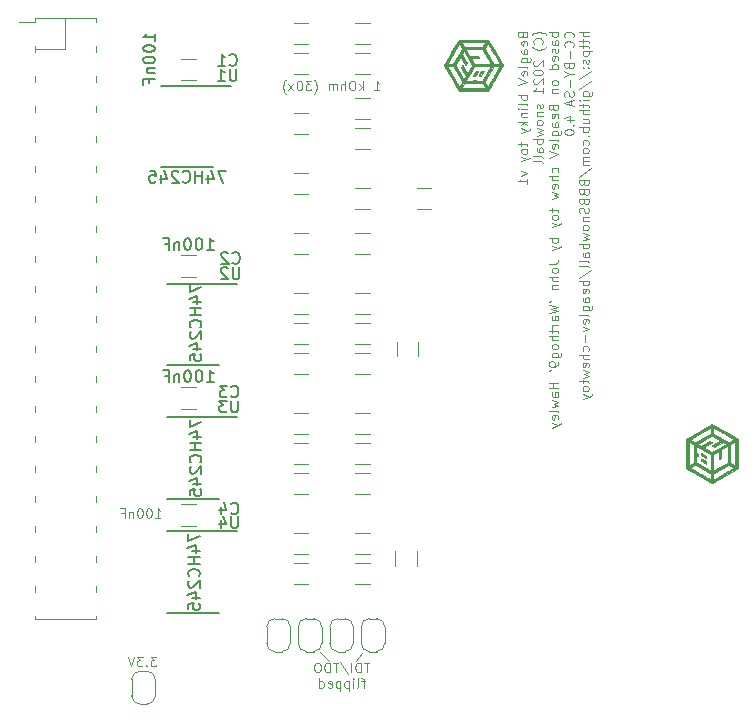
<source format=gbo>
G04 #@! TF.GenerationSoftware,KiCad,Pcbnew,(5.1.2)-2*
G04 #@! TF.CreationDate,2021-06-07T01:18:36+02:00*
G04 #@! TF.ProjectId,BeagleV Chew Toy,42656167-6c65-4562-9043-68657720546f,rev?*
G04 #@! TF.SameCoordinates,Original*
G04 #@! TF.FileFunction,Legend,Bot*
G04 #@! TF.FilePolarity,Positive*
%FSLAX46Y46*%
G04 Gerber Fmt 4.6, Leading zero omitted, Abs format (unit mm)*
G04 Created by KiCad (PCBNEW (5.1.2)-2) date 2021-06-07 01:18:36*
%MOMM*%
%LPD*%
G04 APERTURE LIST*
%ADD10C,0.100000*%
%ADD11C,0.120000*%
%ADD12C,0.010000*%
%ADD13C,0.150000*%
G04 APERTURE END LIST*
D10*
X138631714Y-133546904D02*
X138136476Y-133546904D01*
X138403142Y-133851666D01*
X138288857Y-133851666D01*
X138212666Y-133889761D01*
X138174571Y-133927857D01*
X138136476Y-134004047D01*
X138136476Y-134194523D01*
X138174571Y-134270714D01*
X138212666Y-134308809D01*
X138288857Y-134346904D01*
X138517428Y-134346904D01*
X138593619Y-134308809D01*
X138631714Y-134270714D01*
X137793619Y-134270714D02*
X137755523Y-134308809D01*
X137793619Y-134346904D01*
X137831714Y-134308809D01*
X137793619Y-134270714D01*
X137793619Y-134346904D01*
X137488857Y-133546904D02*
X136993619Y-133546904D01*
X137260285Y-133851666D01*
X137146000Y-133851666D01*
X137069809Y-133889761D01*
X137031714Y-133927857D01*
X136993619Y-134004047D01*
X136993619Y-134194523D01*
X137031714Y-134270714D01*
X137069809Y-134308809D01*
X137146000Y-134346904D01*
X137374571Y-134346904D01*
X137450761Y-134308809D01*
X137488857Y-134270714D01*
X136765047Y-133546904D02*
X136498380Y-134346904D01*
X136231714Y-133546904D01*
D11*
X152527000Y-133096000D02*
X153289000Y-133858000D01*
X156083000Y-133223000D02*
X155575000Y-133858000D01*
D10*
X156666904Y-134039904D02*
X156209761Y-134039904D01*
X156438333Y-134839904D02*
X156438333Y-134039904D01*
X155943095Y-134839904D02*
X155943095Y-134039904D01*
X155752619Y-134039904D01*
X155638333Y-134078000D01*
X155562142Y-134154190D01*
X155524047Y-134230380D01*
X155485952Y-134382761D01*
X155485952Y-134497047D01*
X155524047Y-134649428D01*
X155562142Y-134725619D01*
X155638333Y-134801809D01*
X155752619Y-134839904D01*
X155943095Y-134839904D01*
X155143095Y-134839904D02*
X155143095Y-134039904D01*
X154190714Y-134001809D02*
X154876428Y-135030380D01*
X154038333Y-134039904D02*
X153581190Y-134039904D01*
X153809761Y-134839904D02*
X153809761Y-134039904D01*
X153314523Y-134839904D02*
X153314523Y-134039904D01*
X153124047Y-134039904D01*
X153009761Y-134078000D01*
X152933571Y-134154190D01*
X152895476Y-134230380D01*
X152857380Y-134382761D01*
X152857380Y-134497047D01*
X152895476Y-134649428D01*
X152933571Y-134725619D01*
X153009761Y-134801809D01*
X153124047Y-134839904D01*
X153314523Y-134839904D01*
X152362142Y-134039904D02*
X152209761Y-134039904D01*
X152133571Y-134078000D01*
X152057380Y-134154190D01*
X152019285Y-134306571D01*
X152019285Y-134573238D01*
X152057380Y-134725619D01*
X152133571Y-134801809D01*
X152209761Y-134839904D01*
X152362142Y-134839904D01*
X152438333Y-134801809D01*
X152514523Y-134725619D01*
X152552619Y-134573238D01*
X152552619Y-134306571D01*
X152514523Y-134154190D01*
X152438333Y-134078000D01*
X152362142Y-134039904D01*
X156285952Y-135606571D02*
X155981190Y-135606571D01*
X156171666Y-136139904D02*
X156171666Y-135454190D01*
X156133571Y-135378000D01*
X156057380Y-135339904D01*
X155981190Y-135339904D01*
X155600238Y-136139904D02*
X155676428Y-136101809D01*
X155714523Y-136025619D01*
X155714523Y-135339904D01*
X155295476Y-136139904D02*
X155295476Y-135606571D01*
X155295476Y-135339904D02*
X155333571Y-135378000D01*
X155295476Y-135416095D01*
X155257380Y-135378000D01*
X155295476Y-135339904D01*
X155295476Y-135416095D01*
X154914523Y-135606571D02*
X154914523Y-136406571D01*
X154914523Y-135644666D02*
X154838333Y-135606571D01*
X154685952Y-135606571D01*
X154609761Y-135644666D01*
X154571666Y-135682761D01*
X154533571Y-135758952D01*
X154533571Y-135987523D01*
X154571666Y-136063714D01*
X154609761Y-136101809D01*
X154685952Y-136139904D01*
X154838333Y-136139904D01*
X154914523Y-136101809D01*
X154190714Y-135606571D02*
X154190714Y-136406571D01*
X154190714Y-135644666D02*
X154114523Y-135606571D01*
X153962142Y-135606571D01*
X153885952Y-135644666D01*
X153847857Y-135682761D01*
X153809761Y-135758952D01*
X153809761Y-135987523D01*
X153847857Y-136063714D01*
X153885952Y-136101809D01*
X153962142Y-136139904D01*
X154114523Y-136139904D01*
X154190714Y-136101809D01*
X153162142Y-136101809D02*
X153238333Y-136139904D01*
X153390714Y-136139904D01*
X153466904Y-136101809D01*
X153505000Y-136025619D01*
X153505000Y-135720857D01*
X153466904Y-135644666D01*
X153390714Y-135606571D01*
X153238333Y-135606571D01*
X153162142Y-135644666D01*
X153124047Y-135720857D01*
X153124047Y-135797047D01*
X153505000Y-135873238D01*
X152438333Y-136139904D02*
X152438333Y-135339904D01*
X152438333Y-136101809D02*
X152514523Y-136139904D01*
X152666904Y-136139904D01*
X152743095Y-136101809D01*
X152781190Y-136063714D01*
X152819285Y-135987523D01*
X152819285Y-135758952D01*
X152781190Y-135682761D01*
X152743095Y-135644666D01*
X152666904Y-135606571D01*
X152514523Y-135606571D01*
X152438333Y-135644666D01*
X157054095Y-85578904D02*
X157511238Y-85578904D01*
X157282666Y-85578904D02*
X157282666Y-84778904D01*
X157358857Y-84893190D01*
X157435047Y-84969380D01*
X157511238Y-85007476D01*
X156101714Y-85578904D02*
X156101714Y-84778904D01*
X156025523Y-85274142D02*
X155796952Y-85578904D01*
X155796952Y-85045571D02*
X156101714Y-85350333D01*
X155301714Y-84778904D02*
X155149333Y-84778904D01*
X155073142Y-84817000D01*
X154996952Y-84893190D01*
X154958857Y-85045571D01*
X154958857Y-85312238D01*
X154996952Y-85464619D01*
X155073142Y-85540809D01*
X155149333Y-85578904D01*
X155301714Y-85578904D01*
X155377904Y-85540809D01*
X155454095Y-85464619D01*
X155492190Y-85312238D01*
X155492190Y-85045571D01*
X155454095Y-84893190D01*
X155377904Y-84817000D01*
X155301714Y-84778904D01*
X154616000Y-85578904D02*
X154616000Y-84778904D01*
X154273142Y-85578904D02*
X154273142Y-85159857D01*
X154311238Y-85083666D01*
X154387428Y-85045571D01*
X154501714Y-85045571D01*
X154577904Y-85083666D01*
X154616000Y-85121761D01*
X153892190Y-85578904D02*
X153892190Y-85045571D01*
X153892190Y-85121761D02*
X153854095Y-85083666D01*
X153777904Y-85045571D01*
X153663619Y-85045571D01*
X153587428Y-85083666D01*
X153549333Y-85159857D01*
X153549333Y-85578904D01*
X153549333Y-85159857D02*
X153511238Y-85083666D01*
X153435047Y-85045571D01*
X153320761Y-85045571D01*
X153244571Y-85083666D01*
X153206476Y-85159857D01*
X153206476Y-85578904D01*
X151987428Y-85883666D02*
X152025523Y-85845571D01*
X152101714Y-85731285D01*
X152139809Y-85655095D01*
X152177904Y-85540809D01*
X152216000Y-85350333D01*
X152216000Y-85197952D01*
X152177904Y-85007476D01*
X152139809Y-84893190D01*
X152101714Y-84817000D01*
X152025523Y-84702714D01*
X151987428Y-84664619D01*
X151758857Y-84778904D02*
X151263619Y-84778904D01*
X151530285Y-85083666D01*
X151416000Y-85083666D01*
X151339809Y-85121761D01*
X151301714Y-85159857D01*
X151263619Y-85236047D01*
X151263619Y-85426523D01*
X151301714Y-85502714D01*
X151339809Y-85540809D01*
X151416000Y-85578904D01*
X151644571Y-85578904D01*
X151720761Y-85540809D01*
X151758857Y-85502714D01*
X150768380Y-84778904D02*
X150692190Y-84778904D01*
X150616000Y-84817000D01*
X150577904Y-84855095D01*
X150539809Y-84931285D01*
X150501714Y-85083666D01*
X150501714Y-85274142D01*
X150539809Y-85426523D01*
X150577904Y-85502714D01*
X150616000Y-85540809D01*
X150692190Y-85578904D01*
X150768380Y-85578904D01*
X150844571Y-85540809D01*
X150882666Y-85502714D01*
X150920761Y-85426523D01*
X150958857Y-85274142D01*
X150958857Y-85083666D01*
X150920761Y-84931285D01*
X150882666Y-84855095D01*
X150844571Y-84817000D01*
X150768380Y-84778904D01*
X150235047Y-85578904D02*
X149816000Y-85045571D01*
X150235047Y-85045571D02*
X149816000Y-85578904D01*
X149587428Y-85883666D02*
X149549333Y-85845571D01*
X149473142Y-85731285D01*
X149435047Y-85655095D01*
X149396952Y-85540809D01*
X149358857Y-85350333D01*
X149358857Y-85197952D01*
X149396952Y-85007476D01*
X149435047Y-84893190D01*
X149473142Y-84817000D01*
X149549333Y-84702714D01*
X149587428Y-84664619D01*
X169633857Y-80913142D02*
X169671952Y-81027428D01*
X169710047Y-81065523D01*
X169786238Y-81103619D01*
X169900523Y-81103619D01*
X169976714Y-81065523D01*
X170014809Y-81027428D01*
X170052904Y-80951238D01*
X170052904Y-80646476D01*
X169252904Y-80646476D01*
X169252904Y-80913142D01*
X169291000Y-80989333D01*
X169329095Y-81027428D01*
X169405285Y-81065523D01*
X169481476Y-81065523D01*
X169557666Y-81027428D01*
X169595761Y-80989333D01*
X169633857Y-80913142D01*
X169633857Y-80646476D01*
X170014809Y-81751238D02*
X170052904Y-81675047D01*
X170052904Y-81522666D01*
X170014809Y-81446476D01*
X169938619Y-81408380D01*
X169633857Y-81408380D01*
X169557666Y-81446476D01*
X169519571Y-81522666D01*
X169519571Y-81675047D01*
X169557666Y-81751238D01*
X169633857Y-81789333D01*
X169710047Y-81789333D01*
X169786238Y-81408380D01*
X170052904Y-82475047D02*
X169633857Y-82475047D01*
X169557666Y-82436952D01*
X169519571Y-82360761D01*
X169519571Y-82208380D01*
X169557666Y-82132190D01*
X170014809Y-82475047D02*
X170052904Y-82398857D01*
X170052904Y-82208380D01*
X170014809Y-82132190D01*
X169938619Y-82094095D01*
X169862428Y-82094095D01*
X169786238Y-82132190D01*
X169748142Y-82208380D01*
X169748142Y-82398857D01*
X169710047Y-82475047D01*
X169519571Y-83198857D02*
X170167190Y-83198857D01*
X170243380Y-83160761D01*
X170281476Y-83122666D01*
X170319571Y-83046476D01*
X170319571Y-82932190D01*
X170281476Y-82856000D01*
X170014809Y-83198857D02*
X170052904Y-83122666D01*
X170052904Y-82970285D01*
X170014809Y-82894095D01*
X169976714Y-82856000D01*
X169900523Y-82817904D01*
X169671952Y-82817904D01*
X169595761Y-82856000D01*
X169557666Y-82894095D01*
X169519571Y-82970285D01*
X169519571Y-83122666D01*
X169557666Y-83198857D01*
X170052904Y-83694095D02*
X170014809Y-83617904D01*
X169938619Y-83579809D01*
X169252904Y-83579809D01*
X170014809Y-84303619D02*
X170052904Y-84227428D01*
X170052904Y-84075047D01*
X170014809Y-83998857D01*
X169938619Y-83960761D01*
X169633857Y-83960761D01*
X169557666Y-83998857D01*
X169519571Y-84075047D01*
X169519571Y-84227428D01*
X169557666Y-84303619D01*
X169633857Y-84341714D01*
X169710047Y-84341714D01*
X169786238Y-83960761D01*
X169252904Y-84570285D02*
X170052904Y-84836952D01*
X169252904Y-85103619D01*
X170052904Y-85979809D02*
X169252904Y-85979809D01*
X169557666Y-85979809D02*
X169519571Y-86056000D01*
X169519571Y-86208380D01*
X169557666Y-86284571D01*
X169595761Y-86322666D01*
X169671952Y-86360761D01*
X169900523Y-86360761D01*
X169976714Y-86322666D01*
X170014809Y-86284571D01*
X170052904Y-86208380D01*
X170052904Y-86056000D01*
X170014809Y-85979809D01*
X170052904Y-86817904D02*
X170014809Y-86741714D01*
X169938619Y-86703619D01*
X169252904Y-86703619D01*
X170052904Y-87122666D02*
X169519571Y-87122666D01*
X169252904Y-87122666D02*
X169291000Y-87084571D01*
X169329095Y-87122666D01*
X169291000Y-87160761D01*
X169252904Y-87122666D01*
X169329095Y-87122666D01*
X169519571Y-87503619D02*
X170052904Y-87503619D01*
X169595761Y-87503619D02*
X169557666Y-87541714D01*
X169519571Y-87617904D01*
X169519571Y-87732190D01*
X169557666Y-87808380D01*
X169633857Y-87846476D01*
X170052904Y-87846476D01*
X170052904Y-88227428D02*
X169252904Y-88227428D01*
X169748142Y-88303619D02*
X170052904Y-88532190D01*
X169519571Y-88532190D02*
X169824333Y-88227428D01*
X169519571Y-88798857D02*
X170052904Y-88989333D01*
X169519571Y-89179809D02*
X170052904Y-88989333D01*
X170243380Y-88913142D01*
X170281476Y-88875047D01*
X170319571Y-88798857D01*
X169519571Y-89979809D02*
X169519571Y-90284571D01*
X169252904Y-90094095D02*
X169938619Y-90094095D01*
X170014809Y-90132190D01*
X170052904Y-90208380D01*
X170052904Y-90284571D01*
X170052904Y-90665523D02*
X170014809Y-90589333D01*
X169976714Y-90551238D01*
X169900523Y-90513142D01*
X169671952Y-90513142D01*
X169595761Y-90551238D01*
X169557666Y-90589333D01*
X169519571Y-90665523D01*
X169519571Y-90779809D01*
X169557666Y-90856000D01*
X169595761Y-90894095D01*
X169671952Y-90932190D01*
X169900523Y-90932190D01*
X169976714Y-90894095D01*
X170014809Y-90856000D01*
X170052904Y-90779809D01*
X170052904Y-90665523D01*
X169519571Y-91198857D02*
X170052904Y-91389333D01*
X169519571Y-91579809D02*
X170052904Y-91389333D01*
X170243380Y-91313142D01*
X170281476Y-91275047D01*
X170319571Y-91198857D01*
X169519571Y-92417904D02*
X170052904Y-92608380D01*
X169519571Y-92798857D01*
X170052904Y-93522666D02*
X170052904Y-93065523D01*
X170052904Y-93294095D02*
X169252904Y-93294095D01*
X169367190Y-93217904D01*
X169443380Y-93141714D01*
X169481476Y-93065523D01*
X171657666Y-80875047D02*
X171619571Y-80836952D01*
X171505285Y-80760761D01*
X171429095Y-80722666D01*
X171314809Y-80684571D01*
X171124333Y-80646476D01*
X170971952Y-80646476D01*
X170781476Y-80684571D01*
X170667190Y-80722666D01*
X170591000Y-80760761D01*
X170476714Y-80836952D01*
X170438619Y-80875047D01*
X171276714Y-81636952D02*
X171314809Y-81598857D01*
X171352904Y-81484571D01*
X171352904Y-81408380D01*
X171314809Y-81294095D01*
X171238619Y-81217904D01*
X171162428Y-81179809D01*
X171010047Y-81141714D01*
X170895761Y-81141714D01*
X170743380Y-81179809D01*
X170667190Y-81217904D01*
X170591000Y-81294095D01*
X170552904Y-81408380D01*
X170552904Y-81484571D01*
X170591000Y-81598857D01*
X170629095Y-81636952D01*
X171657666Y-81903619D02*
X171619571Y-81941714D01*
X171505285Y-82017904D01*
X171429095Y-82056000D01*
X171314809Y-82094095D01*
X171124333Y-82132190D01*
X170971952Y-82132190D01*
X170781476Y-82094095D01*
X170667190Y-82056000D01*
X170591000Y-82017904D01*
X170476714Y-81941714D01*
X170438619Y-81903619D01*
X170629095Y-83084571D02*
X170591000Y-83122666D01*
X170552904Y-83198857D01*
X170552904Y-83389333D01*
X170591000Y-83465523D01*
X170629095Y-83503619D01*
X170705285Y-83541714D01*
X170781476Y-83541714D01*
X170895761Y-83503619D01*
X171352904Y-83046476D01*
X171352904Y-83541714D01*
X170552904Y-84036952D02*
X170552904Y-84113142D01*
X170591000Y-84189333D01*
X170629095Y-84227428D01*
X170705285Y-84265523D01*
X170857666Y-84303619D01*
X171048142Y-84303619D01*
X171200523Y-84265523D01*
X171276714Y-84227428D01*
X171314809Y-84189333D01*
X171352904Y-84113142D01*
X171352904Y-84036952D01*
X171314809Y-83960761D01*
X171276714Y-83922666D01*
X171200523Y-83884571D01*
X171048142Y-83846476D01*
X170857666Y-83846476D01*
X170705285Y-83884571D01*
X170629095Y-83922666D01*
X170591000Y-83960761D01*
X170552904Y-84036952D01*
X170629095Y-84608380D02*
X170591000Y-84646476D01*
X170552904Y-84722666D01*
X170552904Y-84913142D01*
X170591000Y-84989333D01*
X170629095Y-85027428D01*
X170705285Y-85065523D01*
X170781476Y-85065523D01*
X170895761Y-85027428D01*
X171352904Y-84570285D01*
X171352904Y-85065523D01*
X171352904Y-85827428D02*
X171352904Y-85370285D01*
X171352904Y-85598857D02*
X170552904Y-85598857D01*
X170667190Y-85522666D01*
X170743380Y-85446476D01*
X170781476Y-85370285D01*
X171314809Y-86741714D02*
X171352904Y-86817904D01*
X171352904Y-86970285D01*
X171314809Y-87046476D01*
X171238619Y-87084571D01*
X171200523Y-87084571D01*
X171124333Y-87046476D01*
X171086238Y-86970285D01*
X171086238Y-86856000D01*
X171048142Y-86779809D01*
X170971952Y-86741714D01*
X170933857Y-86741714D01*
X170857666Y-86779809D01*
X170819571Y-86856000D01*
X170819571Y-86970285D01*
X170857666Y-87046476D01*
X170819571Y-87427428D02*
X171352904Y-87427428D01*
X170895761Y-87427428D02*
X170857666Y-87465523D01*
X170819571Y-87541714D01*
X170819571Y-87656000D01*
X170857666Y-87732190D01*
X170933857Y-87770285D01*
X171352904Y-87770285D01*
X171352904Y-88265523D02*
X171314809Y-88189333D01*
X171276714Y-88151238D01*
X171200523Y-88113142D01*
X170971952Y-88113142D01*
X170895761Y-88151238D01*
X170857666Y-88189333D01*
X170819571Y-88265523D01*
X170819571Y-88379809D01*
X170857666Y-88456000D01*
X170895761Y-88494095D01*
X170971952Y-88532190D01*
X171200523Y-88532190D01*
X171276714Y-88494095D01*
X171314809Y-88456000D01*
X171352904Y-88379809D01*
X171352904Y-88265523D01*
X170819571Y-88798857D02*
X171352904Y-88951238D01*
X170971952Y-89103619D01*
X171352904Y-89256000D01*
X170819571Y-89408380D01*
X171352904Y-89713142D02*
X170552904Y-89713142D01*
X170857666Y-89713142D02*
X170819571Y-89789333D01*
X170819571Y-89941714D01*
X170857666Y-90017904D01*
X170895761Y-90056000D01*
X170971952Y-90094095D01*
X171200523Y-90094095D01*
X171276714Y-90056000D01*
X171314809Y-90017904D01*
X171352904Y-89941714D01*
X171352904Y-89789333D01*
X171314809Y-89713142D01*
X171352904Y-90779809D02*
X170933857Y-90779809D01*
X170857666Y-90741714D01*
X170819571Y-90665523D01*
X170819571Y-90513142D01*
X170857666Y-90436952D01*
X171314809Y-90779809D02*
X171352904Y-90703619D01*
X171352904Y-90513142D01*
X171314809Y-90436952D01*
X171238619Y-90398857D01*
X171162428Y-90398857D01*
X171086238Y-90436952D01*
X171048142Y-90513142D01*
X171048142Y-90703619D01*
X171010047Y-90779809D01*
X171352904Y-91275047D02*
X171314809Y-91198857D01*
X171238619Y-91160761D01*
X170552904Y-91160761D01*
X171352904Y-91694095D02*
X171314809Y-91617904D01*
X171238619Y-91579809D01*
X170552904Y-91579809D01*
X172652904Y-80646476D02*
X171852904Y-80646476D01*
X172157666Y-80646476D02*
X172119571Y-80722666D01*
X172119571Y-80875047D01*
X172157666Y-80951238D01*
X172195761Y-80989333D01*
X172271952Y-81027428D01*
X172500523Y-81027428D01*
X172576714Y-80989333D01*
X172614809Y-80951238D01*
X172652904Y-80875047D01*
X172652904Y-80722666D01*
X172614809Y-80646476D01*
X172652904Y-81713142D02*
X172233857Y-81713142D01*
X172157666Y-81675047D01*
X172119571Y-81598857D01*
X172119571Y-81446476D01*
X172157666Y-81370285D01*
X172614809Y-81713142D02*
X172652904Y-81636952D01*
X172652904Y-81446476D01*
X172614809Y-81370285D01*
X172538619Y-81332190D01*
X172462428Y-81332190D01*
X172386238Y-81370285D01*
X172348142Y-81446476D01*
X172348142Y-81636952D01*
X172310047Y-81713142D01*
X172614809Y-82055999D02*
X172652904Y-82132190D01*
X172652904Y-82284571D01*
X172614809Y-82360761D01*
X172538619Y-82398857D01*
X172500523Y-82398857D01*
X172424333Y-82360761D01*
X172386238Y-82284571D01*
X172386238Y-82170285D01*
X172348142Y-82094095D01*
X172271952Y-82055999D01*
X172233857Y-82055999D01*
X172157666Y-82094095D01*
X172119571Y-82170285D01*
X172119571Y-82284571D01*
X172157666Y-82360761D01*
X172614809Y-83046476D02*
X172652904Y-82970285D01*
X172652904Y-82817904D01*
X172614809Y-82741714D01*
X172538619Y-82703619D01*
X172233857Y-82703619D01*
X172157666Y-82741714D01*
X172119571Y-82817904D01*
X172119571Y-82970285D01*
X172157666Y-83046476D01*
X172233857Y-83084571D01*
X172310047Y-83084571D01*
X172386238Y-82703619D01*
X172652904Y-83770285D02*
X171852904Y-83770285D01*
X172614809Y-83770285D02*
X172652904Y-83694095D01*
X172652904Y-83541714D01*
X172614809Y-83465523D01*
X172576714Y-83427428D01*
X172500523Y-83389333D01*
X172271952Y-83389333D01*
X172195761Y-83427428D01*
X172157666Y-83465523D01*
X172119571Y-83541714D01*
X172119571Y-83694095D01*
X172157666Y-83770285D01*
X172652904Y-84875047D02*
X172614809Y-84798857D01*
X172576714Y-84760761D01*
X172500523Y-84722666D01*
X172271952Y-84722666D01*
X172195761Y-84760761D01*
X172157666Y-84798857D01*
X172119571Y-84875047D01*
X172119571Y-84989333D01*
X172157666Y-85065523D01*
X172195761Y-85103619D01*
X172271952Y-85141714D01*
X172500523Y-85141714D01*
X172576714Y-85103619D01*
X172614809Y-85065523D01*
X172652904Y-84989333D01*
X172652904Y-84875047D01*
X172119571Y-85484571D02*
X172652904Y-85484571D01*
X172195761Y-85484571D02*
X172157666Y-85522666D01*
X172119571Y-85598857D01*
X172119571Y-85713142D01*
X172157666Y-85789333D01*
X172233857Y-85827428D01*
X172652904Y-85827428D01*
X172233857Y-87084571D02*
X172271952Y-87198857D01*
X172310047Y-87236952D01*
X172386238Y-87275047D01*
X172500523Y-87275047D01*
X172576714Y-87236952D01*
X172614809Y-87198857D01*
X172652904Y-87122666D01*
X172652904Y-86817904D01*
X171852904Y-86817904D01*
X171852904Y-87084571D01*
X171891000Y-87160761D01*
X171929095Y-87198857D01*
X172005285Y-87236952D01*
X172081476Y-87236952D01*
X172157666Y-87198857D01*
X172195761Y-87160761D01*
X172233857Y-87084571D01*
X172233857Y-86817904D01*
X172614809Y-87922666D02*
X172652904Y-87846476D01*
X172652904Y-87694095D01*
X172614809Y-87617904D01*
X172538619Y-87579809D01*
X172233857Y-87579809D01*
X172157666Y-87617904D01*
X172119571Y-87694095D01*
X172119571Y-87846476D01*
X172157666Y-87922666D01*
X172233857Y-87960761D01*
X172310047Y-87960761D01*
X172386238Y-87579809D01*
X172652904Y-88646476D02*
X172233857Y-88646476D01*
X172157666Y-88608380D01*
X172119571Y-88532190D01*
X172119571Y-88379809D01*
X172157666Y-88303619D01*
X172614809Y-88646476D02*
X172652904Y-88570285D01*
X172652904Y-88379809D01*
X172614809Y-88303619D01*
X172538619Y-88265523D01*
X172462428Y-88265523D01*
X172386238Y-88303619D01*
X172348142Y-88379809D01*
X172348142Y-88570285D01*
X172310047Y-88646476D01*
X172119571Y-89370285D02*
X172767190Y-89370285D01*
X172843380Y-89332190D01*
X172881476Y-89294095D01*
X172919571Y-89217904D01*
X172919571Y-89103619D01*
X172881476Y-89027428D01*
X172614809Y-89370285D02*
X172652904Y-89294095D01*
X172652904Y-89141714D01*
X172614809Y-89065523D01*
X172576714Y-89027428D01*
X172500523Y-88989333D01*
X172271952Y-88989333D01*
X172195761Y-89027428D01*
X172157666Y-89065523D01*
X172119571Y-89141714D01*
X172119571Y-89294095D01*
X172157666Y-89370285D01*
X172652904Y-89865523D02*
X172614809Y-89789333D01*
X172538619Y-89751238D01*
X171852904Y-89751238D01*
X172614809Y-90475047D02*
X172652904Y-90398857D01*
X172652904Y-90246476D01*
X172614809Y-90170285D01*
X172538619Y-90132190D01*
X172233857Y-90132190D01*
X172157666Y-90170285D01*
X172119571Y-90246476D01*
X172119571Y-90398857D01*
X172157666Y-90475047D01*
X172233857Y-90513142D01*
X172310047Y-90513142D01*
X172386238Y-90132190D01*
X171852904Y-90741714D02*
X172652904Y-91008380D01*
X171852904Y-91275047D01*
X172614809Y-92494095D02*
X172652904Y-92417904D01*
X172652904Y-92265523D01*
X172614809Y-92189333D01*
X172576714Y-92151238D01*
X172500523Y-92113142D01*
X172271952Y-92113142D01*
X172195761Y-92151238D01*
X172157666Y-92189333D01*
X172119571Y-92265523D01*
X172119571Y-92417904D01*
X172157666Y-92494095D01*
X172652904Y-92836952D02*
X171852904Y-92836952D01*
X172652904Y-93179809D02*
X172233857Y-93179809D01*
X172157666Y-93141714D01*
X172119571Y-93065523D01*
X172119571Y-92951238D01*
X172157666Y-92875047D01*
X172195761Y-92836952D01*
X172614809Y-93865523D02*
X172652904Y-93789333D01*
X172652904Y-93636952D01*
X172614809Y-93560761D01*
X172538619Y-93522666D01*
X172233857Y-93522666D01*
X172157666Y-93560761D01*
X172119571Y-93636952D01*
X172119571Y-93789333D01*
X172157666Y-93865523D01*
X172233857Y-93903619D01*
X172310047Y-93903619D01*
X172386238Y-93522666D01*
X172119571Y-94170285D02*
X172652904Y-94322666D01*
X172271952Y-94475047D01*
X172652904Y-94627428D01*
X172119571Y-94779809D01*
X172119571Y-95579809D02*
X172119571Y-95884571D01*
X171852904Y-95694095D02*
X172538619Y-95694095D01*
X172614809Y-95732190D01*
X172652904Y-95808380D01*
X172652904Y-95884571D01*
X172652904Y-96265523D02*
X172614809Y-96189333D01*
X172576714Y-96151238D01*
X172500523Y-96113142D01*
X172271952Y-96113142D01*
X172195761Y-96151238D01*
X172157666Y-96189333D01*
X172119571Y-96265523D01*
X172119571Y-96379809D01*
X172157666Y-96456000D01*
X172195761Y-96494095D01*
X172271952Y-96532190D01*
X172500523Y-96532190D01*
X172576714Y-96494095D01*
X172614809Y-96456000D01*
X172652904Y-96379809D01*
X172652904Y-96265523D01*
X172119571Y-96798857D02*
X172652904Y-96989333D01*
X172119571Y-97179809D02*
X172652904Y-96989333D01*
X172843380Y-96913142D01*
X172881476Y-96875047D01*
X172919571Y-96798857D01*
X172652904Y-98094095D02*
X171852904Y-98094095D01*
X172157666Y-98094095D02*
X172119571Y-98170285D01*
X172119571Y-98322666D01*
X172157666Y-98398857D01*
X172195761Y-98436952D01*
X172271952Y-98475047D01*
X172500523Y-98475047D01*
X172576714Y-98436952D01*
X172614809Y-98398857D01*
X172652904Y-98322666D01*
X172652904Y-98170285D01*
X172614809Y-98094095D01*
X172119571Y-98741714D02*
X172652904Y-98932190D01*
X172119571Y-99122666D02*
X172652904Y-98932190D01*
X172843380Y-98856000D01*
X172881476Y-98817904D01*
X172919571Y-98741714D01*
X171852904Y-100265523D02*
X172424333Y-100265523D01*
X172538619Y-100227428D01*
X172614809Y-100151238D01*
X172652904Y-100036952D01*
X172652904Y-99960761D01*
X172652904Y-100760761D02*
X172614809Y-100684571D01*
X172576714Y-100646476D01*
X172500523Y-100608380D01*
X172271952Y-100608380D01*
X172195761Y-100646476D01*
X172157666Y-100684571D01*
X172119571Y-100760761D01*
X172119571Y-100875047D01*
X172157666Y-100951238D01*
X172195761Y-100989333D01*
X172271952Y-101027428D01*
X172500523Y-101027428D01*
X172576714Y-100989333D01*
X172614809Y-100951238D01*
X172652904Y-100875047D01*
X172652904Y-100760761D01*
X172652904Y-101370285D02*
X171852904Y-101370285D01*
X172652904Y-101713142D02*
X172233857Y-101713142D01*
X172157666Y-101675047D01*
X172119571Y-101598857D01*
X172119571Y-101484571D01*
X172157666Y-101408380D01*
X172195761Y-101370285D01*
X172119571Y-102094095D02*
X172652904Y-102094095D01*
X172195761Y-102094095D02*
X172157666Y-102132190D01*
X172119571Y-102208380D01*
X172119571Y-102322666D01*
X172157666Y-102398857D01*
X172233857Y-102436952D01*
X172652904Y-102436952D01*
X171852904Y-103465523D02*
X172005285Y-103389333D01*
X171852904Y-103732190D02*
X172652904Y-103922666D01*
X172081476Y-104075047D01*
X172652904Y-104227428D01*
X171852904Y-104417904D01*
X172652904Y-105065523D02*
X172233857Y-105065523D01*
X172157666Y-105027428D01*
X172119571Y-104951238D01*
X172119571Y-104798857D01*
X172157666Y-104722666D01*
X172614809Y-105065523D02*
X172652904Y-104989333D01*
X172652904Y-104798857D01*
X172614809Y-104722666D01*
X172538619Y-104684571D01*
X172462428Y-104684571D01*
X172386238Y-104722666D01*
X172348142Y-104798857D01*
X172348142Y-104989333D01*
X172310047Y-105065523D01*
X172652904Y-105446476D02*
X172119571Y-105446476D01*
X172271952Y-105446476D02*
X172195761Y-105484571D01*
X172157666Y-105522666D01*
X172119571Y-105598857D01*
X172119571Y-105675047D01*
X172119571Y-105827428D02*
X172119571Y-106132190D01*
X171852904Y-105941714D02*
X172538619Y-105941714D01*
X172614809Y-105979809D01*
X172652904Y-106056000D01*
X172652904Y-106132190D01*
X172652904Y-106398857D02*
X171852904Y-106398857D01*
X172652904Y-106741714D02*
X172233857Y-106741714D01*
X172157666Y-106703619D01*
X172119571Y-106627428D01*
X172119571Y-106513142D01*
X172157666Y-106436952D01*
X172195761Y-106398857D01*
X172652904Y-107236952D02*
X172614809Y-107160761D01*
X172576714Y-107122666D01*
X172500523Y-107084571D01*
X172271952Y-107084571D01*
X172195761Y-107122666D01*
X172157666Y-107160761D01*
X172119571Y-107236952D01*
X172119571Y-107351238D01*
X172157666Y-107427428D01*
X172195761Y-107465523D01*
X172271952Y-107503619D01*
X172500523Y-107503619D01*
X172576714Y-107465523D01*
X172614809Y-107427428D01*
X172652904Y-107351238D01*
X172652904Y-107236952D01*
X172119571Y-108189333D02*
X172767190Y-108189333D01*
X172843380Y-108151238D01*
X172881476Y-108113142D01*
X172919571Y-108036952D01*
X172919571Y-107922666D01*
X172881476Y-107846476D01*
X172614809Y-108189333D02*
X172652904Y-108113142D01*
X172652904Y-107960761D01*
X172614809Y-107884571D01*
X172576714Y-107846476D01*
X172500523Y-107808380D01*
X172271952Y-107808380D01*
X172195761Y-107846476D01*
X172157666Y-107884571D01*
X172119571Y-107960761D01*
X172119571Y-108113142D01*
X172157666Y-108189333D01*
X172652904Y-108608380D02*
X172652904Y-108760761D01*
X172614809Y-108836952D01*
X172576714Y-108875047D01*
X172462428Y-108951238D01*
X172310047Y-108989333D01*
X172005285Y-108989333D01*
X171929095Y-108951238D01*
X171891000Y-108913142D01*
X171852904Y-108836952D01*
X171852904Y-108684571D01*
X171891000Y-108608380D01*
X171929095Y-108570285D01*
X172005285Y-108532190D01*
X172195761Y-108532190D01*
X172271952Y-108570285D01*
X172310047Y-108608380D01*
X172348142Y-108684571D01*
X172348142Y-108836952D01*
X172310047Y-108913142D01*
X172271952Y-108951238D01*
X172195761Y-108989333D01*
X171852904Y-109370285D02*
X172005285Y-109294095D01*
X172652904Y-110322666D02*
X171852904Y-110322666D01*
X172233857Y-110322666D02*
X172233857Y-110779809D01*
X172652904Y-110779809D02*
X171852904Y-110779809D01*
X172652904Y-111503619D02*
X172233857Y-111503619D01*
X172157666Y-111465523D01*
X172119571Y-111389333D01*
X172119571Y-111236952D01*
X172157666Y-111160761D01*
X172614809Y-111503619D02*
X172652904Y-111427428D01*
X172652904Y-111236952D01*
X172614809Y-111160761D01*
X172538619Y-111122666D01*
X172462428Y-111122666D01*
X172386238Y-111160761D01*
X172348142Y-111236952D01*
X172348142Y-111427428D01*
X172310047Y-111503619D01*
X172119571Y-111808380D02*
X172652904Y-111960761D01*
X172271952Y-112113142D01*
X172652904Y-112265523D01*
X172119571Y-112417904D01*
X172652904Y-112836952D02*
X172614809Y-112760761D01*
X172538619Y-112722666D01*
X171852904Y-112722666D01*
X172614809Y-113446476D02*
X172652904Y-113370285D01*
X172652904Y-113217904D01*
X172614809Y-113141714D01*
X172538619Y-113103619D01*
X172233857Y-113103619D01*
X172157666Y-113141714D01*
X172119571Y-113217904D01*
X172119571Y-113370285D01*
X172157666Y-113446476D01*
X172233857Y-113484571D01*
X172310047Y-113484571D01*
X172386238Y-113103619D01*
X172119571Y-113751238D02*
X172652904Y-113941714D01*
X172119571Y-114132190D02*
X172652904Y-113941714D01*
X172843380Y-113865523D01*
X172881476Y-113827428D01*
X172919571Y-113751238D01*
X173876714Y-81103619D02*
X173914809Y-81065523D01*
X173952904Y-80951238D01*
X173952904Y-80875047D01*
X173914809Y-80760761D01*
X173838619Y-80684571D01*
X173762428Y-80646476D01*
X173610047Y-80608380D01*
X173495761Y-80608380D01*
X173343380Y-80646476D01*
X173267190Y-80684571D01*
X173191000Y-80760761D01*
X173152904Y-80875047D01*
X173152904Y-80951238D01*
X173191000Y-81065523D01*
X173229095Y-81103619D01*
X173876714Y-81903619D02*
X173914809Y-81865523D01*
X173952904Y-81751238D01*
X173952904Y-81675047D01*
X173914809Y-81560761D01*
X173838619Y-81484571D01*
X173762428Y-81446476D01*
X173610047Y-81408380D01*
X173495761Y-81408380D01*
X173343380Y-81446476D01*
X173267190Y-81484571D01*
X173191000Y-81560761D01*
X173152904Y-81675047D01*
X173152904Y-81751238D01*
X173191000Y-81865523D01*
X173229095Y-81903619D01*
X173648142Y-82246476D02*
X173648142Y-82856000D01*
X173533857Y-83503619D02*
X173571952Y-83617904D01*
X173610047Y-83656000D01*
X173686238Y-83694095D01*
X173800523Y-83694095D01*
X173876714Y-83656000D01*
X173914809Y-83617904D01*
X173952904Y-83541714D01*
X173952904Y-83236952D01*
X173152904Y-83236952D01*
X173152904Y-83503619D01*
X173191000Y-83579809D01*
X173229095Y-83617904D01*
X173305285Y-83656000D01*
X173381476Y-83656000D01*
X173457666Y-83617904D01*
X173495761Y-83579809D01*
X173533857Y-83503619D01*
X173533857Y-83236952D01*
X173571952Y-84189333D02*
X173952904Y-84189333D01*
X173152904Y-83922666D02*
X173571952Y-84189333D01*
X173152904Y-84456000D01*
X173648142Y-84722666D02*
X173648142Y-85332190D01*
X173914809Y-85675047D02*
X173952904Y-85789333D01*
X173952904Y-85979809D01*
X173914809Y-86056000D01*
X173876714Y-86094095D01*
X173800523Y-86132190D01*
X173724333Y-86132190D01*
X173648142Y-86094095D01*
X173610047Y-86056000D01*
X173571952Y-85979809D01*
X173533857Y-85827428D01*
X173495761Y-85751238D01*
X173457666Y-85713142D01*
X173381476Y-85675047D01*
X173305285Y-85675047D01*
X173229095Y-85713142D01*
X173191000Y-85751238D01*
X173152904Y-85827428D01*
X173152904Y-86017904D01*
X173191000Y-86132190D01*
X173724333Y-86436952D02*
X173724333Y-86817904D01*
X173952904Y-86360761D02*
X173152904Y-86627428D01*
X173952904Y-86894095D01*
X173419571Y-88113142D02*
X173952904Y-88113142D01*
X173114809Y-87922666D02*
X173686238Y-87732190D01*
X173686238Y-88227428D01*
X173876714Y-88532190D02*
X173914809Y-88570285D01*
X173952904Y-88532190D01*
X173914809Y-88494095D01*
X173876714Y-88532190D01*
X173952904Y-88532190D01*
X173152904Y-89065523D02*
X173152904Y-89141714D01*
X173191000Y-89217904D01*
X173229095Y-89256000D01*
X173305285Y-89294095D01*
X173457666Y-89332190D01*
X173648142Y-89332190D01*
X173800523Y-89294095D01*
X173876714Y-89256000D01*
X173914809Y-89217904D01*
X173952904Y-89141714D01*
X173952904Y-89065523D01*
X173914809Y-88989333D01*
X173876714Y-88951238D01*
X173800523Y-88913142D01*
X173648142Y-88875047D01*
X173457666Y-88875047D01*
X173305285Y-88913142D01*
X173229095Y-88951238D01*
X173191000Y-88989333D01*
X173152904Y-89065523D01*
X175252904Y-80646476D02*
X174452904Y-80646476D01*
X175252904Y-80989333D02*
X174833857Y-80989333D01*
X174757666Y-80951238D01*
X174719571Y-80875047D01*
X174719571Y-80760761D01*
X174757666Y-80684571D01*
X174795761Y-80646476D01*
X174719571Y-81256000D02*
X174719571Y-81560761D01*
X174452904Y-81370285D02*
X175138619Y-81370285D01*
X175214809Y-81408380D01*
X175252904Y-81484571D01*
X175252904Y-81560761D01*
X174719571Y-81713142D02*
X174719571Y-82017904D01*
X174452904Y-81827428D02*
X175138619Y-81827428D01*
X175214809Y-81865523D01*
X175252904Y-81941714D01*
X175252904Y-82017904D01*
X174719571Y-82284571D02*
X175519571Y-82284571D01*
X174757666Y-82284571D02*
X174719571Y-82360761D01*
X174719571Y-82513142D01*
X174757666Y-82589333D01*
X174795761Y-82627428D01*
X174871952Y-82665523D01*
X175100523Y-82665523D01*
X175176714Y-82627428D01*
X175214809Y-82589333D01*
X175252904Y-82513142D01*
X175252904Y-82360761D01*
X175214809Y-82284571D01*
X175214809Y-82970285D02*
X175252904Y-83046476D01*
X175252904Y-83198857D01*
X175214809Y-83275047D01*
X175138619Y-83313142D01*
X175100523Y-83313142D01*
X175024333Y-83275047D01*
X174986238Y-83198857D01*
X174986238Y-83084571D01*
X174948142Y-83008380D01*
X174871952Y-82970285D01*
X174833857Y-82970285D01*
X174757666Y-83008380D01*
X174719571Y-83084571D01*
X174719571Y-83198857D01*
X174757666Y-83275047D01*
X175176714Y-83656000D02*
X175214809Y-83694095D01*
X175252904Y-83656000D01*
X175214809Y-83617904D01*
X175176714Y-83656000D01*
X175252904Y-83656000D01*
X174757666Y-83656000D02*
X174795761Y-83694095D01*
X174833857Y-83656000D01*
X174795761Y-83617904D01*
X174757666Y-83656000D01*
X174833857Y-83656000D01*
X174414809Y-84608380D02*
X175443380Y-83922666D01*
X174414809Y-85446476D02*
X175443380Y-84760761D01*
X174719571Y-86056000D02*
X175367190Y-86056000D01*
X175443380Y-86017904D01*
X175481476Y-85979809D01*
X175519571Y-85903619D01*
X175519571Y-85789333D01*
X175481476Y-85713142D01*
X175214809Y-86056000D02*
X175252904Y-85979809D01*
X175252904Y-85827428D01*
X175214809Y-85751238D01*
X175176714Y-85713142D01*
X175100523Y-85675047D01*
X174871952Y-85675047D01*
X174795761Y-85713142D01*
X174757666Y-85751238D01*
X174719571Y-85827428D01*
X174719571Y-85979809D01*
X174757666Y-86056000D01*
X175252904Y-86436952D02*
X174719571Y-86436952D01*
X174452904Y-86436952D02*
X174491000Y-86398857D01*
X174529095Y-86436952D01*
X174491000Y-86475047D01*
X174452904Y-86436952D01*
X174529095Y-86436952D01*
X174719571Y-86703619D02*
X174719571Y-87008380D01*
X174452904Y-86817904D02*
X175138619Y-86817904D01*
X175214809Y-86856000D01*
X175252904Y-86932190D01*
X175252904Y-87008380D01*
X175252904Y-87275047D02*
X174452904Y-87275047D01*
X175252904Y-87617904D02*
X174833857Y-87617904D01*
X174757666Y-87579809D01*
X174719571Y-87503619D01*
X174719571Y-87389333D01*
X174757666Y-87313142D01*
X174795761Y-87275047D01*
X174719571Y-88341714D02*
X175252904Y-88341714D01*
X174719571Y-87998857D02*
X175138619Y-87998857D01*
X175214809Y-88036952D01*
X175252904Y-88113142D01*
X175252904Y-88227428D01*
X175214809Y-88303619D01*
X175176714Y-88341714D01*
X175252904Y-88722666D02*
X174452904Y-88722666D01*
X174757666Y-88722666D02*
X174719571Y-88798857D01*
X174719571Y-88951238D01*
X174757666Y-89027428D01*
X174795761Y-89065523D01*
X174871952Y-89103619D01*
X175100523Y-89103619D01*
X175176714Y-89065523D01*
X175214809Y-89027428D01*
X175252904Y-88951238D01*
X175252904Y-88798857D01*
X175214809Y-88722666D01*
X175176714Y-89446476D02*
X175214809Y-89484571D01*
X175252904Y-89446476D01*
X175214809Y-89408380D01*
X175176714Y-89446476D01*
X175252904Y-89446476D01*
X175214809Y-90170285D02*
X175252904Y-90094095D01*
X175252904Y-89941714D01*
X175214809Y-89865523D01*
X175176714Y-89827428D01*
X175100523Y-89789333D01*
X174871952Y-89789333D01*
X174795761Y-89827428D01*
X174757666Y-89865523D01*
X174719571Y-89941714D01*
X174719571Y-90094095D01*
X174757666Y-90170285D01*
X175252904Y-90627428D02*
X175214809Y-90551238D01*
X175176714Y-90513142D01*
X175100523Y-90475047D01*
X174871952Y-90475047D01*
X174795761Y-90513142D01*
X174757666Y-90551238D01*
X174719571Y-90627428D01*
X174719571Y-90741714D01*
X174757666Y-90817904D01*
X174795761Y-90856000D01*
X174871952Y-90894095D01*
X175100523Y-90894095D01*
X175176714Y-90856000D01*
X175214809Y-90817904D01*
X175252904Y-90741714D01*
X175252904Y-90627428D01*
X175252904Y-91236952D02*
X174719571Y-91236952D01*
X174795761Y-91236952D02*
X174757666Y-91275047D01*
X174719571Y-91351238D01*
X174719571Y-91465523D01*
X174757666Y-91541714D01*
X174833857Y-91579809D01*
X175252904Y-91579809D01*
X174833857Y-91579809D02*
X174757666Y-91617904D01*
X174719571Y-91694095D01*
X174719571Y-91808380D01*
X174757666Y-91884571D01*
X174833857Y-91922666D01*
X175252904Y-91922666D01*
X174414809Y-92875047D02*
X175443380Y-92189333D01*
X174833857Y-93408380D02*
X174871952Y-93522666D01*
X174910047Y-93560761D01*
X174986238Y-93598857D01*
X175100523Y-93598857D01*
X175176714Y-93560761D01*
X175214809Y-93522666D01*
X175252904Y-93446476D01*
X175252904Y-93141714D01*
X174452904Y-93141714D01*
X174452904Y-93408380D01*
X174491000Y-93484571D01*
X174529095Y-93522666D01*
X174605285Y-93560761D01*
X174681476Y-93560761D01*
X174757666Y-93522666D01*
X174795761Y-93484571D01*
X174833857Y-93408380D01*
X174833857Y-93141714D01*
X174833857Y-94208380D02*
X174871952Y-94322666D01*
X174910047Y-94360761D01*
X174986238Y-94398857D01*
X175100523Y-94398857D01*
X175176714Y-94360761D01*
X175214809Y-94322666D01*
X175252904Y-94246476D01*
X175252904Y-93941714D01*
X174452904Y-93941714D01*
X174452904Y-94208380D01*
X174491000Y-94284571D01*
X174529095Y-94322666D01*
X174605285Y-94360761D01*
X174681476Y-94360761D01*
X174757666Y-94322666D01*
X174795761Y-94284571D01*
X174833857Y-94208380D01*
X174833857Y-93941714D01*
X174833857Y-95008380D02*
X174871952Y-95122666D01*
X174910047Y-95160761D01*
X174986238Y-95198857D01*
X175100523Y-95198857D01*
X175176714Y-95160761D01*
X175214809Y-95122666D01*
X175252904Y-95046476D01*
X175252904Y-94741714D01*
X174452904Y-94741714D01*
X174452904Y-95008380D01*
X174491000Y-95084571D01*
X174529095Y-95122666D01*
X174605285Y-95160761D01*
X174681476Y-95160761D01*
X174757666Y-95122666D01*
X174795761Y-95084571D01*
X174833857Y-95008380D01*
X174833857Y-94741714D01*
X175214809Y-95503619D02*
X175252904Y-95617904D01*
X175252904Y-95808380D01*
X175214809Y-95884571D01*
X175176714Y-95922666D01*
X175100523Y-95960761D01*
X175024333Y-95960761D01*
X174948142Y-95922666D01*
X174910047Y-95884571D01*
X174871952Y-95808380D01*
X174833857Y-95656000D01*
X174795761Y-95579809D01*
X174757666Y-95541714D01*
X174681476Y-95503619D01*
X174605285Y-95503619D01*
X174529095Y-95541714D01*
X174491000Y-95579809D01*
X174452904Y-95656000D01*
X174452904Y-95846476D01*
X174491000Y-95960761D01*
X174719571Y-96303619D02*
X175252904Y-96303619D01*
X174795761Y-96303619D02*
X174757666Y-96341714D01*
X174719571Y-96417904D01*
X174719571Y-96532190D01*
X174757666Y-96608380D01*
X174833857Y-96646476D01*
X175252904Y-96646476D01*
X175252904Y-97141714D02*
X175214809Y-97065523D01*
X175176714Y-97027428D01*
X175100523Y-96989333D01*
X174871952Y-96989333D01*
X174795761Y-97027428D01*
X174757666Y-97065523D01*
X174719571Y-97141714D01*
X174719571Y-97256000D01*
X174757666Y-97332190D01*
X174795761Y-97370285D01*
X174871952Y-97408380D01*
X175100523Y-97408380D01*
X175176714Y-97370285D01*
X175214809Y-97332190D01*
X175252904Y-97256000D01*
X175252904Y-97141714D01*
X174719571Y-97675047D02*
X175252904Y-97827428D01*
X174871952Y-97979809D01*
X175252904Y-98132190D01*
X174719571Y-98284571D01*
X175252904Y-98589333D02*
X174452904Y-98589333D01*
X174757666Y-98589333D02*
X174719571Y-98665523D01*
X174719571Y-98817904D01*
X174757666Y-98894095D01*
X174795761Y-98932190D01*
X174871952Y-98970285D01*
X175100523Y-98970285D01*
X175176714Y-98932190D01*
X175214809Y-98894095D01*
X175252904Y-98817904D01*
X175252904Y-98665523D01*
X175214809Y-98589333D01*
X175252904Y-99656000D02*
X174833857Y-99656000D01*
X174757666Y-99617904D01*
X174719571Y-99541714D01*
X174719571Y-99389333D01*
X174757666Y-99313142D01*
X175214809Y-99656000D02*
X175252904Y-99579809D01*
X175252904Y-99389333D01*
X175214809Y-99313142D01*
X175138619Y-99275047D01*
X175062428Y-99275047D01*
X174986238Y-99313142D01*
X174948142Y-99389333D01*
X174948142Y-99579809D01*
X174910047Y-99656000D01*
X175252904Y-100151238D02*
X175214809Y-100075047D01*
X175138619Y-100036952D01*
X174452904Y-100036952D01*
X175252904Y-100570285D02*
X175214809Y-100494095D01*
X175138619Y-100456000D01*
X174452904Y-100456000D01*
X174414809Y-101446476D02*
X175443380Y-100760761D01*
X175252904Y-101713142D02*
X174452904Y-101713142D01*
X174757666Y-101713142D02*
X174719571Y-101789333D01*
X174719571Y-101941714D01*
X174757666Y-102017904D01*
X174795761Y-102056000D01*
X174871952Y-102094095D01*
X175100523Y-102094095D01*
X175176714Y-102056000D01*
X175214809Y-102017904D01*
X175252904Y-101941714D01*
X175252904Y-101789333D01*
X175214809Y-101713142D01*
X175214809Y-102741714D02*
X175252904Y-102665523D01*
X175252904Y-102513142D01*
X175214809Y-102436952D01*
X175138619Y-102398857D01*
X174833857Y-102398857D01*
X174757666Y-102436952D01*
X174719571Y-102513142D01*
X174719571Y-102665523D01*
X174757666Y-102741714D01*
X174833857Y-102779809D01*
X174910047Y-102779809D01*
X174986238Y-102398857D01*
X175252904Y-103465523D02*
X174833857Y-103465523D01*
X174757666Y-103427428D01*
X174719571Y-103351238D01*
X174719571Y-103198857D01*
X174757666Y-103122666D01*
X175214809Y-103465523D02*
X175252904Y-103389333D01*
X175252904Y-103198857D01*
X175214809Y-103122666D01*
X175138619Y-103084571D01*
X175062428Y-103084571D01*
X174986238Y-103122666D01*
X174948142Y-103198857D01*
X174948142Y-103389333D01*
X174910047Y-103465523D01*
X174719571Y-104189333D02*
X175367190Y-104189333D01*
X175443380Y-104151238D01*
X175481476Y-104113142D01*
X175519571Y-104036952D01*
X175519571Y-103922666D01*
X175481476Y-103846476D01*
X175214809Y-104189333D02*
X175252904Y-104113142D01*
X175252904Y-103960761D01*
X175214809Y-103884571D01*
X175176714Y-103846476D01*
X175100523Y-103808380D01*
X174871952Y-103808380D01*
X174795761Y-103846476D01*
X174757666Y-103884571D01*
X174719571Y-103960761D01*
X174719571Y-104113142D01*
X174757666Y-104189333D01*
X175252904Y-104684571D02*
X175214809Y-104608380D01*
X175138619Y-104570285D01*
X174452904Y-104570285D01*
X175214809Y-105294095D02*
X175252904Y-105217904D01*
X175252904Y-105065523D01*
X175214809Y-104989333D01*
X175138619Y-104951238D01*
X174833857Y-104951238D01*
X174757666Y-104989333D01*
X174719571Y-105065523D01*
X174719571Y-105217904D01*
X174757666Y-105294095D01*
X174833857Y-105332190D01*
X174910047Y-105332190D01*
X174986238Y-104951238D01*
X174719571Y-105598857D02*
X175252904Y-105789333D01*
X174719571Y-105979809D01*
X174948142Y-106284571D02*
X174948142Y-106894095D01*
X175214809Y-107617904D02*
X175252904Y-107541714D01*
X175252904Y-107389333D01*
X175214809Y-107313142D01*
X175176714Y-107275047D01*
X175100523Y-107236952D01*
X174871952Y-107236952D01*
X174795761Y-107275047D01*
X174757666Y-107313142D01*
X174719571Y-107389333D01*
X174719571Y-107541714D01*
X174757666Y-107617904D01*
X175252904Y-107960761D02*
X174452904Y-107960761D01*
X175252904Y-108303619D02*
X174833857Y-108303619D01*
X174757666Y-108265523D01*
X174719571Y-108189333D01*
X174719571Y-108075047D01*
X174757666Y-107998857D01*
X174795761Y-107960761D01*
X175214809Y-108989333D02*
X175252904Y-108913142D01*
X175252904Y-108760761D01*
X175214809Y-108684571D01*
X175138619Y-108646476D01*
X174833857Y-108646476D01*
X174757666Y-108684571D01*
X174719571Y-108760761D01*
X174719571Y-108913142D01*
X174757666Y-108989333D01*
X174833857Y-109027428D01*
X174910047Y-109027428D01*
X174986238Y-108646476D01*
X174719571Y-109294095D02*
X175252904Y-109446476D01*
X174871952Y-109598857D01*
X175252904Y-109751238D01*
X174719571Y-109903619D01*
X174719571Y-110094095D02*
X174719571Y-110398857D01*
X174452904Y-110208380D02*
X175138619Y-110208380D01*
X175214809Y-110246476D01*
X175252904Y-110322666D01*
X175252904Y-110398857D01*
X175252904Y-110779809D02*
X175214809Y-110703619D01*
X175176714Y-110665523D01*
X175100523Y-110627428D01*
X174871952Y-110627428D01*
X174795761Y-110665523D01*
X174757666Y-110703619D01*
X174719571Y-110779809D01*
X174719571Y-110894095D01*
X174757666Y-110970285D01*
X174795761Y-111008380D01*
X174871952Y-111046476D01*
X175100523Y-111046476D01*
X175176714Y-111008380D01*
X175214809Y-110970285D01*
X175252904Y-110894095D01*
X175252904Y-110779809D01*
X174719571Y-111313142D02*
X175252904Y-111503619D01*
X174719571Y-111694095D02*
X175252904Y-111503619D01*
X175443380Y-111427428D01*
X175481476Y-111389333D01*
X175519571Y-111313142D01*
D11*
X136541000Y-135444000D02*
X136541000Y-136844000D01*
X137241000Y-137544000D02*
X137841000Y-137544000D01*
X138541000Y-136844000D02*
X138541000Y-135444000D01*
X137841000Y-134744000D02*
X137241000Y-134744000D01*
X137241000Y-134744000D02*
G75*
G03X136541000Y-135444000I0J-700000D01*
G01*
X138541000Y-135444000D02*
G75*
G03X137841000Y-134744000I-700000J0D01*
G01*
X137841000Y-137544000D02*
G75*
G03X138541000Y-136844000I0J700000D01*
G01*
X136541000Y-136844000D02*
G75*
G03X137241000Y-137544000I700000J0D01*
G01*
D12*
G36*
X185668451Y-113838424D02*
G01*
X185659235Y-113843529D01*
X185644490Y-113851834D01*
X185624503Y-113863174D01*
X185599564Y-113877383D01*
X185569961Y-113894296D01*
X185535983Y-113913746D01*
X185497920Y-113935568D01*
X185456059Y-113959596D01*
X185410690Y-113985664D01*
X185362102Y-114013607D01*
X185310583Y-114043259D01*
X185256423Y-114074453D01*
X185199909Y-114107025D01*
X185141332Y-114140809D01*
X185080980Y-114175638D01*
X185045662Y-114196029D01*
X184937295Y-114258610D01*
X184834821Y-114317786D01*
X184738026Y-114373683D01*
X184646694Y-114426425D01*
X184560609Y-114476136D01*
X184479555Y-114522942D01*
X184403318Y-114566966D01*
X184331682Y-114608333D01*
X184264430Y-114647167D01*
X184201347Y-114683594D01*
X184142217Y-114717737D01*
X184086826Y-114749722D01*
X184034956Y-114779672D01*
X183986394Y-114807712D01*
X183940922Y-114833967D01*
X183898325Y-114858561D01*
X183858389Y-114881619D01*
X183820896Y-114903265D01*
X183785631Y-114923624D01*
X183752380Y-114942820D01*
X183720925Y-114960977D01*
X183691052Y-114978221D01*
X183685215Y-114981591D01*
X183507944Y-115083916D01*
X183507944Y-117583612D01*
X183685215Y-117685937D01*
X183717783Y-117704736D01*
X183755503Y-117726512D01*
X183797419Y-117750710D01*
X183842575Y-117776779D01*
X183890011Y-117804166D01*
X183938773Y-117832319D01*
X183987902Y-117860684D01*
X184036441Y-117888710D01*
X184083434Y-117915843D01*
X184121777Y-117937984D01*
X184242603Y-118007752D01*
X184357448Y-118074065D01*
X184466438Y-118136997D01*
X184569704Y-118196623D01*
X184667372Y-118253016D01*
X184759571Y-118306250D01*
X184846429Y-118356399D01*
X184928074Y-118403538D01*
X185004634Y-118447739D01*
X185076238Y-118489077D01*
X185143013Y-118527627D01*
X185205089Y-118563461D01*
X185262591Y-118596654D01*
X185315650Y-118627279D01*
X185364393Y-118655412D01*
X185408948Y-118681125D01*
X185449444Y-118704493D01*
X185486008Y-118725590D01*
X185518768Y-118744489D01*
X185547854Y-118761264D01*
X185573392Y-118775990D01*
X185595511Y-118788741D01*
X185614340Y-118799590D01*
X185630006Y-118808611D01*
X185642637Y-118815879D01*
X185652362Y-118821467D01*
X185659308Y-118825449D01*
X185663605Y-118827899D01*
X185665356Y-118828879D01*
X185666589Y-118828889D01*
X185669063Y-118828138D01*
X185672957Y-118826525D01*
X185678451Y-118823946D01*
X185685728Y-118820299D01*
X185694967Y-118815480D01*
X185706350Y-118809386D01*
X185720056Y-118801916D01*
X185736266Y-118792964D01*
X185755161Y-118782429D01*
X185776922Y-118770208D01*
X185801729Y-118756197D01*
X185829763Y-118740294D01*
X185861205Y-118722396D01*
X185896234Y-118702399D01*
X185935033Y-118680201D01*
X185977781Y-118655699D01*
X186024659Y-118628790D01*
X186075847Y-118599370D01*
X186131527Y-118567338D01*
X186152776Y-118555103D01*
X185578795Y-118555103D01*
X185567307Y-118548071D01*
X185563327Y-118545740D01*
X185553482Y-118540025D01*
X185538019Y-118531067D01*
X185517182Y-118519008D01*
X185491219Y-118503991D01*
X185460375Y-118486157D01*
X185424896Y-118465649D01*
X185385028Y-118442610D01*
X185341017Y-118417180D01*
X185293109Y-118389502D01*
X185241551Y-118359719D01*
X185186587Y-118327972D01*
X185128465Y-118294403D01*
X185067429Y-118259155D01*
X185003727Y-118222369D01*
X184937603Y-118184189D01*
X184869305Y-118144755D01*
X184799077Y-118104210D01*
X184727167Y-118062696D01*
X184680930Y-118036005D01*
X184608195Y-117994015D01*
X184537044Y-117952932D01*
X184467720Y-117912898D01*
X184400467Y-117874052D01*
X184335526Y-117836536D01*
X184273140Y-117800488D01*
X184213553Y-117766051D01*
X184157006Y-117733363D01*
X184103743Y-117702566D01*
X184054005Y-117673799D01*
X184008036Y-117647204D01*
X183966078Y-117622920D01*
X183928374Y-117601088D01*
X183895167Y-117581848D01*
X183866699Y-117565341D01*
X183843213Y-117551706D01*
X183824951Y-117541085D01*
X183812156Y-117533617D01*
X183805071Y-117529444D01*
X183803642Y-117528563D01*
X183806268Y-117526526D01*
X183814437Y-117521318D01*
X183827570Y-117513277D01*
X183845085Y-117502740D01*
X183866405Y-117490042D01*
X183890949Y-117475522D01*
X183918139Y-117459515D01*
X183947394Y-117442359D01*
X183978135Y-117424391D01*
X184009783Y-117405947D01*
X184041758Y-117387364D01*
X184073481Y-117368980D01*
X184104372Y-117351131D01*
X184133852Y-117334154D01*
X184161341Y-117318385D01*
X184186259Y-117304163D01*
X184208028Y-117291822D01*
X184226068Y-117281702D01*
X184239798Y-117274137D01*
X184248641Y-117269466D01*
X184251804Y-117268039D01*
X184255394Y-117269633D01*
X184264829Y-117274616D01*
X184279845Y-117282838D01*
X184300181Y-117294152D01*
X184325577Y-117308406D01*
X184355772Y-117325454D01*
X184390502Y-117345146D01*
X184429509Y-117367332D01*
X184472529Y-117391864D01*
X184519302Y-117418593D01*
X184569567Y-117447369D01*
X184623062Y-117478045D01*
X184679526Y-117510471D01*
X184738697Y-117544497D01*
X184800314Y-117579975D01*
X184864117Y-117616757D01*
X184917291Y-117647444D01*
X185576986Y-118028341D01*
X185577890Y-118291722D01*
X185578795Y-118555103D01*
X186152776Y-118555103D01*
X186191879Y-118532589D01*
X186257083Y-118495021D01*
X186327321Y-118454531D01*
X186402772Y-118411016D01*
X186483618Y-118364373D01*
X186570039Y-118314499D01*
X186662216Y-118261291D01*
X186754557Y-118207978D01*
X187836527Y-117583270D01*
X187836527Y-117527917D01*
X187541358Y-117527917D01*
X187538212Y-117529804D01*
X187529195Y-117535079D01*
X187514549Y-117543602D01*
X187494514Y-117555235D01*
X187469332Y-117569837D01*
X187439243Y-117587270D01*
X187404487Y-117607394D01*
X187365306Y-117630071D01*
X187321940Y-117655160D01*
X187274631Y-117682523D01*
X187223618Y-117712020D01*
X187169143Y-117743513D01*
X187111446Y-117776861D01*
X187050769Y-117811927D01*
X186987351Y-117848569D01*
X186921434Y-117886650D01*
X186853259Y-117926030D01*
X186783065Y-117966570D01*
X186711095Y-118008130D01*
X186653634Y-118041307D01*
X185767486Y-118552933D01*
X185766581Y-118291978D01*
X185766470Y-118249686D01*
X185766433Y-118209451D01*
X185766466Y-118171830D01*
X185766565Y-118137378D01*
X185766728Y-118106653D01*
X185766949Y-118080211D01*
X185767226Y-118058609D01*
X185767555Y-118042402D01*
X185767932Y-118032148D01*
X185768345Y-118028410D01*
X185771774Y-118026264D01*
X185780963Y-118020807D01*
X185795573Y-118012236D01*
X185815262Y-118000746D01*
X185839691Y-117986536D01*
X185868519Y-117969799D01*
X185901404Y-117950734D01*
X185938008Y-117929536D01*
X185977988Y-117906401D01*
X186021005Y-117881526D01*
X186066718Y-117855106D01*
X186114786Y-117827339D01*
X186164869Y-117798420D01*
X186216627Y-117768547D01*
X186269718Y-117737914D01*
X186323802Y-117706718D01*
X186378540Y-117675156D01*
X186433589Y-117643424D01*
X186488611Y-117611718D01*
X186543263Y-117580234D01*
X186597206Y-117549169D01*
X186650099Y-117518719D01*
X186701601Y-117489080D01*
X186751372Y-117460449D01*
X186799072Y-117433021D01*
X186844359Y-117406994D01*
X186886894Y-117382562D01*
X186926336Y-117359924D01*
X186962344Y-117339274D01*
X186994577Y-117320809D01*
X187022696Y-117304725D01*
X187046359Y-117291220D01*
X187065226Y-117280488D01*
X187078957Y-117272726D01*
X187087211Y-117268131D01*
X187089668Y-117266861D01*
X187093362Y-117268569D01*
X187102506Y-117273468D01*
X187116519Y-117281225D01*
X187134823Y-117291505D01*
X187156838Y-117303972D01*
X187181986Y-117318293D01*
X187209688Y-117334132D01*
X187239364Y-117351155D01*
X187270435Y-117369027D01*
X187302323Y-117387414D01*
X187334448Y-117405981D01*
X187366232Y-117424394D01*
X187397094Y-117442316D01*
X187426457Y-117459415D01*
X187453740Y-117475355D01*
X187478366Y-117489802D01*
X187499754Y-117502420D01*
X187517326Y-117512876D01*
X187530503Y-117520834D01*
X187538706Y-117525960D01*
X187541358Y-117527917D01*
X187836527Y-117527917D01*
X187836527Y-116333848D01*
X187649555Y-116333848D01*
X187649546Y-116418548D01*
X187649520Y-116501394D01*
X187649477Y-116582112D01*
X187649418Y-116660424D01*
X187649343Y-116736054D01*
X187649254Y-116808727D01*
X187649151Y-116878166D01*
X187649035Y-116944095D01*
X187648907Y-117006239D01*
X187648767Y-117064320D01*
X187648615Y-117118064D01*
X187648454Y-117167194D01*
X187648283Y-117211434D01*
X187648103Y-117250507D01*
X187647914Y-117284139D01*
X187647719Y-117312052D01*
X187647516Y-117333970D01*
X187647307Y-117349618D01*
X187647094Y-117358720D01*
X187646909Y-117361103D01*
X187643498Y-117359153D01*
X187634456Y-117353954D01*
X187620263Y-117345784D01*
X187601400Y-117334919D01*
X187578348Y-117321637D01*
X187551586Y-117306214D01*
X187521596Y-117288928D01*
X187488857Y-117270054D01*
X187453852Y-117249871D01*
X187417059Y-117228655D01*
X187415840Y-117227952D01*
X187187416Y-117096225D01*
X187187416Y-115972512D01*
X186999926Y-115972512D01*
X186999923Y-116023154D01*
X186999897Y-116079348D01*
X186999849Y-116141381D01*
X186999782Y-116209538D01*
X186999698Y-116284106D01*
X186999598Y-116365371D01*
X186999571Y-116387093D01*
X186998680Y-117092124D01*
X186383083Y-117447596D01*
X185767486Y-117803069D01*
X185766853Y-117302051D01*
X185578005Y-117302051D01*
X185577989Y-117365453D01*
X185577944Y-117425911D01*
X185577872Y-117483092D01*
X185577774Y-117536667D01*
X185577651Y-117586305D01*
X185577504Y-117631673D01*
X185577334Y-117672442D01*
X185577141Y-117708280D01*
X185576927Y-117738857D01*
X185576693Y-117763841D01*
X185576440Y-117782902D01*
X185576169Y-117795708D01*
X185575881Y-117801929D01*
X185575755Y-117802498D01*
X185572446Y-117800644D01*
X185563318Y-117795429D01*
X185548661Y-117787020D01*
X185528766Y-117775585D01*
X185503922Y-117761291D01*
X185474422Y-117744307D01*
X185440554Y-117724798D01*
X185402610Y-117702934D01*
X185360881Y-117678880D01*
X185315656Y-117652805D01*
X185267226Y-117624877D01*
X185215882Y-117595261D01*
X185161914Y-117564127D01*
X185105613Y-117531641D01*
X185047270Y-117497971D01*
X184987174Y-117463285D01*
X184959267Y-117447175D01*
X184898436Y-117412052D01*
X184839213Y-117377842D01*
X184781889Y-117344715D01*
X184726757Y-117312839D01*
X184674106Y-117282385D01*
X184624230Y-117253520D01*
X184577419Y-117226414D01*
X184533965Y-117201236D01*
X184494160Y-117178155D01*
X184458294Y-117157340D01*
X184426661Y-117138959D01*
X184399551Y-117123183D01*
X184377255Y-117110179D01*
X184360066Y-117100118D01*
X184359927Y-117100036D01*
X184150016Y-117100036D01*
X183926876Y-117229017D01*
X183703736Y-117357997D01*
X183702842Y-116847047D01*
X183702732Y-116775547D01*
X183702642Y-116698128D01*
X183702571Y-116615927D01*
X183702519Y-116530080D01*
X183702487Y-116441726D01*
X183702474Y-116351999D01*
X183702480Y-116262038D01*
X183702505Y-116172978D01*
X183702550Y-116085957D01*
X183702614Y-116002111D01*
X183702697Y-115922578D01*
X183702799Y-115848493D01*
X183702842Y-115822790D01*
X183703736Y-115309481D01*
X183925986Y-115437806D01*
X184148236Y-115566132D01*
X184150016Y-117100036D01*
X184359927Y-117100036D01*
X184348275Y-117093167D01*
X184342173Y-117089496D01*
X184341362Y-117088960D01*
X184340555Y-117086875D01*
X184339856Y-117081953D01*
X184339259Y-117073818D01*
X184338761Y-117062091D01*
X184338357Y-117046397D01*
X184338043Y-117026359D01*
X184337815Y-117001599D01*
X184337667Y-116971741D01*
X184337596Y-116936409D01*
X184337598Y-116895224D01*
X184337668Y-116847811D01*
X184337801Y-116793793D01*
X184337834Y-116782518D01*
X184338736Y-116480146D01*
X184374014Y-116500603D01*
X184390633Y-116510221D01*
X184407397Y-116519893D01*
X184421987Y-116528280D01*
X184429576Y-116532622D01*
X184449861Y-116544185D01*
X184449861Y-116357227D01*
X184393416Y-116324508D01*
X184336972Y-116291788D01*
X184336972Y-115983602D01*
X184337001Y-115937688D01*
X184337087Y-115893877D01*
X184337225Y-115852671D01*
X184337410Y-115814572D01*
X184337638Y-115780082D01*
X184337905Y-115749703D01*
X184338207Y-115723937D01*
X184338539Y-115703287D01*
X184338896Y-115688253D01*
X184339275Y-115679338D01*
X184339618Y-115676949D01*
X184342907Y-115678848D01*
X184351994Y-115684094D01*
X184366564Y-115692504D01*
X184386305Y-115703899D01*
X184410903Y-115718097D01*
X184440044Y-115734918D01*
X184473416Y-115754180D01*
X184510704Y-115775703D01*
X184551595Y-115799305D01*
X184595777Y-115824806D01*
X184642934Y-115852026D01*
X184692755Y-115880782D01*
X184744926Y-115910895D01*
X184799132Y-115942182D01*
X184855061Y-115974464D01*
X184869666Y-115982894D01*
X184927556Y-116016308D01*
X184984732Y-116049310D01*
X185040807Y-116081678D01*
X185095395Y-116113189D01*
X185148111Y-116143619D01*
X185198567Y-116172746D01*
X185246378Y-116200347D01*
X185291158Y-116226198D01*
X185332520Y-116250078D01*
X185370078Y-116271762D01*
X185403446Y-116291028D01*
X185432237Y-116307653D01*
X185456066Y-116321414D01*
X185474546Y-116332088D01*
X185487027Y-116339299D01*
X185576986Y-116391292D01*
X185577876Y-117097485D01*
X185577950Y-117167736D01*
X185577993Y-117236035D01*
X185578005Y-117302051D01*
X185766853Y-117302051D01*
X185766595Y-117098588D01*
X185766520Y-117028590D01*
X185766472Y-116960472D01*
X185766451Y-116894567D01*
X185766457Y-116831214D01*
X185766487Y-116770746D01*
X185766542Y-116713500D01*
X185766621Y-116659813D01*
X185766722Y-116610020D01*
X185766846Y-116564456D01*
X185766990Y-116523458D01*
X185767154Y-116487362D01*
X185767338Y-116456503D01*
X185767540Y-116431218D01*
X185767760Y-116411842D01*
X185767997Y-116398711D01*
X185768250Y-116392161D01*
X185768359Y-116391456D01*
X185771706Y-116389364D01*
X185780603Y-116384082D01*
X185794505Y-116375923D01*
X185812868Y-116365201D01*
X185835147Y-116352231D01*
X185860800Y-116337328D01*
X185889280Y-116320805D01*
X185920045Y-116302977D01*
X185952550Y-116284158D01*
X185986252Y-116264663D01*
X186020605Y-116244806D01*
X186055065Y-116224902D01*
X186089089Y-116205265D01*
X186122133Y-116186209D01*
X186153651Y-116168048D01*
X186183101Y-116151098D01*
X186209937Y-116135672D01*
X186233617Y-116122084D01*
X186253594Y-116110650D01*
X186269326Y-116101683D01*
X186280268Y-116095498D01*
X186285877Y-116092410D01*
X186286509Y-116092111D01*
X186286694Y-116095560D01*
X186286872Y-116105591D01*
X186287040Y-116121731D01*
X186287197Y-116143505D01*
X186287340Y-116170441D01*
X186287469Y-116202066D01*
X186287581Y-116237905D01*
X186287675Y-116277485D01*
X186287749Y-116320333D01*
X186287801Y-116365974D01*
X186287828Y-116413937D01*
X186287833Y-116443125D01*
X186287859Y-116492232D01*
X186287935Y-116539295D01*
X186288056Y-116583842D01*
X186288220Y-116625399D01*
X186288423Y-116663492D01*
X186288662Y-116697649D01*
X186288932Y-116727397D01*
X186289230Y-116752261D01*
X186289553Y-116771769D01*
X186289897Y-116785447D01*
X186290259Y-116792823D01*
X186290479Y-116794026D01*
X186294090Y-116792293D01*
X186303016Y-116787447D01*
X186316476Y-116779928D01*
X186333689Y-116770177D01*
X186353874Y-116758635D01*
X186376251Y-116745740D01*
X186383083Y-116741785D01*
X186473041Y-116689657D01*
X186476569Y-115981681D01*
X186732333Y-115833662D01*
X186771427Y-115811058D01*
X186808845Y-115789463D01*
X186844126Y-115769142D01*
X186876811Y-115750357D01*
X186906437Y-115733372D01*
X186932545Y-115718450D01*
X186954674Y-115705856D01*
X186972363Y-115695852D01*
X186985152Y-115688701D01*
X186992579Y-115684668D01*
X186994279Y-115683852D01*
X186995007Y-115683881D01*
X186995674Y-115684598D01*
X186996284Y-115686290D01*
X186996837Y-115689242D01*
X186997337Y-115693741D01*
X186997785Y-115700073D01*
X186998184Y-115708523D01*
X186998535Y-115719379D01*
X186998842Y-115732925D01*
X186999105Y-115749449D01*
X186999327Y-115769236D01*
X186999511Y-115792573D01*
X186999659Y-115819745D01*
X186999772Y-115851039D01*
X186999853Y-115886741D01*
X186999903Y-115927136D01*
X186999926Y-115972512D01*
X187187416Y-115972512D01*
X187187416Y-115570772D01*
X187283189Y-115515561D01*
X186893723Y-115515561D01*
X186890318Y-115517666D01*
X186881165Y-115523071D01*
X186866618Y-115531573D01*
X186847032Y-115542967D01*
X186822761Y-115557051D01*
X186794159Y-115573620D01*
X186761580Y-115592470D01*
X186725378Y-115613397D01*
X186685908Y-115636198D01*
X186643522Y-115660668D01*
X186598577Y-115686604D01*
X186551425Y-115713802D01*
X186502421Y-115742058D01*
X186451918Y-115771167D01*
X186400272Y-115800927D01*
X186347836Y-115831133D01*
X186294964Y-115861581D01*
X186242011Y-115892067D01*
X186189330Y-115922388D01*
X186137276Y-115952340D01*
X186086202Y-115981718D01*
X186036464Y-116010319D01*
X185988415Y-116037939D01*
X185942408Y-116064374D01*
X185898799Y-116089420D01*
X185857942Y-116112873D01*
X185820190Y-116134530D01*
X185785898Y-116154186D01*
X185755419Y-116171638D01*
X185729109Y-116186682D01*
X185707320Y-116199113D01*
X185690408Y-116208728D01*
X185678726Y-116215323D01*
X185672628Y-116218695D01*
X185671787Y-116219108D01*
X185668087Y-116217388D01*
X185658837Y-116212436D01*
X185644589Y-116204562D01*
X185625894Y-116194079D01*
X185603302Y-116181298D01*
X185577365Y-116166530D01*
X185548635Y-116150088D01*
X185517662Y-116132283D01*
X185490106Y-116116381D01*
X185449974Y-116093186D01*
X185405438Y-116067455D01*
X185358036Y-116040076D01*
X185309304Y-116011936D01*
X185260781Y-115983924D01*
X185214004Y-115956926D01*
X185170511Y-115931832D01*
X185137777Y-115912952D01*
X185105514Y-115894338D01*
X185074976Y-115876699D01*
X185046728Y-115860365D01*
X185021339Y-115845664D01*
X184999373Y-115832925D01*
X184981399Y-115822475D01*
X184967981Y-115814644D01*
X184959688Y-115809760D01*
X184957173Y-115808230D01*
X184955990Y-115806449D01*
X184957313Y-115803811D01*
X184961771Y-115799875D01*
X184969996Y-115794201D01*
X184982615Y-115786347D01*
X185000258Y-115775872D01*
X185018909Y-115765024D01*
X185032153Y-115757366D01*
X185050934Y-115746512D01*
X185074681Y-115732793D01*
X185102820Y-115716540D01*
X185134777Y-115698084D01*
X185169981Y-115677755D01*
X185207858Y-115655886D01*
X185247835Y-115632805D01*
X185289339Y-115608845D01*
X185331798Y-115584336D01*
X185368847Y-115562952D01*
X185410066Y-115539156D01*
X185449689Y-115516272D01*
X185487269Y-115494559D01*
X185522359Y-115474274D01*
X185554515Y-115455676D01*
X185583289Y-115439022D01*
X185608237Y-115424572D01*
X185628911Y-115412583D01*
X185644866Y-115403313D01*
X185655656Y-115397021D01*
X185660834Y-115393964D01*
X185661060Y-115393825D01*
X185671051Y-115387591D01*
X185586977Y-115338986D01*
X185564443Y-115325960D01*
X185543512Y-115313862D01*
X185525082Y-115303212D01*
X185510050Y-115294526D01*
X185499313Y-115288325D01*
X185493767Y-115285125D01*
X185493711Y-115285093D01*
X185492201Y-115284357D01*
X185490392Y-115283965D01*
X185487949Y-115284101D01*
X185484538Y-115284948D01*
X185479825Y-115286689D01*
X185473475Y-115289508D01*
X185465155Y-115293588D01*
X185454529Y-115299113D01*
X185441263Y-115306265D01*
X185425024Y-115315229D01*
X185405477Y-115326187D01*
X185382287Y-115339324D01*
X185355120Y-115354821D01*
X185323642Y-115372864D01*
X185287518Y-115393634D01*
X185246415Y-115417316D01*
X185199998Y-115444093D01*
X185147932Y-115474148D01*
X185126793Y-115486354D01*
X185080508Y-115513070D01*
X185035902Y-115538800D01*
X184993357Y-115563323D01*
X184953257Y-115586421D01*
X184915986Y-115607872D01*
X184881925Y-115627457D01*
X184851459Y-115644955D01*
X184824971Y-115660146D01*
X184802843Y-115672810D01*
X184785460Y-115682727D01*
X184773205Y-115689676D01*
X184766460Y-115693438D01*
X184765233Y-115694070D01*
X184761448Y-115692639D01*
X184752376Y-115688061D01*
X184738709Y-115680734D01*
X184721140Y-115671061D01*
X184700363Y-115659441D01*
X184677071Y-115646275D01*
X184651956Y-115631964D01*
X184625711Y-115616908D01*
X184599030Y-115601509D01*
X184572605Y-115586165D01*
X184547129Y-115571279D01*
X184523296Y-115557251D01*
X184501799Y-115544480D01*
X184483330Y-115533369D01*
X184468582Y-115524317D01*
X184458249Y-115517724D01*
X184453024Y-115513993D01*
X184452543Y-115513324D01*
X184455807Y-115511364D01*
X184464825Y-115506088D01*
X184479244Y-115497699D01*
X184498708Y-115486404D01*
X184522864Y-115472405D01*
X184551356Y-115455909D01*
X184583829Y-115437119D01*
X184619930Y-115416241D01*
X184659303Y-115393479D01*
X184701594Y-115369038D01*
X184746448Y-115343122D01*
X184793510Y-115315936D01*
X184842426Y-115287685D01*
X184892842Y-115258573D01*
X184944402Y-115228806D01*
X184996752Y-115198587D01*
X185049537Y-115168121D01*
X185102403Y-115137614D01*
X185154994Y-115107269D01*
X185206957Y-115077292D01*
X185257937Y-115047887D01*
X185307578Y-115019258D01*
X185355527Y-114991611D01*
X185401429Y-114965150D01*
X185444929Y-114940080D01*
X185485672Y-114916605D01*
X185523304Y-114894930D01*
X185557470Y-114875260D01*
X185587815Y-114857800D01*
X185613985Y-114842753D01*
X185635626Y-114830325D01*
X185652381Y-114820721D01*
X185663898Y-114814145D01*
X185669821Y-114810801D01*
X185670568Y-114810406D01*
X185673844Y-114812050D01*
X185682851Y-114817008D01*
X185697207Y-114825062D01*
X185716535Y-114835995D01*
X185740455Y-114849591D01*
X185768586Y-114865632D01*
X185800550Y-114883903D01*
X185835968Y-114904185D01*
X185874459Y-114926264D01*
X185915645Y-114949921D01*
X185959147Y-114974939D01*
X186004584Y-115001103D01*
X186033392Y-115017708D01*
X186088036Y-115049223D01*
X186136875Y-115077412D01*
X186180225Y-115102465D01*
X186218397Y-115124571D01*
X186251708Y-115143918D01*
X186280469Y-115160696D01*
X186304996Y-115175093D01*
X186325601Y-115187300D01*
X186342600Y-115197504D01*
X186356304Y-115205894D01*
X186367030Y-115212661D01*
X186375089Y-115217993D01*
X186380797Y-115222078D01*
X186384466Y-115225106D01*
X186386411Y-115227267D01*
X186386946Y-115228748D01*
X186386384Y-115229739D01*
X186385913Y-115230046D01*
X186377052Y-115234961D01*
X186363027Y-115242898D01*
X186344299Y-115253588D01*
X186321332Y-115266763D01*
X186294587Y-115282155D01*
X186264524Y-115299494D01*
X186231607Y-115318513D01*
X186196298Y-115338943D01*
X186159057Y-115360515D01*
X186120347Y-115382960D01*
X186080629Y-115406011D01*
X186040366Y-115429399D01*
X186000019Y-115452855D01*
X185960050Y-115476110D01*
X185920920Y-115498897D01*
X185883093Y-115520947D01*
X185847028Y-115541990D01*
X185813189Y-115561759D01*
X185782037Y-115579986D01*
X185754034Y-115596400D01*
X185729641Y-115610735D01*
X185709321Y-115622722D01*
X185693535Y-115632091D01*
X185682745Y-115638575D01*
X185677413Y-115641905D01*
X185676912Y-115642296D01*
X185679858Y-115644699D01*
X185688186Y-115650131D01*
X185701144Y-115658136D01*
X185717979Y-115668259D01*
X185737938Y-115680042D01*
X185760269Y-115693031D01*
X185768301Y-115697659D01*
X185859674Y-115750192D01*
X186580952Y-115333692D01*
X186737776Y-115424217D01*
X186768064Y-115441726D01*
X186796393Y-115458150D01*
X186822195Y-115473159D01*
X186844905Y-115486418D01*
X186863953Y-115497597D01*
X186878773Y-115506362D01*
X186888797Y-115512382D01*
X186893458Y-115515323D01*
X186893723Y-115515561D01*
X187283189Y-115515561D01*
X187410548Y-115442142D01*
X187447119Y-115421066D01*
X187482038Y-115400951D01*
X187514803Y-115382088D01*
X187544914Y-115364764D01*
X187571868Y-115349266D01*
X187595164Y-115335885D01*
X187614299Y-115324908D01*
X187628773Y-115316623D01*
X187638082Y-115311320D01*
X187641618Y-115309340D01*
X187649555Y-115305169D01*
X187649555Y-116333848D01*
X187836527Y-116333848D01*
X187836527Y-115139036D01*
X187540758Y-115139036D01*
X187538142Y-115141083D01*
X187529978Y-115146294D01*
X187516845Y-115154337D01*
X187499322Y-115164874D01*
X187477985Y-115177570D01*
X187453415Y-115192090D01*
X187426188Y-115208098D01*
X187396883Y-115225259D01*
X187366078Y-115243237D01*
X187334352Y-115261697D01*
X187302283Y-115280303D01*
X187270449Y-115298720D01*
X187239428Y-115316612D01*
X187209799Y-115333643D01*
X187182139Y-115349480D01*
X187157027Y-115363784D01*
X187135041Y-115376223D01*
X187116760Y-115386458D01*
X187102761Y-115394156D01*
X187093624Y-115398981D01*
X187089954Y-115400599D01*
X187086562Y-115398866D01*
X187077343Y-115393762D01*
X187062578Y-115385449D01*
X187042546Y-115374086D01*
X187017528Y-115359835D01*
X186987805Y-115342856D01*
X186953657Y-115323312D01*
X186915366Y-115301363D01*
X186873210Y-115277169D01*
X186827472Y-115250893D01*
X186778431Y-115222694D01*
X186726367Y-115192734D01*
X186671563Y-115161174D01*
X186614297Y-115128175D01*
X186554850Y-115093898D01*
X186493504Y-115058504D01*
X186430538Y-115022153D01*
X186426732Y-115019955D01*
X185767486Y-114639244D01*
X185766581Y-114375834D01*
X185766575Y-114373857D01*
X185578750Y-114373857D01*
X185578750Y-114637805D01*
X184918383Y-115019236D01*
X184855282Y-115055674D01*
X184793788Y-115091166D01*
X184734180Y-115125552D01*
X184676739Y-115158670D01*
X184621744Y-115190360D01*
X184569475Y-115220460D01*
X184520213Y-115248810D01*
X184474237Y-115275249D01*
X184431828Y-115299617D01*
X184393266Y-115321751D01*
X184358830Y-115341491D01*
X184328801Y-115358677D01*
X184303458Y-115373148D01*
X184283082Y-115384742D01*
X184267952Y-115393299D01*
X184258349Y-115398657D01*
X184254553Y-115400657D01*
X184254510Y-115400667D01*
X184250956Y-115398946D01*
X184241781Y-115393969D01*
X184227472Y-115386011D01*
X184208513Y-115375349D01*
X184185393Y-115362257D01*
X184158598Y-115347013D01*
X184128613Y-115329893D01*
X184095925Y-115311172D01*
X184061020Y-115291127D01*
X184026099Y-115271021D01*
X183989672Y-115249972D01*
X183955138Y-115229919D01*
X183922971Y-115211143D01*
X183893641Y-115193923D01*
X183867619Y-115178539D01*
X183845377Y-115165271D01*
X183827386Y-115154398D01*
X183814117Y-115146200D01*
X183806042Y-115140957D01*
X183803618Y-115138959D01*
X183806836Y-115137017D01*
X183815922Y-115131687D01*
X183830637Y-115123110D01*
X183850737Y-115111423D01*
X183875983Y-115096769D01*
X183906132Y-115079285D01*
X183940943Y-115059112D01*
X183980175Y-115036389D01*
X184023587Y-115011257D01*
X184070937Y-114983854D01*
X184121983Y-114954321D01*
X184176484Y-114922797D01*
X184234199Y-114889422D01*
X184294887Y-114854335D01*
X184358305Y-114817677D01*
X184424214Y-114779586D01*
X184492370Y-114740204D01*
X184562534Y-114699668D01*
X184634462Y-114658119D01*
X184689750Y-114626188D01*
X184762850Y-114583971D01*
X184834368Y-114542667D01*
X184904063Y-114502416D01*
X184971694Y-114463357D01*
X185037018Y-114425628D01*
X185099795Y-114389371D01*
X185159783Y-114354724D01*
X185216740Y-114321826D01*
X185270426Y-114290818D01*
X185320598Y-114261838D01*
X185367015Y-114235027D01*
X185409437Y-114210523D01*
X185447621Y-114188465D01*
X185481325Y-114168995D01*
X185510310Y-114152250D01*
X185534332Y-114138371D01*
X185553151Y-114127496D01*
X185566525Y-114119765D01*
X185574213Y-114115319D01*
X185576104Y-114114222D01*
X185576530Y-114117394D01*
X185576935Y-114127079D01*
X185577314Y-114142734D01*
X185577660Y-114163815D01*
X185577968Y-114189780D01*
X185578233Y-114220086D01*
X185578449Y-114254189D01*
X185578611Y-114291548D01*
X185578713Y-114331618D01*
X185578750Y-114373857D01*
X185766575Y-114373857D01*
X185765677Y-114112425D01*
X185777165Y-114119480D01*
X185781145Y-114121813D01*
X185790989Y-114127531D01*
X185806452Y-114136492D01*
X185827288Y-114148553D01*
X185853251Y-114163573D01*
X185884095Y-114181409D01*
X185919573Y-114201920D01*
X185959440Y-114224963D01*
X186003450Y-114250396D01*
X186051357Y-114278077D01*
X186102915Y-114307864D01*
X186157877Y-114339615D01*
X186215999Y-114373187D01*
X186277033Y-114408439D01*
X186340735Y-114445228D01*
X186406857Y-114483412D01*
X186475155Y-114522850D01*
X186545381Y-114563398D01*
X186617291Y-114604915D01*
X186663541Y-114631617D01*
X186736275Y-114673610D01*
X186807424Y-114714695D01*
X186876745Y-114754731D01*
X186943995Y-114793578D01*
X187008933Y-114831095D01*
X187071315Y-114867143D01*
X187130899Y-114901581D01*
X187187441Y-114934268D01*
X187240701Y-114965064D01*
X187290434Y-114993829D01*
X187336399Y-115020423D01*
X187378352Y-115044704D01*
X187416052Y-115066534D01*
X187449255Y-115085771D01*
X187477719Y-115102276D01*
X187501201Y-115115907D01*
X187519459Y-115126524D01*
X187532250Y-115133988D01*
X187539331Y-115138158D01*
X187540758Y-115139036D01*
X187836527Y-115139036D01*
X187836527Y-115084228D01*
X186756150Y-114460457D01*
X186675243Y-114413750D01*
X186595891Y-114367954D01*
X186518313Y-114323194D01*
X186442726Y-114279595D01*
X186369350Y-114237283D01*
X186298403Y-114196385D01*
X186230103Y-114157024D01*
X186164670Y-114119329D01*
X186102320Y-114083423D01*
X186043274Y-114049433D01*
X185987749Y-114017484D01*
X185935964Y-113987702D01*
X185888137Y-113960214D01*
X185844487Y-113935143D01*
X185805233Y-113912617D01*
X185770592Y-113892761D01*
X185740784Y-113875700D01*
X185716027Y-113861560D01*
X185696539Y-113850468D01*
X185682539Y-113842548D01*
X185674245Y-113837927D01*
X185671847Y-113836685D01*
X185668451Y-113838424D01*
X185668451Y-113838424D01*
G37*
X185668451Y-113838424D02*
X185659235Y-113843529D01*
X185644490Y-113851834D01*
X185624503Y-113863174D01*
X185599564Y-113877383D01*
X185569961Y-113894296D01*
X185535983Y-113913746D01*
X185497920Y-113935568D01*
X185456059Y-113959596D01*
X185410690Y-113985664D01*
X185362102Y-114013607D01*
X185310583Y-114043259D01*
X185256423Y-114074453D01*
X185199909Y-114107025D01*
X185141332Y-114140809D01*
X185080980Y-114175638D01*
X185045662Y-114196029D01*
X184937295Y-114258610D01*
X184834821Y-114317786D01*
X184738026Y-114373683D01*
X184646694Y-114426425D01*
X184560609Y-114476136D01*
X184479555Y-114522942D01*
X184403318Y-114566966D01*
X184331682Y-114608333D01*
X184264430Y-114647167D01*
X184201347Y-114683594D01*
X184142217Y-114717737D01*
X184086826Y-114749722D01*
X184034956Y-114779672D01*
X183986394Y-114807712D01*
X183940922Y-114833967D01*
X183898325Y-114858561D01*
X183858389Y-114881619D01*
X183820896Y-114903265D01*
X183785631Y-114923624D01*
X183752380Y-114942820D01*
X183720925Y-114960977D01*
X183691052Y-114978221D01*
X183685215Y-114981591D01*
X183507944Y-115083916D01*
X183507944Y-117583612D01*
X183685215Y-117685937D01*
X183717783Y-117704736D01*
X183755503Y-117726512D01*
X183797419Y-117750710D01*
X183842575Y-117776779D01*
X183890011Y-117804166D01*
X183938773Y-117832319D01*
X183987902Y-117860684D01*
X184036441Y-117888710D01*
X184083434Y-117915843D01*
X184121777Y-117937984D01*
X184242603Y-118007752D01*
X184357448Y-118074065D01*
X184466438Y-118136997D01*
X184569704Y-118196623D01*
X184667372Y-118253016D01*
X184759571Y-118306250D01*
X184846429Y-118356399D01*
X184928074Y-118403538D01*
X185004634Y-118447739D01*
X185076238Y-118489077D01*
X185143013Y-118527627D01*
X185205089Y-118563461D01*
X185262591Y-118596654D01*
X185315650Y-118627279D01*
X185364393Y-118655412D01*
X185408948Y-118681125D01*
X185449444Y-118704493D01*
X185486008Y-118725590D01*
X185518768Y-118744489D01*
X185547854Y-118761264D01*
X185573392Y-118775990D01*
X185595511Y-118788741D01*
X185614340Y-118799590D01*
X185630006Y-118808611D01*
X185642637Y-118815879D01*
X185652362Y-118821467D01*
X185659308Y-118825449D01*
X185663605Y-118827899D01*
X185665356Y-118828879D01*
X185666589Y-118828889D01*
X185669063Y-118828138D01*
X185672957Y-118826525D01*
X185678451Y-118823946D01*
X185685728Y-118820299D01*
X185694967Y-118815480D01*
X185706350Y-118809386D01*
X185720056Y-118801916D01*
X185736266Y-118792964D01*
X185755161Y-118782429D01*
X185776922Y-118770208D01*
X185801729Y-118756197D01*
X185829763Y-118740294D01*
X185861205Y-118722396D01*
X185896234Y-118702399D01*
X185935033Y-118680201D01*
X185977781Y-118655699D01*
X186024659Y-118628790D01*
X186075847Y-118599370D01*
X186131527Y-118567338D01*
X186152776Y-118555103D01*
X185578795Y-118555103D01*
X185567307Y-118548071D01*
X185563327Y-118545740D01*
X185553482Y-118540025D01*
X185538019Y-118531067D01*
X185517182Y-118519008D01*
X185491219Y-118503991D01*
X185460375Y-118486157D01*
X185424896Y-118465649D01*
X185385028Y-118442610D01*
X185341017Y-118417180D01*
X185293109Y-118389502D01*
X185241551Y-118359719D01*
X185186587Y-118327972D01*
X185128465Y-118294403D01*
X185067429Y-118259155D01*
X185003727Y-118222369D01*
X184937603Y-118184189D01*
X184869305Y-118144755D01*
X184799077Y-118104210D01*
X184727167Y-118062696D01*
X184680930Y-118036005D01*
X184608195Y-117994015D01*
X184537044Y-117952932D01*
X184467720Y-117912898D01*
X184400467Y-117874052D01*
X184335526Y-117836536D01*
X184273140Y-117800488D01*
X184213553Y-117766051D01*
X184157006Y-117733363D01*
X184103743Y-117702566D01*
X184054005Y-117673799D01*
X184008036Y-117647204D01*
X183966078Y-117622920D01*
X183928374Y-117601088D01*
X183895167Y-117581848D01*
X183866699Y-117565341D01*
X183843213Y-117551706D01*
X183824951Y-117541085D01*
X183812156Y-117533617D01*
X183805071Y-117529444D01*
X183803642Y-117528563D01*
X183806268Y-117526526D01*
X183814437Y-117521318D01*
X183827570Y-117513277D01*
X183845085Y-117502740D01*
X183866405Y-117490042D01*
X183890949Y-117475522D01*
X183918139Y-117459515D01*
X183947394Y-117442359D01*
X183978135Y-117424391D01*
X184009783Y-117405947D01*
X184041758Y-117387364D01*
X184073481Y-117368980D01*
X184104372Y-117351131D01*
X184133852Y-117334154D01*
X184161341Y-117318385D01*
X184186259Y-117304163D01*
X184208028Y-117291822D01*
X184226068Y-117281702D01*
X184239798Y-117274137D01*
X184248641Y-117269466D01*
X184251804Y-117268039D01*
X184255394Y-117269633D01*
X184264829Y-117274616D01*
X184279845Y-117282838D01*
X184300181Y-117294152D01*
X184325577Y-117308406D01*
X184355772Y-117325454D01*
X184390502Y-117345146D01*
X184429509Y-117367332D01*
X184472529Y-117391864D01*
X184519302Y-117418593D01*
X184569567Y-117447369D01*
X184623062Y-117478045D01*
X184679526Y-117510471D01*
X184738697Y-117544497D01*
X184800314Y-117579975D01*
X184864117Y-117616757D01*
X184917291Y-117647444D01*
X185576986Y-118028341D01*
X185577890Y-118291722D01*
X185578795Y-118555103D01*
X186152776Y-118555103D01*
X186191879Y-118532589D01*
X186257083Y-118495021D01*
X186327321Y-118454531D01*
X186402772Y-118411016D01*
X186483618Y-118364373D01*
X186570039Y-118314499D01*
X186662216Y-118261291D01*
X186754557Y-118207978D01*
X187836527Y-117583270D01*
X187836527Y-117527917D01*
X187541358Y-117527917D01*
X187538212Y-117529804D01*
X187529195Y-117535079D01*
X187514549Y-117543602D01*
X187494514Y-117555235D01*
X187469332Y-117569837D01*
X187439243Y-117587270D01*
X187404487Y-117607394D01*
X187365306Y-117630071D01*
X187321940Y-117655160D01*
X187274631Y-117682523D01*
X187223618Y-117712020D01*
X187169143Y-117743513D01*
X187111446Y-117776861D01*
X187050769Y-117811927D01*
X186987351Y-117848569D01*
X186921434Y-117886650D01*
X186853259Y-117926030D01*
X186783065Y-117966570D01*
X186711095Y-118008130D01*
X186653634Y-118041307D01*
X185767486Y-118552933D01*
X185766581Y-118291978D01*
X185766470Y-118249686D01*
X185766433Y-118209451D01*
X185766466Y-118171830D01*
X185766565Y-118137378D01*
X185766728Y-118106653D01*
X185766949Y-118080211D01*
X185767226Y-118058609D01*
X185767555Y-118042402D01*
X185767932Y-118032148D01*
X185768345Y-118028410D01*
X185771774Y-118026264D01*
X185780963Y-118020807D01*
X185795573Y-118012236D01*
X185815262Y-118000746D01*
X185839691Y-117986536D01*
X185868519Y-117969799D01*
X185901404Y-117950734D01*
X185938008Y-117929536D01*
X185977988Y-117906401D01*
X186021005Y-117881526D01*
X186066718Y-117855106D01*
X186114786Y-117827339D01*
X186164869Y-117798420D01*
X186216627Y-117768547D01*
X186269718Y-117737914D01*
X186323802Y-117706718D01*
X186378540Y-117675156D01*
X186433589Y-117643424D01*
X186488611Y-117611718D01*
X186543263Y-117580234D01*
X186597206Y-117549169D01*
X186650099Y-117518719D01*
X186701601Y-117489080D01*
X186751372Y-117460449D01*
X186799072Y-117433021D01*
X186844359Y-117406994D01*
X186886894Y-117382562D01*
X186926336Y-117359924D01*
X186962344Y-117339274D01*
X186994577Y-117320809D01*
X187022696Y-117304725D01*
X187046359Y-117291220D01*
X187065226Y-117280488D01*
X187078957Y-117272726D01*
X187087211Y-117268131D01*
X187089668Y-117266861D01*
X187093362Y-117268569D01*
X187102506Y-117273468D01*
X187116519Y-117281225D01*
X187134823Y-117291505D01*
X187156838Y-117303972D01*
X187181986Y-117318293D01*
X187209688Y-117334132D01*
X187239364Y-117351155D01*
X187270435Y-117369027D01*
X187302323Y-117387414D01*
X187334448Y-117405981D01*
X187366232Y-117424394D01*
X187397094Y-117442316D01*
X187426457Y-117459415D01*
X187453740Y-117475355D01*
X187478366Y-117489802D01*
X187499754Y-117502420D01*
X187517326Y-117512876D01*
X187530503Y-117520834D01*
X187538706Y-117525960D01*
X187541358Y-117527917D01*
X187836527Y-117527917D01*
X187836527Y-116333848D01*
X187649555Y-116333848D01*
X187649546Y-116418548D01*
X187649520Y-116501394D01*
X187649477Y-116582112D01*
X187649418Y-116660424D01*
X187649343Y-116736054D01*
X187649254Y-116808727D01*
X187649151Y-116878166D01*
X187649035Y-116944095D01*
X187648907Y-117006239D01*
X187648767Y-117064320D01*
X187648615Y-117118064D01*
X187648454Y-117167194D01*
X187648283Y-117211434D01*
X187648103Y-117250507D01*
X187647914Y-117284139D01*
X187647719Y-117312052D01*
X187647516Y-117333970D01*
X187647307Y-117349618D01*
X187647094Y-117358720D01*
X187646909Y-117361103D01*
X187643498Y-117359153D01*
X187634456Y-117353954D01*
X187620263Y-117345784D01*
X187601400Y-117334919D01*
X187578348Y-117321637D01*
X187551586Y-117306214D01*
X187521596Y-117288928D01*
X187488857Y-117270054D01*
X187453852Y-117249871D01*
X187417059Y-117228655D01*
X187415840Y-117227952D01*
X187187416Y-117096225D01*
X187187416Y-115972512D01*
X186999926Y-115972512D01*
X186999923Y-116023154D01*
X186999897Y-116079348D01*
X186999849Y-116141381D01*
X186999782Y-116209538D01*
X186999698Y-116284106D01*
X186999598Y-116365371D01*
X186999571Y-116387093D01*
X186998680Y-117092124D01*
X186383083Y-117447596D01*
X185767486Y-117803069D01*
X185766853Y-117302051D01*
X185578005Y-117302051D01*
X185577989Y-117365453D01*
X185577944Y-117425911D01*
X185577872Y-117483092D01*
X185577774Y-117536667D01*
X185577651Y-117586305D01*
X185577504Y-117631673D01*
X185577334Y-117672442D01*
X185577141Y-117708280D01*
X185576927Y-117738857D01*
X185576693Y-117763841D01*
X185576440Y-117782902D01*
X185576169Y-117795708D01*
X185575881Y-117801929D01*
X185575755Y-117802498D01*
X185572446Y-117800644D01*
X185563318Y-117795429D01*
X185548661Y-117787020D01*
X185528766Y-117775585D01*
X185503922Y-117761291D01*
X185474422Y-117744307D01*
X185440554Y-117724798D01*
X185402610Y-117702934D01*
X185360881Y-117678880D01*
X185315656Y-117652805D01*
X185267226Y-117624877D01*
X185215882Y-117595261D01*
X185161914Y-117564127D01*
X185105613Y-117531641D01*
X185047270Y-117497971D01*
X184987174Y-117463285D01*
X184959267Y-117447175D01*
X184898436Y-117412052D01*
X184839213Y-117377842D01*
X184781889Y-117344715D01*
X184726757Y-117312839D01*
X184674106Y-117282385D01*
X184624230Y-117253520D01*
X184577419Y-117226414D01*
X184533965Y-117201236D01*
X184494160Y-117178155D01*
X184458294Y-117157340D01*
X184426661Y-117138959D01*
X184399551Y-117123183D01*
X184377255Y-117110179D01*
X184360066Y-117100118D01*
X184359927Y-117100036D01*
X184150016Y-117100036D01*
X183926876Y-117229017D01*
X183703736Y-117357997D01*
X183702842Y-116847047D01*
X183702732Y-116775547D01*
X183702642Y-116698128D01*
X183702571Y-116615927D01*
X183702519Y-116530080D01*
X183702487Y-116441726D01*
X183702474Y-116351999D01*
X183702480Y-116262038D01*
X183702505Y-116172978D01*
X183702550Y-116085957D01*
X183702614Y-116002111D01*
X183702697Y-115922578D01*
X183702799Y-115848493D01*
X183702842Y-115822790D01*
X183703736Y-115309481D01*
X183925986Y-115437806D01*
X184148236Y-115566132D01*
X184150016Y-117100036D01*
X184359927Y-117100036D01*
X184348275Y-117093167D01*
X184342173Y-117089496D01*
X184341362Y-117088960D01*
X184340555Y-117086875D01*
X184339856Y-117081953D01*
X184339259Y-117073818D01*
X184338761Y-117062091D01*
X184338357Y-117046397D01*
X184338043Y-117026359D01*
X184337815Y-117001599D01*
X184337667Y-116971741D01*
X184337596Y-116936409D01*
X184337598Y-116895224D01*
X184337668Y-116847811D01*
X184337801Y-116793793D01*
X184337834Y-116782518D01*
X184338736Y-116480146D01*
X184374014Y-116500603D01*
X184390633Y-116510221D01*
X184407397Y-116519893D01*
X184421987Y-116528280D01*
X184429576Y-116532622D01*
X184449861Y-116544185D01*
X184449861Y-116357227D01*
X184393416Y-116324508D01*
X184336972Y-116291788D01*
X184336972Y-115983602D01*
X184337001Y-115937688D01*
X184337087Y-115893877D01*
X184337225Y-115852671D01*
X184337410Y-115814572D01*
X184337638Y-115780082D01*
X184337905Y-115749703D01*
X184338207Y-115723937D01*
X184338539Y-115703287D01*
X184338896Y-115688253D01*
X184339275Y-115679338D01*
X184339618Y-115676949D01*
X184342907Y-115678848D01*
X184351994Y-115684094D01*
X184366564Y-115692504D01*
X184386305Y-115703899D01*
X184410903Y-115718097D01*
X184440044Y-115734918D01*
X184473416Y-115754180D01*
X184510704Y-115775703D01*
X184551595Y-115799305D01*
X184595777Y-115824806D01*
X184642934Y-115852026D01*
X184692755Y-115880782D01*
X184744926Y-115910895D01*
X184799132Y-115942182D01*
X184855061Y-115974464D01*
X184869666Y-115982894D01*
X184927556Y-116016308D01*
X184984732Y-116049310D01*
X185040807Y-116081678D01*
X185095395Y-116113189D01*
X185148111Y-116143619D01*
X185198567Y-116172746D01*
X185246378Y-116200347D01*
X185291158Y-116226198D01*
X185332520Y-116250078D01*
X185370078Y-116271762D01*
X185403446Y-116291028D01*
X185432237Y-116307653D01*
X185456066Y-116321414D01*
X185474546Y-116332088D01*
X185487027Y-116339299D01*
X185576986Y-116391292D01*
X185577876Y-117097485D01*
X185577950Y-117167736D01*
X185577993Y-117236035D01*
X185578005Y-117302051D01*
X185766853Y-117302051D01*
X185766595Y-117098588D01*
X185766520Y-117028590D01*
X185766472Y-116960472D01*
X185766451Y-116894567D01*
X185766457Y-116831214D01*
X185766487Y-116770746D01*
X185766542Y-116713500D01*
X185766621Y-116659813D01*
X185766722Y-116610020D01*
X185766846Y-116564456D01*
X185766990Y-116523458D01*
X185767154Y-116487362D01*
X185767338Y-116456503D01*
X185767540Y-116431218D01*
X185767760Y-116411842D01*
X185767997Y-116398711D01*
X185768250Y-116392161D01*
X185768359Y-116391456D01*
X185771706Y-116389364D01*
X185780603Y-116384082D01*
X185794505Y-116375923D01*
X185812868Y-116365201D01*
X185835147Y-116352231D01*
X185860800Y-116337328D01*
X185889280Y-116320805D01*
X185920045Y-116302977D01*
X185952550Y-116284158D01*
X185986252Y-116264663D01*
X186020605Y-116244806D01*
X186055065Y-116224902D01*
X186089089Y-116205265D01*
X186122133Y-116186209D01*
X186153651Y-116168048D01*
X186183101Y-116151098D01*
X186209937Y-116135672D01*
X186233617Y-116122084D01*
X186253594Y-116110650D01*
X186269326Y-116101683D01*
X186280268Y-116095498D01*
X186285877Y-116092410D01*
X186286509Y-116092111D01*
X186286694Y-116095560D01*
X186286872Y-116105591D01*
X186287040Y-116121731D01*
X186287197Y-116143505D01*
X186287340Y-116170441D01*
X186287469Y-116202066D01*
X186287581Y-116237905D01*
X186287675Y-116277485D01*
X186287749Y-116320333D01*
X186287801Y-116365974D01*
X186287828Y-116413937D01*
X186287833Y-116443125D01*
X186287859Y-116492232D01*
X186287935Y-116539295D01*
X186288056Y-116583842D01*
X186288220Y-116625399D01*
X186288423Y-116663492D01*
X186288662Y-116697649D01*
X186288932Y-116727397D01*
X186289230Y-116752261D01*
X186289553Y-116771769D01*
X186289897Y-116785447D01*
X186290259Y-116792823D01*
X186290479Y-116794026D01*
X186294090Y-116792293D01*
X186303016Y-116787447D01*
X186316476Y-116779928D01*
X186333689Y-116770177D01*
X186353874Y-116758635D01*
X186376251Y-116745740D01*
X186383083Y-116741785D01*
X186473041Y-116689657D01*
X186476569Y-115981681D01*
X186732333Y-115833662D01*
X186771427Y-115811058D01*
X186808845Y-115789463D01*
X186844126Y-115769142D01*
X186876811Y-115750357D01*
X186906437Y-115733372D01*
X186932545Y-115718450D01*
X186954674Y-115705856D01*
X186972363Y-115695852D01*
X186985152Y-115688701D01*
X186992579Y-115684668D01*
X186994279Y-115683852D01*
X186995007Y-115683881D01*
X186995674Y-115684598D01*
X186996284Y-115686290D01*
X186996837Y-115689242D01*
X186997337Y-115693741D01*
X186997785Y-115700073D01*
X186998184Y-115708523D01*
X186998535Y-115719379D01*
X186998842Y-115732925D01*
X186999105Y-115749449D01*
X186999327Y-115769236D01*
X186999511Y-115792573D01*
X186999659Y-115819745D01*
X186999772Y-115851039D01*
X186999853Y-115886741D01*
X186999903Y-115927136D01*
X186999926Y-115972512D01*
X187187416Y-115972512D01*
X187187416Y-115570772D01*
X187283189Y-115515561D01*
X186893723Y-115515561D01*
X186890318Y-115517666D01*
X186881165Y-115523071D01*
X186866618Y-115531573D01*
X186847032Y-115542967D01*
X186822761Y-115557051D01*
X186794159Y-115573620D01*
X186761580Y-115592470D01*
X186725378Y-115613397D01*
X186685908Y-115636198D01*
X186643522Y-115660668D01*
X186598577Y-115686604D01*
X186551425Y-115713802D01*
X186502421Y-115742058D01*
X186451918Y-115771167D01*
X186400272Y-115800927D01*
X186347836Y-115831133D01*
X186294964Y-115861581D01*
X186242011Y-115892067D01*
X186189330Y-115922388D01*
X186137276Y-115952340D01*
X186086202Y-115981718D01*
X186036464Y-116010319D01*
X185988415Y-116037939D01*
X185942408Y-116064374D01*
X185898799Y-116089420D01*
X185857942Y-116112873D01*
X185820190Y-116134530D01*
X185785898Y-116154186D01*
X185755419Y-116171638D01*
X185729109Y-116186682D01*
X185707320Y-116199113D01*
X185690408Y-116208728D01*
X185678726Y-116215323D01*
X185672628Y-116218695D01*
X185671787Y-116219108D01*
X185668087Y-116217388D01*
X185658837Y-116212436D01*
X185644589Y-116204562D01*
X185625894Y-116194079D01*
X185603302Y-116181298D01*
X185577365Y-116166530D01*
X185548635Y-116150088D01*
X185517662Y-116132283D01*
X185490106Y-116116381D01*
X185449974Y-116093186D01*
X185405438Y-116067455D01*
X185358036Y-116040076D01*
X185309304Y-116011936D01*
X185260781Y-115983924D01*
X185214004Y-115956926D01*
X185170511Y-115931832D01*
X185137777Y-115912952D01*
X185105514Y-115894338D01*
X185074976Y-115876699D01*
X185046728Y-115860365D01*
X185021339Y-115845664D01*
X184999373Y-115832925D01*
X184981399Y-115822475D01*
X184967981Y-115814644D01*
X184959688Y-115809760D01*
X184957173Y-115808230D01*
X184955990Y-115806449D01*
X184957313Y-115803811D01*
X184961771Y-115799875D01*
X184969996Y-115794201D01*
X184982615Y-115786347D01*
X185000258Y-115775872D01*
X185018909Y-115765024D01*
X185032153Y-115757366D01*
X185050934Y-115746512D01*
X185074681Y-115732793D01*
X185102820Y-115716540D01*
X185134777Y-115698084D01*
X185169981Y-115677755D01*
X185207858Y-115655886D01*
X185247835Y-115632805D01*
X185289339Y-115608845D01*
X185331798Y-115584336D01*
X185368847Y-115562952D01*
X185410066Y-115539156D01*
X185449689Y-115516272D01*
X185487269Y-115494559D01*
X185522359Y-115474274D01*
X185554515Y-115455676D01*
X185583289Y-115439022D01*
X185608237Y-115424572D01*
X185628911Y-115412583D01*
X185644866Y-115403313D01*
X185655656Y-115397021D01*
X185660834Y-115393964D01*
X185661060Y-115393825D01*
X185671051Y-115387591D01*
X185586977Y-115338986D01*
X185564443Y-115325960D01*
X185543512Y-115313862D01*
X185525082Y-115303212D01*
X185510050Y-115294526D01*
X185499313Y-115288325D01*
X185493767Y-115285125D01*
X185493711Y-115285093D01*
X185492201Y-115284357D01*
X185490392Y-115283965D01*
X185487949Y-115284101D01*
X185484538Y-115284948D01*
X185479825Y-115286689D01*
X185473475Y-115289508D01*
X185465155Y-115293588D01*
X185454529Y-115299113D01*
X185441263Y-115306265D01*
X185425024Y-115315229D01*
X185405477Y-115326187D01*
X185382287Y-115339324D01*
X185355120Y-115354821D01*
X185323642Y-115372864D01*
X185287518Y-115393634D01*
X185246415Y-115417316D01*
X185199998Y-115444093D01*
X185147932Y-115474148D01*
X185126793Y-115486354D01*
X185080508Y-115513070D01*
X185035902Y-115538800D01*
X184993357Y-115563323D01*
X184953257Y-115586421D01*
X184915986Y-115607872D01*
X184881925Y-115627457D01*
X184851459Y-115644955D01*
X184824971Y-115660146D01*
X184802843Y-115672810D01*
X184785460Y-115682727D01*
X184773205Y-115689676D01*
X184766460Y-115693438D01*
X184765233Y-115694070D01*
X184761448Y-115692639D01*
X184752376Y-115688061D01*
X184738709Y-115680734D01*
X184721140Y-115671061D01*
X184700363Y-115659441D01*
X184677071Y-115646275D01*
X184651956Y-115631964D01*
X184625711Y-115616908D01*
X184599030Y-115601509D01*
X184572605Y-115586165D01*
X184547129Y-115571279D01*
X184523296Y-115557251D01*
X184501799Y-115544480D01*
X184483330Y-115533369D01*
X184468582Y-115524317D01*
X184458249Y-115517724D01*
X184453024Y-115513993D01*
X184452543Y-115513324D01*
X184455807Y-115511364D01*
X184464825Y-115506088D01*
X184479244Y-115497699D01*
X184498708Y-115486404D01*
X184522864Y-115472405D01*
X184551356Y-115455909D01*
X184583829Y-115437119D01*
X184619930Y-115416241D01*
X184659303Y-115393479D01*
X184701594Y-115369038D01*
X184746448Y-115343122D01*
X184793510Y-115315936D01*
X184842426Y-115287685D01*
X184892842Y-115258573D01*
X184944402Y-115228806D01*
X184996752Y-115198587D01*
X185049537Y-115168121D01*
X185102403Y-115137614D01*
X185154994Y-115107269D01*
X185206957Y-115077292D01*
X185257937Y-115047887D01*
X185307578Y-115019258D01*
X185355527Y-114991611D01*
X185401429Y-114965150D01*
X185444929Y-114940080D01*
X185485672Y-114916605D01*
X185523304Y-114894930D01*
X185557470Y-114875260D01*
X185587815Y-114857800D01*
X185613985Y-114842753D01*
X185635626Y-114830325D01*
X185652381Y-114820721D01*
X185663898Y-114814145D01*
X185669821Y-114810801D01*
X185670568Y-114810406D01*
X185673844Y-114812050D01*
X185682851Y-114817008D01*
X185697207Y-114825062D01*
X185716535Y-114835995D01*
X185740455Y-114849591D01*
X185768586Y-114865632D01*
X185800550Y-114883903D01*
X185835968Y-114904185D01*
X185874459Y-114926264D01*
X185915645Y-114949921D01*
X185959147Y-114974939D01*
X186004584Y-115001103D01*
X186033392Y-115017708D01*
X186088036Y-115049223D01*
X186136875Y-115077412D01*
X186180225Y-115102465D01*
X186218397Y-115124571D01*
X186251708Y-115143918D01*
X186280469Y-115160696D01*
X186304996Y-115175093D01*
X186325601Y-115187300D01*
X186342600Y-115197504D01*
X186356304Y-115205894D01*
X186367030Y-115212661D01*
X186375089Y-115217993D01*
X186380797Y-115222078D01*
X186384466Y-115225106D01*
X186386411Y-115227267D01*
X186386946Y-115228748D01*
X186386384Y-115229739D01*
X186385913Y-115230046D01*
X186377052Y-115234961D01*
X186363027Y-115242898D01*
X186344299Y-115253588D01*
X186321332Y-115266763D01*
X186294587Y-115282155D01*
X186264524Y-115299494D01*
X186231607Y-115318513D01*
X186196298Y-115338943D01*
X186159057Y-115360515D01*
X186120347Y-115382960D01*
X186080629Y-115406011D01*
X186040366Y-115429399D01*
X186000019Y-115452855D01*
X185960050Y-115476110D01*
X185920920Y-115498897D01*
X185883093Y-115520947D01*
X185847028Y-115541990D01*
X185813189Y-115561759D01*
X185782037Y-115579986D01*
X185754034Y-115596400D01*
X185729641Y-115610735D01*
X185709321Y-115622722D01*
X185693535Y-115632091D01*
X185682745Y-115638575D01*
X185677413Y-115641905D01*
X185676912Y-115642296D01*
X185679858Y-115644699D01*
X185688186Y-115650131D01*
X185701144Y-115658136D01*
X185717979Y-115668259D01*
X185737938Y-115680042D01*
X185760269Y-115693031D01*
X185768301Y-115697659D01*
X185859674Y-115750192D01*
X186580952Y-115333692D01*
X186737776Y-115424217D01*
X186768064Y-115441726D01*
X186796393Y-115458150D01*
X186822195Y-115473159D01*
X186844905Y-115486418D01*
X186863953Y-115497597D01*
X186878773Y-115506362D01*
X186888797Y-115512382D01*
X186893458Y-115515323D01*
X186893723Y-115515561D01*
X187283189Y-115515561D01*
X187410548Y-115442142D01*
X187447119Y-115421066D01*
X187482038Y-115400951D01*
X187514803Y-115382088D01*
X187544914Y-115364764D01*
X187571868Y-115349266D01*
X187595164Y-115335885D01*
X187614299Y-115324908D01*
X187628773Y-115316623D01*
X187638082Y-115311320D01*
X187641618Y-115309340D01*
X187649555Y-115305169D01*
X187649555Y-116333848D01*
X187836527Y-116333848D01*
X187836527Y-115139036D01*
X187540758Y-115139036D01*
X187538142Y-115141083D01*
X187529978Y-115146294D01*
X187516845Y-115154337D01*
X187499322Y-115164874D01*
X187477985Y-115177570D01*
X187453415Y-115192090D01*
X187426188Y-115208098D01*
X187396883Y-115225259D01*
X187366078Y-115243237D01*
X187334352Y-115261697D01*
X187302283Y-115280303D01*
X187270449Y-115298720D01*
X187239428Y-115316612D01*
X187209799Y-115333643D01*
X187182139Y-115349480D01*
X187157027Y-115363784D01*
X187135041Y-115376223D01*
X187116760Y-115386458D01*
X187102761Y-115394156D01*
X187093624Y-115398981D01*
X187089954Y-115400599D01*
X187086562Y-115398866D01*
X187077343Y-115393762D01*
X187062578Y-115385449D01*
X187042546Y-115374086D01*
X187017528Y-115359835D01*
X186987805Y-115342856D01*
X186953657Y-115323312D01*
X186915366Y-115301363D01*
X186873210Y-115277169D01*
X186827472Y-115250893D01*
X186778431Y-115222694D01*
X186726367Y-115192734D01*
X186671563Y-115161174D01*
X186614297Y-115128175D01*
X186554850Y-115093898D01*
X186493504Y-115058504D01*
X186430538Y-115022153D01*
X186426732Y-115019955D01*
X185767486Y-114639244D01*
X185766581Y-114375834D01*
X185766575Y-114373857D01*
X185578750Y-114373857D01*
X185578750Y-114637805D01*
X184918383Y-115019236D01*
X184855282Y-115055674D01*
X184793788Y-115091166D01*
X184734180Y-115125552D01*
X184676739Y-115158670D01*
X184621744Y-115190360D01*
X184569475Y-115220460D01*
X184520213Y-115248810D01*
X184474237Y-115275249D01*
X184431828Y-115299617D01*
X184393266Y-115321751D01*
X184358830Y-115341491D01*
X184328801Y-115358677D01*
X184303458Y-115373148D01*
X184283082Y-115384742D01*
X184267952Y-115393299D01*
X184258349Y-115398657D01*
X184254553Y-115400657D01*
X184254510Y-115400667D01*
X184250956Y-115398946D01*
X184241781Y-115393969D01*
X184227472Y-115386011D01*
X184208513Y-115375349D01*
X184185393Y-115362257D01*
X184158598Y-115347013D01*
X184128613Y-115329893D01*
X184095925Y-115311172D01*
X184061020Y-115291127D01*
X184026099Y-115271021D01*
X183989672Y-115249972D01*
X183955138Y-115229919D01*
X183922971Y-115211143D01*
X183893641Y-115193923D01*
X183867619Y-115178539D01*
X183845377Y-115165271D01*
X183827386Y-115154398D01*
X183814117Y-115146200D01*
X183806042Y-115140957D01*
X183803618Y-115138959D01*
X183806836Y-115137017D01*
X183815922Y-115131687D01*
X183830637Y-115123110D01*
X183850737Y-115111423D01*
X183875983Y-115096769D01*
X183906132Y-115079285D01*
X183940943Y-115059112D01*
X183980175Y-115036389D01*
X184023587Y-115011257D01*
X184070937Y-114983854D01*
X184121983Y-114954321D01*
X184176484Y-114922797D01*
X184234199Y-114889422D01*
X184294887Y-114854335D01*
X184358305Y-114817677D01*
X184424214Y-114779586D01*
X184492370Y-114740204D01*
X184562534Y-114699668D01*
X184634462Y-114658119D01*
X184689750Y-114626188D01*
X184762850Y-114583971D01*
X184834368Y-114542667D01*
X184904063Y-114502416D01*
X184971694Y-114463357D01*
X185037018Y-114425628D01*
X185099795Y-114389371D01*
X185159783Y-114354724D01*
X185216740Y-114321826D01*
X185270426Y-114290818D01*
X185320598Y-114261838D01*
X185367015Y-114235027D01*
X185409437Y-114210523D01*
X185447621Y-114188465D01*
X185481325Y-114168995D01*
X185510310Y-114152250D01*
X185534332Y-114138371D01*
X185553151Y-114127496D01*
X185566525Y-114119765D01*
X185574213Y-114115319D01*
X185576104Y-114114222D01*
X185576530Y-114117394D01*
X185576935Y-114127079D01*
X185577314Y-114142734D01*
X185577660Y-114163815D01*
X185577968Y-114189780D01*
X185578233Y-114220086D01*
X185578449Y-114254189D01*
X185578611Y-114291548D01*
X185578713Y-114331618D01*
X185578750Y-114373857D01*
X185766575Y-114373857D01*
X185765677Y-114112425D01*
X185777165Y-114119480D01*
X185781145Y-114121813D01*
X185790989Y-114127531D01*
X185806452Y-114136492D01*
X185827288Y-114148553D01*
X185853251Y-114163573D01*
X185884095Y-114181409D01*
X185919573Y-114201920D01*
X185959440Y-114224963D01*
X186003450Y-114250396D01*
X186051357Y-114278077D01*
X186102915Y-114307864D01*
X186157877Y-114339615D01*
X186215999Y-114373187D01*
X186277033Y-114408439D01*
X186340735Y-114445228D01*
X186406857Y-114483412D01*
X186475155Y-114522850D01*
X186545381Y-114563398D01*
X186617291Y-114604915D01*
X186663541Y-114631617D01*
X186736275Y-114673610D01*
X186807424Y-114714695D01*
X186876745Y-114754731D01*
X186943995Y-114793578D01*
X187008933Y-114831095D01*
X187071315Y-114867143D01*
X187130899Y-114901581D01*
X187187441Y-114934268D01*
X187240701Y-114965064D01*
X187290434Y-114993829D01*
X187336399Y-115020423D01*
X187378352Y-115044704D01*
X187416052Y-115066534D01*
X187449255Y-115085771D01*
X187477719Y-115102276D01*
X187501201Y-115115907D01*
X187519459Y-115126524D01*
X187532250Y-115133988D01*
X187539331Y-115138158D01*
X187540758Y-115139036D01*
X187836527Y-115139036D01*
X187836527Y-115084228D01*
X186756150Y-114460457D01*
X186675243Y-114413750D01*
X186595891Y-114367954D01*
X186518313Y-114323194D01*
X186442726Y-114279595D01*
X186369350Y-114237283D01*
X186298403Y-114196385D01*
X186230103Y-114157024D01*
X186164670Y-114119329D01*
X186102320Y-114083423D01*
X186043274Y-114049433D01*
X185987749Y-114017484D01*
X185935964Y-113987702D01*
X185888137Y-113960214D01*
X185844487Y-113935143D01*
X185805233Y-113912617D01*
X185770592Y-113892761D01*
X185740784Y-113875700D01*
X185716027Y-113861560D01*
X185696539Y-113850468D01*
X185682539Y-113842548D01*
X185674245Y-113837927D01*
X185671847Y-113836685D01*
X185668451Y-113838424D01*
G36*
X184764657Y-116863058D02*
G01*
X184765597Y-116957559D01*
X184966060Y-117073404D01*
X185000480Y-117093283D01*
X185033077Y-117112083D01*
X185063342Y-117129514D01*
X185090765Y-117145282D01*
X185114836Y-117159096D01*
X185135047Y-117170663D01*
X185150887Y-117179691D01*
X185161847Y-117185888D01*
X185167418Y-117188961D01*
X185168025Y-117189250D01*
X185168426Y-117185876D01*
X185168786Y-117176367D01*
X185169092Y-117161645D01*
X185169327Y-117142629D01*
X185169477Y-117120243D01*
X185169527Y-117096467D01*
X185169527Y-117003683D01*
X184974618Y-116891204D01*
X184940448Y-116871478D01*
X184907937Y-116852695D01*
X184877625Y-116835169D01*
X184850053Y-116819214D01*
X184825761Y-116805141D01*
X184805292Y-116793266D01*
X184789184Y-116783900D01*
X184777980Y-116777358D01*
X184772219Y-116773953D01*
X184771712Y-116773641D01*
X184763716Y-116768557D01*
X184764657Y-116863058D01*
X184764657Y-116863058D01*
G37*
X184764657Y-116863058D02*
X184765597Y-116957559D01*
X184966060Y-117073404D01*
X185000480Y-117093283D01*
X185033077Y-117112083D01*
X185063342Y-117129514D01*
X185090765Y-117145282D01*
X185114836Y-117159096D01*
X185135047Y-117170663D01*
X185150887Y-117179691D01*
X185161847Y-117185888D01*
X185167418Y-117188961D01*
X185168025Y-117189250D01*
X185168426Y-117185876D01*
X185168786Y-117176367D01*
X185169092Y-117161645D01*
X185169327Y-117142629D01*
X185169477Y-117120243D01*
X185169527Y-117096467D01*
X185169527Y-117003683D01*
X184974618Y-116891204D01*
X184940448Y-116871478D01*
X184907937Y-116852695D01*
X184877625Y-116835169D01*
X184850053Y-116819214D01*
X184825761Y-116805141D01*
X184805292Y-116793266D01*
X184789184Y-116783900D01*
X184777980Y-116777358D01*
X184772219Y-116773953D01*
X184771712Y-116773641D01*
X184763716Y-116768557D01*
X184764657Y-116863058D01*
G36*
X184764829Y-116303625D02*
G01*
X184764503Y-116313134D01*
X184764227Y-116327858D01*
X184764015Y-116346877D01*
X184763879Y-116369269D01*
X184763833Y-116393145D01*
X184763833Y-116486039D01*
X184958743Y-116598433D01*
X184992916Y-116618145D01*
X185025430Y-116636914D01*
X185055744Y-116654426D01*
X185083317Y-116670369D01*
X185107609Y-116684428D01*
X185128079Y-116696292D01*
X185144185Y-116705646D01*
X185155387Y-116712178D01*
X185161143Y-116715575D01*
X185161648Y-116715885D01*
X185169644Y-116720944D01*
X185167764Y-116532022D01*
X184967157Y-116416136D01*
X184932726Y-116396258D01*
X184900123Y-116377458D01*
X184869855Y-116360026D01*
X184842432Y-116344256D01*
X184818362Y-116330439D01*
X184798155Y-116318867D01*
X184782319Y-116309833D01*
X184771364Y-116303628D01*
X184765798Y-116300544D01*
X184765191Y-116300250D01*
X184764829Y-116303625D01*
X184764829Y-116303625D01*
G37*
X184764829Y-116303625D02*
X184764503Y-116313134D01*
X184764227Y-116327858D01*
X184764015Y-116346877D01*
X184763879Y-116369269D01*
X184763833Y-116393145D01*
X184763833Y-116486039D01*
X184958743Y-116598433D01*
X184992916Y-116618145D01*
X185025430Y-116636914D01*
X185055744Y-116654426D01*
X185083317Y-116670369D01*
X185107609Y-116684428D01*
X185128079Y-116696292D01*
X185144185Y-116705646D01*
X185155387Y-116712178D01*
X185161143Y-116715575D01*
X185161648Y-116715885D01*
X185169644Y-116720944D01*
X185167764Y-116532022D01*
X184967157Y-116416136D01*
X184932726Y-116396258D01*
X184900123Y-116377458D01*
X184869855Y-116360026D01*
X184842432Y-116344256D01*
X184818362Y-116330439D01*
X184798155Y-116318867D01*
X184782319Y-116309833D01*
X184771364Y-116303628D01*
X184765798Y-116300544D01*
X184765191Y-116300250D01*
X184764829Y-116303625D01*
G36*
X165452625Y-84348171D02*
G01*
X165462134Y-84348497D01*
X165476858Y-84348773D01*
X165495877Y-84348985D01*
X165518269Y-84349121D01*
X165542145Y-84349167D01*
X165635039Y-84349167D01*
X165747433Y-84154257D01*
X165767145Y-84120084D01*
X165785914Y-84087570D01*
X165803426Y-84057256D01*
X165819369Y-84029683D01*
X165833428Y-84005391D01*
X165845292Y-83984921D01*
X165854646Y-83968815D01*
X165861178Y-83957613D01*
X165864575Y-83951857D01*
X165864885Y-83951352D01*
X165869944Y-83943356D01*
X165681022Y-83945236D01*
X165565136Y-84145843D01*
X165545258Y-84180274D01*
X165526458Y-84212877D01*
X165509026Y-84243145D01*
X165493256Y-84270568D01*
X165479439Y-84294638D01*
X165467867Y-84314845D01*
X165458833Y-84330681D01*
X165452628Y-84341636D01*
X165449544Y-84347202D01*
X165449250Y-84347809D01*
X165452625Y-84348171D01*
X165452625Y-84348171D01*
G37*
X165452625Y-84348171D02*
X165462134Y-84348497D01*
X165476858Y-84348773D01*
X165495877Y-84348985D01*
X165518269Y-84349121D01*
X165542145Y-84349167D01*
X165635039Y-84349167D01*
X165747433Y-84154257D01*
X165767145Y-84120084D01*
X165785914Y-84087570D01*
X165803426Y-84057256D01*
X165819369Y-84029683D01*
X165833428Y-84005391D01*
X165845292Y-83984921D01*
X165854646Y-83968815D01*
X165861178Y-83957613D01*
X165864575Y-83951857D01*
X165864885Y-83951352D01*
X165869944Y-83943356D01*
X165681022Y-83945236D01*
X165565136Y-84145843D01*
X165545258Y-84180274D01*
X165526458Y-84212877D01*
X165509026Y-84243145D01*
X165493256Y-84270568D01*
X165479439Y-84294638D01*
X165467867Y-84314845D01*
X165458833Y-84330681D01*
X165452628Y-84341636D01*
X165449544Y-84347202D01*
X165449250Y-84347809D01*
X165452625Y-84348171D01*
G36*
X166012058Y-84348343D02*
G01*
X166106559Y-84347403D01*
X166222404Y-84146940D01*
X166242283Y-84112520D01*
X166261083Y-84079923D01*
X166278514Y-84049658D01*
X166294282Y-84022235D01*
X166308096Y-83998164D01*
X166319663Y-83977953D01*
X166328691Y-83962113D01*
X166334888Y-83951153D01*
X166337961Y-83945582D01*
X166338250Y-83944975D01*
X166334876Y-83944574D01*
X166325367Y-83944214D01*
X166310645Y-83943908D01*
X166291629Y-83943673D01*
X166269243Y-83943523D01*
X166245467Y-83943473D01*
X166152683Y-83943473D01*
X166040204Y-84138382D01*
X166020478Y-84172552D01*
X166001695Y-84205063D01*
X165984169Y-84235375D01*
X165968214Y-84262947D01*
X165954141Y-84287239D01*
X165942266Y-84307708D01*
X165932900Y-84323816D01*
X165926358Y-84335020D01*
X165922953Y-84340781D01*
X165922641Y-84341288D01*
X165917557Y-84349284D01*
X166012058Y-84348343D01*
X166012058Y-84348343D01*
G37*
X166012058Y-84348343D02*
X166106559Y-84347403D01*
X166222404Y-84146940D01*
X166242283Y-84112520D01*
X166261083Y-84079923D01*
X166278514Y-84049658D01*
X166294282Y-84022235D01*
X166308096Y-83998164D01*
X166319663Y-83977953D01*
X166328691Y-83962113D01*
X166334888Y-83951153D01*
X166337961Y-83945582D01*
X166338250Y-83944975D01*
X166334876Y-83944574D01*
X166325367Y-83944214D01*
X166310645Y-83943908D01*
X166291629Y-83943673D01*
X166269243Y-83943523D01*
X166245467Y-83943473D01*
X166152683Y-83943473D01*
X166040204Y-84138382D01*
X166020478Y-84172552D01*
X166001695Y-84205063D01*
X165984169Y-84235375D01*
X165968214Y-84262947D01*
X165954141Y-84287239D01*
X165942266Y-84307708D01*
X165932900Y-84323816D01*
X165926358Y-84335020D01*
X165922953Y-84340781D01*
X165922641Y-84341288D01*
X165917557Y-84349284D01*
X166012058Y-84348343D01*
G36*
X162987424Y-83444549D02*
G01*
X162992529Y-83453765D01*
X163000834Y-83468510D01*
X163012174Y-83488497D01*
X163026383Y-83513436D01*
X163043296Y-83543039D01*
X163062746Y-83577017D01*
X163084568Y-83615080D01*
X163108596Y-83656941D01*
X163134664Y-83702310D01*
X163162607Y-83750898D01*
X163192259Y-83802417D01*
X163223453Y-83856577D01*
X163256025Y-83913091D01*
X163289809Y-83971668D01*
X163324638Y-84032020D01*
X163345029Y-84067338D01*
X163407610Y-84175705D01*
X163466786Y-84278179D01*
X163522683Y-84374974D01*
X163575425Y-84466306D01*
X163625136Y-84552391D01*
X163671942Y-84633445D01*
X163715966Y-84709682D01*
X163757333Y-84781318D01*
X163796167Y-84848570D01*
X163832594Y-84911653D01*
X163866737Y-84970783D01*
X163898722Y-85026174D01*
X163928672Y-85078044D01*
X163956712Y-85126606D01*
X163982967Y-85172078D01*
X164007561Y-85214675D01*
X164030619Y-85254611D01*
X164052265Y-85292104D01*
X164072624Y-85327369D01*
X164091820Y-85360620D01*
X164109977Y-85392075D01*
X164127221Y-85421948D01*
X164130591Y-85427785D01*
X164232916Y-85605056D01*
X166732612Y-85605056D01*
X166834937Y-85427785D01*
X166853736Y-85395217D01*
X166875512Y-85357497D01*
X166899710Y-85315581D01*
X166925779Y-85270425D01*
X166953166Y-85222989D01*
X166981319Y-85174227D01*
X167009684Y-85125098D01*
X167037710Y-85076559D01*
X167064843Y-85029566D01*
X167086984Y-84991223D01*
X167156752Y-84870397D01*
X167223065Y-84755552D01*
X167285997Y-84646562D01*
X167345623Y-84543296D01*
X167402016Y-84445628D01*
X167455250Y-84353429D01*
X167505399Y-84266571D01*
X167552538Y-84184926D01*
X167596739Y-84108366D01*
X167638077Y-84036762D01*
X167676627Y-83969987D01*
X167712461Y-83907911D01*
X167745654Y-83850409D01*
X167776279Y-83797350D01*
X167804412Y-83748607D01*
X167830125Y-83704052D01*
X167853493Y-83663556D01*
X167874590Y-83626992D01*
X167893489Y-83594232D01*
X167910264Y-83565146D01*
X167924990Y-83539608D01*
X167937741Y-83517489D01*
X167948590Y-83498660D01*
X167957611Y-83482994D01*
X167964879Y-83470363D01*
X167970467Y-83460638D01*
X167974449Y-83453692D01*
X167976899Y-83449395D01*
X167977879Y-83447644D01*
X167977889Y-83446411D01*
X167977138Y-83443937D01*
X167975525Y-83440043D01*
X167972946Y-83434549D01*
X167969299Y-83427272D01*
X167964480Y-83418033D01*
X167958386Y-83406650D01*
X167950916Y-83392944D01*
X167941964Y-83376734D01*
X167931429Y-83357839D01*
X167919208Y-83336078D01*
X167905197Y-83311271D01*
X167889294Y-83283237D01*
X167871396Y-83251795D01*
X167851399Y-83216766D01*
X167829201Y-83177967D01*
X167804699Y-83135219D01*
X167777790Y-83088341D01*
X167748370Y-83037153D01*
X167716338Y-82981473D01*
X167704103Y-82960224D01*
X167704103Y-83534205D01*
X167697071Y-83545693D01*
X167694740Y-83549673D01*
X167689025Y-83559518D01*
X167680067Y-83574981D01*
X167668008Y-83595818D01*
X167652991Y-83621781D01*
X167635157Y-83652625D01*
X167614649Y-83688104D01*
X167591610Y-83727972D01*
X167566180Y-83771983D01*
X167538502Y-83819891D01*
X167508719Y-83871449D01*
X167476972Y-83926413D01*
X167443403Y-83984535D01*
X167408155Y-84045571D01*
X167371369Y-84109273D01*
X167333189Y-84175397D01*
X167293755Y-84243695D01*
X167253210Y-84313923D01*
X167211696Y-84385833D01*
X167185005Y-84432070D01*
X167143015Y-84504805D01*
X167101932Y-84575956D01*
X167061898Y-84645280D01*
X167023052Y-84712533D01*
X166985536Y-84777474D01*
X166949488Y-84839860D01*
X166915051Y-84899447D01*
X166882363Y-84955994D01*
X166851566Y-85009257D01*
X166822799Y-85058995D01*
X166796204Y-85104964D01*
X166771920Y-85146922D01*
X166750088Y-85184626D01*
X166730848Y-85217833D01*
X166714341Y-85246301D01*
X166700706Y-85269787D01*
X166690085Y-85288049D01*
X166682617Y-85300844D01*
X166678444Y-85307929D01*
X166677563Y-85309358D01*
X166675526Y-85306732D01*
X166670318Y-85298563D01*
X166662277Y-85285430D01*
X166651740Y-85267915D01*
X166639042Y-85246595D01*
X166624522Y-85222051D01*
X166608515Y-85194861D01*
X166591359Y-85165606D01*
X166573391Y-85134865D01*
X166554947Y-85103217D01*
X166536364Y-85071242D01*
X166517980Y-85039519D01*
X166500131Y-85008628D01*
X166483154Y-84979148D01*
X166467385Y-84951659D01*
X166453163Y-84926741D01*
X166440822Y-84904972D01*
X166430702Y-84886932D01*
X166423137Y-84873202D01*
X166418466Y-84864359D01*
X166417039Y-84861196D01*
X166418633Y-84857606D01*
X166423616Y-84848171D01*
X166431838Y-84833155D01*
X166443152Y-84812819D01*
X166457406Y-84787423D01*
X166474454Y-84757228D01*
X166494146Y-84722498D01*
X166516332Y-84683491D01*
X166540864Y-84640471D01*
X166567593Y-84593698D01*
X166596369Y-84543433D01*
X166627045Y-84489938D01*
X166659471Y-84433474D01*
X166693497Y-84374303D01*
X166728975Y-84312686D01*
X166765757Y-84248883D01*
X166796444Y-84195709D01*
X167177341Y-83536014D01*
X167440722Y-83535110D01*
X167704103Y-83534205D01*
X167704103Y-82960224D01*
X167681589Y-82921121D01*
X167644021Y-82855917D01*
X167603531Y-82785679D01*
X167560016Y-82710228D01*
X167513373Y-82629382D01*
X167463499Y-82542961D01*
X167410291Y-82450784D01*
X167356978Y-82358443D01*
X166732270Y-81276473D01*
X166676917Y-81276473D01*
X166676917Y-81571642D01*
X166678804Y-81574788D01*
X166684079Y-81583805D01*
X166692602Y-81598451D01*
X166704235Y-81618486D01*
X166718837Y-81643668D01*
X166736270Y-81673757D01*
X166756394Y-81708513D01*
X166779071Y-81747694D01*
X166804160Y-81791060D01*
X166831523Y-81838369D01*
X166861020Y-81889382D01*
X166892513Y-81943857D01*
X166925861Y-82001554D01*
X166960927Y-82062231D01*
X166997569Y-82125649D01*
X167035650Y-82191566D01*
X167075030Y-82259741D01*
X167115570Y-82329935D01*
X167157130Y-82401905D01*
X167190307Y-82459366D01*
X167701933Y-83345514D01*
X167440978Y-83346419D01*
X167398686Y-83346530D01*
X167358451Y-83346567D01*
X167320830Y-83346534D01*
X167286378Y-83346435D01*
X167255653Y-83346272D01*
X167229211Y-83346051D01*
X167207609Y-83345774D01*
X167191402Y-83345445D01*
X167181148Y-83345068D01*
X167177410Y-83344655D01*
X167175264Y-83341226D01*
X167169807Y-83332037D01*
X167161236Y-83317427D01*
X167149746Y-83297738D01*
X167135536Y-83273309D01*
X167118799Y-83244481D01*
X167099734Y-83211596D01*
X167078536Y-83174992D01*
X167055401Y-83135012D01*
X167030526Y-83091995D01*
X167004106Y-83046282D01*
X166976339Y-82998214D01*
X166947420Y-82948131D01*
X166917547Y-82896373D01*
X166886914Y-82843282D01*
X166855718Y-82789198D01*
X166824156Y-82734460D01*
X166792424Y-82679411D01*
X166760718Y-82624389D01*
X166729234Y-82569737D01*
X166698169Y-82515794D01*
X166667719Y-82462901D01*
X166638080Y-82411399D01*
X166609449Y-82361628D01*
X166582021Y-82313928D01*
X166555994Y-82268641D01*
X166531562Y-82226106D01*
X166508924Y-82186664D01*
X166488274Y-82150656D01*
X166469809Y-82118423D01*
X166453725Y-82090304D01*
X166440220Y-82066641D01*
X166429488Y-82047774D01*
X166421726Y-82034043D01*
X166417131Y-82025789D01*
X166415861Y-82023332D01*
X166417569Y-82019638D01*
X166422468Y-82010494D01*
X166430225Y-81996481D01*
X166440505Y-81978177D01*
X166452972Y-81956162D01*
X166467293Y-81931014D01*
X166483132Y-81903312D01*
X166500155Y-81873636D01*
X166518027Y-81842565D01*
X166536414Y-81810677D01*
X166554981Y-81778552D01*
X166573394Y-81746768D01*
X166591316Y-81715906D01*
X166608415Y-81686543D01*
X166624355Y-81659260D01*
X166638802Y-81634634D01*
X166651420Y-81613246D01*
X166661876Y-81595674D01*
X166669834Y-81582497D01*
X166674960Y-81574294D01*
X166676917Y-81571642D01*
X166676917Y-81276473D01*
X165482848Y-81276473D01*
X165482848Y-81463445D01*
X165567548Y-81463454D01*
X165650394Y-81463480D01*
X165731112Y-81463523D01*
X165809424Y-81463582D01*
X165885054Y-81463657D01*
X165957727Y-81463746D01*
X166027166Y-81463849D01*
X166093095Y-81463965D01*
X166155239Y-81464093D01*
X166213320Y-81464233D01*
X166267064Y-81464385D01*
X166316194Y-81464546D01*
X166360434Y-81464717D01*
X166399507Y-81464897D01*
X166433139Y-81465086D01*
X166461052Y-81465281D01*
X166482970Y-81465484D01*
X166498618Y-81465693D01*
X166507720Y-81465906D01*
X166510103Y-81466091D01*
X166508153Y-81469502D01*
X166502954Y-81478544D01*
X166494784Y-81492737D01*
X166483919Y-81511600D01*
X166470637Y-81534652D01*
X166455214Y-81561414D01*
X166437928Y-81591404D01*
X166419054Y-81624143D01*
X166398871Y-81659148D01*
X166377655Y-81695941D01*
X166376952Y-81697160D01*
X166245225Y-81925584D01*
X165121512Y-81925584D01*
X165121512Y-82113074D01*
X165172154Y-82113077D01*
X165228348Y-82113103D01*
X165290381Y-82113151D01*
X165358538Y-82113218D01*
X165433106Y-82113302D01*
X165514371Y-82113402D01*
X165536093Y-82113429D01*
X166241124Y-82114320D01*
X166596596Y-82729917D01*
X166952069Y-83345514D01*
X166451051Y-83346147D01*
X166451051Y-83534995D01*
X166514453Y-83535011D01*
X166574911Y-83535056D01*
X166632092Y-83535128D01*
X166685667Y-83535226D01*
X166735305Y-83535349D01*
X166780673Y-83535496D01*
X166821442Y-83535666D01*
X166857280Y-83535859D01*
X166887857Y-83536073D01*
X166912841Y-83536307D01*
X166931902Y-83536560D01*
X166944708Y-83536831D01*
X166950929Y-83537119D01*
X166951498Y-83537245D01*
X166949644Y-83540554D01*
X166944429Y-83549682D01*
X166936020Y-83564339D01*
X166924585Y-83584234D01*
X166910291Y-83609078D01*
X166893307Y-83638578D01*
X166873798Y-83672446D01*
X166851934Y-83710390D01*
X166827880Y-83752119D01*
X166801805Y-83797344D01*
X166773877Y-83845774D01*
X166744261Y-83897118D01*
X166713127Y-83951086D01*
X166680641Y-84007387D01*
X166646971Y-84065730D01*
X166612285Y-84125826D01*
X166596175Y-84153733D01*
X166561052Y-84214564D01*
X166526842Y-84273787D01*
X166493715Y-84331111D01*
X166461839Y-84386243D01*
X166431385Y-84438894D01*
X166402520Y-84488770D01*
X166375414Y-84535581D01*
X166350236Y-84579035D01*
X166327155Y-84618840D01*
X166306340Y-84654706D01*
X166287959Y-84686339D01*
X166272183Y-84713449D01*
X166259179Y-84735745D01*
X166249118Y-84752934D01*
X166249036Y-84753073D01*
X166249036Y-84962984D01*
X166378017Y-85186124D01*
X166506997Y-85409264D01*
X165996047Y-85410158D01*
X165924547Y-85410268D01*
X165847128Y-85410358D01*
X165764927Y-85410429D01*
X165679080Y-85410481D01*
X165590726Y-85410513D01*
X165500999Y-85410526D01*
X165411038Y-85410520D01*
X165321978Y-85410495D01*
X165234957Y-85410450D01*
X165151111Y-85410386D01*
X165071578Y-85410303D01*
X164997493Y-85410201D01*
X164971790Y-85410158D01*
X164458481Y-85409264D01*
X164586806Y-85187014D01*
X164715132Y-84964764D01*
X166249036Y-84962984D01*
X166249036Y-84753073D01*
X166242167Y-84764725D01*
X166238496Y-84770827D01*
X166237960Y-84771638D01*
X166235875Y-84772445D01*
X166230953Y-84773144D01*
X166222818Y-84773741D01*
X166211091Y-84774239D01*
X166195397Y-84774643D01*
X166175359Y-84774957D01*
X166150599Y-84775185D01*
X166120741Y-84775333D01*
X166085409Y-84775404D01*
X166044224Y-84775402D01*
X165996811Y-84775332D01*
X165942793Y-84775199D01*
X165931518Y-84775166D01*
X165629146Y-84774264D01*
X165649603Y-84738986D01*
X165659221Y-84722367D01*
X165668893Y-84705603D01*
X165677280Y-84691013D01*
X165681622Y-84683424D01*
X165693185Y-84663139D01*
X165506227Y-84663139D01*
X165473508Y-84719584D01*
X165440788Y-84776028D01*
X165132602Y-84776028D01*
X165086688Y-84775999D01*
X165042877Y-84775913D01*
X165001671Y-84775775D01*
X164963572Y-84775590D01*
X164929082Y-84775362D01*
X164898703Y-84775095D01*
X164872937Y-84774793D01*
X164852287Y-84774461D01*
X164837253Y-84774104D01*
X164828338Y-84773725D01*
X164825949Y-84773382D01*
X164827848Y-84770093D01*
X164833094Y-84761006D01*
X164841504Y-84746436D01*
X164852899Y-84726695D01*
X164867097Y-84702097D01*
X164883918Y-84672956D01*
X164903180Y-84639584D01*
X164924703Y-84602296D01*
X164948305Y-84561405D01*
X164973806Y-84517223D01*
X165001026Y-84470066D01*
X165029782Y-84420245D01*
X165059895Y-84368074D01*
X165091182Y-84313868D01*
X165123464Y-84257939D01*
X165131894Y-84243334D01*
X165165308Y-84185444D01*
X165198310Y-84128268D01*
X165230678Y-84072193D01*
X165262189Y-84017605D01*
X165292619Y-83964889D01*
X165321746Y-83914433D01*
X165349347Y-83866622D01*
X165375198Y-83821842D01*
X165399078Y-83780480D01*
X165420762Y-83742922D01*
X165440028Y-83709554D01*
X165456653Y-83680763D01*
X165470414Y-83656934D01*
X165481088Y-83638454D01*
X165488299Y-83625973D01*
X165540292Y-83536014D01*
X166246485Y-83535124D01*
X166316736Y-83535050D01*
X166385035Y-83535007D01*
X166451051Y-83534995D01*
X166451051Y-83346147D01*
X166247588Y-83346405D01*
X166177590Y-83346480D01*
X166109472Y-83346528D01*
X166043567Y-83346549D01*
X165980214Y-83346543D01*
X165919746Y-83346513D01*
X165862500Y-83346458D01*
X165808813Y-83346379D01*
X165759020Y-83346278D01*
X165713456Y-83346154D01*
X165672458Y-83346010D01*
X165636362Y-83345846D01*
X165605503Y-83345662D01*
X165580218Y-83345460D01*
X165560842Y-83345240D01*
X165547711Y-83345003D01*
X165541161Y-83344750D01*
X165540456Y-83344641D01*
X165538364Y-83341294D01*
X165533082Y-83332397D01*
X165524923Y-83318495D01*
X165514201Y-83300132D01*
X165501231Y-83277853D01*
X165486328Y-83252200D01*
X165469805Y-83223720D01*
X165451977Y-83192955D01*
X165433158Y-83160450D01*
X165413663Y-83126748D01*
X165393806Y-83092395D01*
X165373902Y-83057935D01*
X165354265Y-83023911D01*
X165335209Y-82990867D01*
X165317048Y-82959349D01*
X165300098Y-82929899D01*
X165284672Y-82903063D01*
X165271084Y-82879383D01*
X165259650Y-82859406D01*
X165250683Y-82843674D01*
X165244498Y-82832732D01*
X165241410Y-82827123D01*
X165241111Y-82826491D01*
X165244560Y-82826306D01*
X165254591Y-82826128D01*
X165270731Y-82825960D01*
X165292505Y-82825803D01*
X165319441Y-82825660D01*
X165351066Y-82825531D01*
X165386905Y-82825419D01*
X165426485Y-82825325D01*
X165469333Y-82825251D01*
X165514974Y-82825199D01*
X165562937Y-82825172D01*
X165592125Y-82825167D01*
X165641232Y-82825141D01*
X165688295Y-82825065D01*
X165732842Y-82824944D01*
X165774399Y-82824780D01*
X165812492Y-82824577D01*
X165846649Y-82824338D01*
X165876397Y-82824068D01*
X165901261Y-82823770D01*
X165920769Y-82823447D01*
X165934447Y-82823103D01*
X165941823Y-82822741D01*
X165943026Y-82822521D01*
X165941293Y-82818910D01*
X165936447Y-82809984D01*
X165928928Y-82796524D01*
X165919177Y-82779311D01*
X165907635Y-82759126D01*
X165894740Y-82736749D01*
X165890785Y-82729917D01*
X165838657Y-82639959D01*
X165130681Y-82636431D01*
X164982662Y-82380667D01*
X164960058Y-82341573D01*
X164938463Y-82304155D01*
X164918142Y-82268874D01*
X164899357Y-82236189D01*
X164882372Y-82206563D01*
X164867450Y-82180455D01*
X164854856Y-82158326D01*
X164844852Y-82140637D01*
X164837701Y-82127848D01*
X164833668Y-82120421D01*
X164832852Y-82118721D01*
X164832881Y-82117993D01*
X164833598Y-82117326D01*
X164835290Y-82116716D01*
X164838242Y-82116163D01*
X164842741Y-82115663D01*
X164849073Y-82115215D01*
X164857523Y-82114816D01*
X164868379Y-82114465D01*
X164881925Y-82114158D01*
X164898449Y-82113895D01*
X164918236Y-82113673D01*
X164941573Y-82113489D01*
X164968745Y-82113341D01*
X165000039Y-82113228D01*
X165035741Y-82113147D01*
X165076136Y-82113097D01*
X165121512Y-82113074D01*
X165121512Y-81925584D01*
X164719772Y-81925584D01*
X164664561Y-81829811D01*
X164664561Y-82219277D01*
X164666666Y-82222682D01*
X164672071Y-82231835D01*
X164680573Y-82246382D01*
X164691967Y-82265968D01*
X164706051Y-82290239D01*
X164722620Y-82318841D01*
X164741470Y-82351420D01*
X164762397Y-82387622D01*
X164785198Y-82427092D01*
X164809668Y-82469478D01*
X164835604Y-82514423D01*
X164862802Y-82561575D01*
X164891058Y-82610579D01*
X164920167Y-82661082D01*
X164949927Y-82712728D01*
X164980133Y-82765164D01*
X165010581Y-82818036D01*
X165041067Y-82870989D01*
X165071388Y-82923670D01*
X165101340Y-82975724D01*
X165130718Y-83026798D01*
X165159319Y-83076536D01*
X165186939Y-83124585D01*
X165213374Y-83170592D01*
X165238420Y-83214201D01*
X165261873Y-83255058D01*
X165283530Y-83292810D01*
X165303186Y-83327102D01*
X165320638Y-83357581D01*
X165335682Y-83383891D01*
X165348113Y-83405680D01*
X165357728Y-83422592D01*
X165364323Y-83434274D01*
X165367695Y-83440372D01*
X165368108Y-83441213D01*
X165366388Y-83444913D01*
X165361436Y-83454163D01*
X165353562Y-83468411D01*
X165343079Y-83487106D01*
X165330298Y-83509698D01*
X165315530Y-83535635D01*
X165299088Y-83564365D01*
X165281283Y-83595338D01*
X165265381Y-83622894D01*
X165242186Y-83663026D01*
X165216455Y-83707562D01*
X165189076Y-83754964D01*
X165160936Y-83803696D01*
X165132924Y-83852219D01*
X165105926Y-83898996D01*
X165080832Y-83942489D01*
X165061952Y-83975223D01*
X165043338Y-84007486D01*
X165025699Y-84038024D01*
X165009365Y-84066272D01*
X164994664Y-84091661D01*
X164981925Y-84113627D01*
X164971475Y-84131601D01*
X164963644Y-84145019D01*
X164958760Y-84153312D01*
X164957230Y-84155827D01*
X164955449Y-84157010D01*
X164952811Y-84155687D01*
X164948875Y-84151229D01*
X164943201Y-84143004D01*
X164935347Y-84130385D01*
X164924872Y-84112742D01*
X164914024Y-84094091D01*
X164906366Y-84080847D01*
X164895512Y-84062066D01*
X164881793Y-84038319D01*
X164865540Y-84010180D01*
X164847084Y-83978223D01*
X164826755Y-83943019D01*
X164804886Y-83905142D01*
X164781805Y-83865165D01*
X164757845Y-83823661D01*
X164733336Y-83781202D01*
X164711952Y-83744153D01*
X164688156Y-83702934D01*
X164665272Y-83663311D01*
X164643559Y-83625731D01*
X164623274Y-83590641D01*
X164604676Y-83558485D01*
X164588022Y-83529711D01*
X164573572Y-83504763D01*
X164561583Y-83484089D01*
X164552313Y-83468134D01*
X164546021Y-83457344D01*
X164542964Y-83452166D01*
X164542825Y-83451940D01*
X164536591Y-83441949D01*
X164487986Y-83526023D01*
X164474960Y-83548557D01*
X164462862Y-83569488D01*
X164452212Y-83587918D01*
X164443526Y-83602950D01*
X164437325Y-83613687D01*
X164434125Y-83619233D01*
X164434093Y-83619289D01*
X164433357Y-83620799D01*
X164432965Y-83622608D01*
X164433101Y-83625051D01*
X164433948Y-83628462D01*
X164435689Y-83633175D01*
X164438508Y-83639525D01*
X164442588Y-83647845D01*
X164448113Y-83658471D01*
X164455265Y-83671737D01*
X164464229Y-83687976D01*
X164475187Y-83707523D01*
X164488324Y-83730713D01*
X164503821Y-83757880D01*
X164521864Y-83789358D01*
X164542634Y-83825482D01*
X164566316Y-83866585D01*
X164593093Y-83913002D01*
X164623148Y-83965068D01*
X164635354Y-83986207D01*
X164662070Y-84032492D01*
X164687800Y-84077098D01*
X164712323Y-84119643D01*
X164735421Y-84159743D01*
X164756872Y-84197014D01*
X164776457Y-84231075D01*
X164793955Y-84261541D01*
X164809146Y-84288029D01*
X164821810Y-84310157D01*
X164831727Y-84327540D01*
X164838676Y-84339795D01*
X164842438Y-84346540D01*
X164843070Y-84347767D01*
X164841639Y-84351552D01*
X164837061Y-84360624D01*
X164829734Y-84374291D01*
X164820061Y-84391860D01*
X164808441Y-84412637D01*
X164795275Y-84435929D01*
X164780964Y-84461044D01*
X164765908Y-84487289D01*
X164750509Y-84513970D01*
X164735165Y-84540395D01*
X164720279Y-84565871D01*
X164706251Y-84589704D01*
X164693480Y-84611201D01*
X164682369Y-84629670D01*
X164673317Y-84644418D01*
X164666724Y-84654751D01*
X164662993Y-84659976D01*
X164662324Y-84660457D01*
X164660364Y-84657193D01*
X164655088Y-84648175D01*
X164646699Y-84633756D01*
X164635404Y-84614292D01*
X164621405Y-84590136D01*
X164604909Y-84561644D01*
X164586119Y-84529171D01*
X164565241Y-84493070D01*
X164542479Y-84453697D01*
X164518038Y-84411406D01*
X164492122Y-84366552D01*
X164464936Y-84319490D01*
X164436685Y-84270574D01*
X164407573Y-84220158D01*
X164377806Y-84168598D01*
X164347587Y-84116248D01*
X164317121Y-84063463D01*
X164286614Y-84010597D01*
X164256269Y-83958006D01*
X164226292Y-83906043D01*
X164196887Y-83855063D01*
X164168258Y-83805422D01*
X164140611Y-83757473D01*
X164114150Y-83711571D01*
X164089080Y-83668071D01*
X164065605Y-83627328D01*
X164043930Y-83589696D01*
X164024260Y-83555530D01*
X164006800Y-83525185D01*
X163991753Y-83499015D01*
X163979325Y-83477374D01*
X163969721Y-83460619D01*
X163963145Y-83449102D01*
X163959801Y-83443179D01*
X163959406Y-83442432D01*
X163961050Y-83439156D01*
X163966008Y-83430149D01*
X163974062Y-83415793D01*
X163984995Y-83396465D01*
X163998591Y-83372545D01*
X164014632Y-83344414D01*
X164032903Y-83312450D01*
X164053185Y-83277032D01*
X164075264Y-83238541D01*
X164098921Y-83197355D01*
X164123939Y-83153853D01*
X164150103Y-83108416D01*
X164166708Y-83079608D01*
X164198223Y-83024964D01*
X164226412Y-82976125D01*
X164251465Y-82932775D01*
X164273571Y-82894603D01*
X164292918Y-82861292D01*
X164309696Y-82832531D01*
X164324093Y-82808004D01*
X164336300Y-82787399D01*
X164346504Y-82770400D01*
X164354894Y-82756696D01*
X164361661Y-82745970D01*
X164366993Y-82737911D01*
X164371078Y-82732203D01*
X164374106Y-82728534D01*
X164376267Y-82726589D01*
X164377748Y-82726054D01*
X164378739Y-82726616D01*
X164379046Y-82727087D01*
X164383961Y-82735948D01*
X164391898Y-82749973D01*
X164402588Y-82768701D01*
X164415763Y-82791668D01*
X164431155Y-82818413D01*
X164448494Y-82848476D01*
X164467513Y-82881393D01*
X164487943Y-82916702D01*
X164509515Y-82953943D01*
X164531960Y-82992653D01*
X164555011Y-83032371D01*
X164578399Y-83072634D01*
X164601855Y-83112981D01*
X164625110Y-83152950D01*
X164647897Y-83192080D01*
X164669947Y-83229907D01*
X164690990Y-83265972D01*
X164710759Y-83299811D01*
X164728986Y-83330963D01*
X164745400Y-83358966D01*
X164759735Y-83383359D01*
X164771722Y-83403679D01*
X164781091Y-83419465D01*
X164787575Y-83430255D01*
X164790905Y-83435587D01*
X164791296Y-83436088D01*
X164793699Y-83433142D01*
X164799131Y-83424814D01*
X164807136Y-83411856D01*
X164817259Y-83395021D01*
X164829042Y-83375062D01*
X164842031Y-83352731D01*
X164846659Y-83344699D01*
X164899192Y-83253326D01*
X164482692Y-82532048D01*
X164573217Y-82375224D01*
X164590726Y-82344936D01*
X164607150Y-82316607D01*
X164622159Y-82290805D01*
X164635418Y-82268095D01*
X164646597Y-82249047D01*
X164655362Y-82234227D01*
X164661382Y-82224203D01*
X164664323Y-82219542D01*
X164664561Y-82219277D01*
X164664561Y-81829811D01*
X164591142Y-81702452D01*
X164570066Y-81665881D01*
X164549951Y-81630962D01*
X164531088Y-81598197D01*
X164513764Y-81568086D01*
X164498266Y-81541132D01*
X164484885Y-81517836D01*
X164473908Y-81498701D01*
X164465623Y-81484227D01*
X164460320Y-81474918D01*
X164458340Y-81471382D01*
X164454169Y-81463445D01*
X165482848Y-81463445D01*
X165482848Y-81276473D01*
X164288036Y-81276473D01*
X164288036Y-81572242D01*
X164290083Y-81574858D01*
X164295294Y-81583022D01*
X164303337Y-81596155D01*
X164313874Y-81613678D01*
X164326570Y-81635015D01*
X164341090Y-81659585D01*
X164357098Y-81686812D01*
X164374259Y-81716117D01*
X164392237Y-81746922D01*
X164410697Y-81778648D01*
X164429303Y-81810717D01*
X164447720Y-81842551D01*
X164465612Y-81873572D01*
X164482643Y-81903201D01*
X164498480Y-81930861D01*
X164512784Y-81955973D01*
X164525223Y-81977959D01*
X164535458Y-81996240D01*
X164543156Y-82010239D01*
X164547981Y-82019376D01*
X164549599Y-82023046D01*
X164547866Y-82026438D01*
X164542762Y-82035657D01*
X164534449Y-82050422D01*
X164523086Y-82070454D01*
X164508835Y-82095472D01*
X164491856Y-82125195D01*
X164472312Y-82159343D01*
X164450363Y-82197634D01*
X164426169Y-82239790D01*
X164399893Y-82285528D01*
X164371694Y-82334569D01*
X164341734Y-82386633D01*
X164310174Y-82441437D01*
X164277175Y-82498703D01*
X164242898Y-82558150D01*
X164207504Y-82619496D01*
X164171153Y-82682462D01*
X164168955Y-82686268D01*
X163788244Y-83345514D01*
X163524834Y-83346419D01*
X163522857Y-83346425D01*
X163522857Y-83534250D01*
X163786805Y-83534250D01*
X164168236Y-84194617D01*
X164204674Y-84257718D01*
X164240166Y-84319212D01*
X164274552Y-84378820D01*
X164307670Y-84436261D01*
X164339360Y-84491256D01*
X164369460Y-84543525D01*
X164397810Y-84592787D01*
X164424249Y-84638763D01*
X164448617Y-84681172D01*
X164470751Y-84719734D01*
X164490491Y-84754170D01*
X164507677Y-84784199D01*
X164522148Y-84809542D01*
X164533742Y-84829918D01*
X164542299Y-84845048D01*
X164547657Y-84854651D01*
X164549657Y-84858447D01*
X164549667Y-84858490D01*
X164547946Y-84862044D01*
X164542969Y-84871219D01*
X164535011Y-84885528D01*
X164524349Y-84904487D01*
X164511257Y-84927607D01*
X164496013Y-84954402D01*
X164478893Y-84984387D01*
X164460172Y-85017075D01*
X164440127Y-85051980D01*
X164420021Y-85086901D01*
X164398972Y-85123328D01*
X164378919Y-85157862D01*
X164360143Y-85190029D01*
X164342923Y-85219359D01*
X164327539Y-85245381D01*
X164314271Y-85267623D01*
X164303398Y-85285614D01*
X164295200Y-85298883D01*
X164289957Y-85306958D01*
X164287959Y-85309382D01*
X164286017Y-85306164D01*
X164280687Y-85297078D01*
X164272110Y-85282363D01*
X164260423Y-85262263D01*
X164245769Y-85237017D01*
X164228285Y-85206868D01*
X164208112Y-85172057D01*
X164185389Y-85132825D01*
X164160257Y-85089413D01*
X164132854Y-85042063D01*
X164103321Y-84991017D01*
X164071797Y-84936516D01*
X164038422Y-84878801D01*
X164003335Y-84818113D01*
X163966677Y-84754695D01*
X163928586Y-84688786D01*
X163889204Y-84620630D01*
X163848668Y-84550466D01*
X163807119Y-84478538D01*
X163775188Y-84423250D01*
X163732971Y-84350150D01*
X163691667Y-84278632D01*
X163651416Y-84208937D01*
X163612357Y-84141306D01*
X163574628Y-84075982D01*
X163538371Y-84013205D01*
X163503724Y-83953217D01*
X163470826Y-83896260D01*
X163439818Y-83842574D01*
X163410838Y-83792402D01*
X163384027Y-83745985D01*
X163359523Y-83703563D01*
X163337465Y-83665379D01*
X163317995Y-83631675D01*
X163301250Y-83602690D01*
X163287371Y-83578668D01*
X163276496Y-83559849D01*
X163268765Y-83546475D01*
X163264319Y-83538787D01*
X163263222Y-83536896D01*
X163266394Y-83536470D01*
X163276079Y-83536065D01*
X163291734Y-83535686D01*
X163312815Y-83535340D01*
X163338780Y-83535032D01*
X163369086Y-83534767D01*
X163403189Y-83534551D01*
X163440548Y-83534389D01*
X163480618Y-83534287D01*
X163522857Y-83534250D01*
X163522857Y-83346425D01*
X163261425Y-83347323D01*
X163268480Y-83335835D01*
X163270813Y-83331855D01*
X163276531Y-83322011D01*
X163285492Y-83306548D01*
X163297553Y-83285712D01*
X163312573Y-83259749D01*
X163330409Y-83228905D01*
X163350920Y-83193427D01*
X163373963Y-83153560D01*
X163399396Y-83109550D01*
X163427077Y-83061643D01*
X163456864Y-83010085D01*
X163488615Y-82955123D01*
X163522187Y-82897001D01*
X163557439Y-82835967D01*
X163594228Y-82772265D01*
X163632412Y-82706143D01*
X163671850Y-82637845D01*
X163712398Y-82567619D01*
X163753915Y-82495709D01*
X163780617Y-82449459D01*
X163822610Y-82376725D01*
X163863695Y-82305576D01*
X163903731Y-82236255D01*
X163942578Y-82169005D01*
X163980095Y-82104067D01*
X164016143Y-82041685D01*
X164050581Y-81982101D01*
X164083268Y-81925559D01*
X164114064Y-81872299D01*
X164142829Y-81822566D01*
X164169423Y-81776601D01*
X164193704Y-81734648D01*
X164215534Y-81696948D01*
X164234771Y-81663745D01*
X164251276Y-81635281D01*
X164264907Y-81611799D01*
X164275524Y-81593541D01*
X164282988Y-81580750D01*
X164287158Y-81573669D01*
X164288036Y-81572242D01*
X164288036Y-81276473D01*
X164233228Y-81276473D01*
X163609457Y-82356850D01*
X163562750Y-82437757D01*
X163516954Y-82517109D01*
X163472194Y-82594687D01*
X163428595Y-82670274D01*
X163386283Y-82743650D01*
X163345385Y-82814597D01*
X163306024Y-82882897D01*
X163268329Y-82948330D01*
X163232423Y-83010680D01*
X163198433Y-83069726D01*
X163166484Y-83125251D01*
X163136702Y-83177036D01*
X163109214Y-83224863D01*
X163084143Y-83268513D01*
X163061617Y-83307767D01*
X163041761Y-83342408D01*
X163024700Y-83372216D01*
X163010560Y-83396973D01*
X162999468Y-83416461D01*
X162991548Y-83430461D01*
X162986927Y-83438755D01*
X162985685Y-83441153D01*
X162987424Y-83444549D01*
X162987424Y-83444549D01*
G37*
X162987424Y-83444549D02*
X162992529Y-83453765D01*
X163000834Y-83468510D01*
X163012174Y-83488497D01*
X163026383Y-83513436D01*
X163043296Y-83543039D01*
X163062746Y-83577017D01*
X163084568Y-83615080D01*
X163108596Y-83656941D01*
X163134664Y-83702310D01*
X163162607Y-83750898D01*
X163192259Y-83802417D01*
X163223453Y-83856577D01*
X163256025Y-83913091D01*
X163289809Y-83971668D01*
X163324638Y-84032020D01*
X163345029Y-84067338D01*
X163407610Y-84175705D01*
X163466786Y-84278179D01*
X163522683Y-84374974D01*
X163575425Y-84466306D01*
X163625136Y-84552391D01*
X163671942Y-84633445D01*
X163715966Y-84709682D01*
X163757333Y-84781318D01*
X163796167Y-84848570D01*
X163832594Y-84911653D01*
X163866737Y-84970783D01*
X163898722Y-85026174D01*
X163928672Y-85078044D01*
X163956712Y-85126606D01*
X163982967Y-85172078D01*
X164007561Y-85214675D01*
X164030619Y-85254611D01*
X164052265Y-85292104D01*
X164072624Y-85327369D01*
X164091820Y-85360620D01*
X164109977Y-85392075D01*
X164127221Y-85421948D01*
X164130591Y-85427785D01*
X164232916Y-85605056D01*
X166732612Y-85605056D01*
X166834937Y-85427785D01*
X166853736Y-85395217D01*
X166875512Y-85357497D01*
X166899710Y-85315581D01*
X166925779Y-85270425D01*
X166953166Y-85222989D01*
X166981319Y-85174227D01*
X167009684Y-85125098D01*
X167037710Y-85076559D01*
X167064843Y-85029566D01*
X167086984Y-84991223D01*
X167156752Y-84870397D01*
X167223065Y-84755552D01*
X167285997Y-84646562D01*
X167345623Y-84543296D01*
X167402016Y-84445628D01*
X167455250Y-84353429D01*
X167505399Y-84266571D01*
X167552538Y-84184926D01*
X167596739Y-84108366D01*
X167638077Y-84036762D01*
X167676627Y-83969987D01*
X167712461Y-83907911D01*
X167745654Y-83850409D01*
X167776279Y-83797350D01*
X167804412Y-83748607D01*
X167830125Y-83704052D01*
X167853493Y-83663556D01*
X167874590Y-83626992D01*
X167893489Y-83594232D01*
X167910264Y-83565146D01*
X167924990Y-83539608D01*
X167937741Y-83517489D01*
X167948590Y-83498660D01*
X167957611Y-83482994D01*
X167964879Y-83470363D01*
X167970467Y-83460638D01*
X167974449Y-83453692D01*
X167976899Y-83449395D01*
X167977879Y-83447644D01*
X167977889Y-83446411D01*
X167977138Y-83443937D01*
X167975525Y-83440043D01*
X167972946Y-83434549D01*
X167969299Y-83427272D01*
X167964480Y-83418033D01*
X167958386Y-83406650D01*
X167950916Y-83392944D01*
X167941964Y-83376734D01*
X167931429Y-83357839D01*
X167919208Y-83336078D01*
X167905197Y-83311271D01*
X167889294Y-83283237D01*
X167871396Y-83251795D01*
X167851399Y-83216766D01*
X167829201Y-83177967D01*
X167804699Y-83135219D01*
X167777790Y-83088341D01*
X167748370Y-83037153D01*
X167716338Y-82981473D01*
X167704103Y-82960224D01*
X167704103Y-83534205D01*
X167697071Y-83545693D01*
X167694740Y-83549673D01*
X167689025Y-83559518D01*
X167680067Y-83574981D01*
X167668008Y-83595818D01*
X167652991Y-83621781D01*
X167635157Y-83652625D01*
X167614649Y-83688104D01*
X167591610Y-83727972D01*
X167566180Y-83771983D01*
X167538502Y-83819891D01*
X167508719Y-83871449D01*
X167476972Y-83926413D01*
X167443403Y-83984535D01*
X167408155Y-84045571D01*
X167371369Y-84109273D01*
X167333189Y-84175397D01*
X167293755Y-84243695D01*
X167253210Y-84313923D01*
X167211696Y-84385833D01*
X167185005Y-84432070D01*
X167143015Y-84504805D01*
X167101932Y-84575956D01*
X167061898Y-84645280D01*
X167023052Y-84712533D01*
X166985536Y-84777474D01*
X166949488Y-84839860D01*
X166915051Y-84899447D01*
X166882363Y-84955994D01*
X166851566Y-85009257D01*
X166822799Y-85058995D01*
X166796204Y-85104964D01*
X166771920Y-85146922D01*
X166750088Y-85184626D01*
X166730848Y-85217833D01*
X166714341Y-85246301D01*
X166700706Y-85269787D01*
X166690085Y-85288049D01*
X166682617Y-85300844D01*
X166678444Y-85307929D01*
X166677563Y-85309358D01*
X166675526Y-85306732D01*
X166670318Y-85298563D01*
X166662277Y-85285430D01*
X166651740Y-85267915D01*
X166639042Y-85246595D01*
X166624522Y-85222051D01*
X166608515Y-85194861D01*
X166591359Y-85165606D01*
X166573391Y-85134865D01*
X166554947Y-85103217D01*
X166536364Y-85071242D01*
X166517980Y-85039519D01*
X166500131Y-85008628D01*
X166483154Y-84979148D01*
X166467385Y-84951659D01*
X166453163Y-84926741D01*
X166440822Y-84904972D01*
X166430702Y-84886932D01*
X166423137Y-84873202D01*
X166418466Y-84864359D01*
X166417039Y-84861196D01*
X166418633Y-84857606D01*
X166423616Y-84848171D01*
X166431838Y-84833155D01*
X166443152Y-84812819D01*
X166457406Y-84787423D01*
X166474454Y-84757228D01*
X166494146Y-84722498D01*
X166516332Y-84683491D01*
X166540864Y-84640471D01*
X166567593Y-84593698D01*
X166596369Y-84543433D01*
X166627045Y-84489938D01*
X166659471Y-84433474D01*
X166693497Y-84374303D01*
X166728975Y-84312686D01*
X166765757Y-84248883D01*
X166796444Y-84195709D01*
X167177341Y-83536014D01*
X167440722Y-83535110D01*
X167704103Y-83534205D01*
X167704103Y-82960224D01*
X167681589Y-82921121D01*
X167644021Y-82855917D01*
X167603531Y-82785679D01*
X167560016Y-82710228D01*
X167513373Y-82629382D01*
X167463499Y-82542961D01*
X167410291Y-82450784D01*
X167356978Y-82358443D01*
X166732270Y-81276473D01*
X166676917Y-81276473D01*
X166676917Y-81571642D01*
X166678804Y-81574788D01*
X166684079Y-81583805D01*
X166692602Y-81598451D01*
X166704235Y-81618486D01*
X166718837Y-81643668D01*
X166736270Y-81673757D01*
X166756394Y-81708513D01*
X166779071Y-81747694D01*
X166804160Y-81791060D01*
X166831523Y-81838369D01*
X166861020Y-81889382D01*
X166892513Y-81943857D01*
X166925861Y-82001554D01*
X166960927Y-82062231D01*
X166997569Y-82125649D01*
X167035650Y-82191566D01*
X167075030Y-82259741D01*
X167115570Y-82329935D01*
X167157130Y-82401905D01*
X167190307Y-82459366D01*
X167701933Y-83345514D01*
X167440978Y-83346419D01*
X167398686Y-83346530D01*
X167358451Y-83346567D01*
X167320830Y-83346534D01*
X167286378Y-83346435D01*
X167255653Y-83346272D01*
X167229211Y-83346051D01*
X167207609Y-83345774D01*
X167191402Y-83345445D01*
X167181148Y-83345068D01*
X167177410Y-83344655D01*
X167175264Y-83341226D01*
X167169807Y-83332037D01*
X167161236Y-83317427D01*
X167149746Y-83297738D01*
X167135536Y-83273309D01*
X167118799Y-83244481D01*
X167099734Y-83211596D01*
X167078536Y-83174992D01*
X167055401Y-83135012D01*
X167030526Y-83091995D01*
X167004106Y-83046282D01*
X166976339Y-82998214D01*
X166947420Y-82948131D01*
X166917547Y-82896373D01*
X166886914Y-82843282D01*
X166855718Y-82789198D01*
X166824156Y-82734460D01*
X166792424Y-82679411D01*
X166760718Y-82624389D01*
X166729234Y-82569737D01*
X166698169Y-82515794D01*
X166667719Y-82462901D01*
X166638080Y-82411399D01*
X166609449Y-82361628D01*
X166582021Y-82313928D01*
X166555994Y-82268641D01*
X166531562Y-82226106D01*
X166508924Y-82186664D01*
X166488274Y-82150656D01*
X166469809Y-82118423D01*
X166453725Y-82090304D01*
X166440220Y-82066641D01*
X166429488Y-82047774D01*
X166421726Y-82034043D01*
X166417131Y-82025789D01*
X166415861Y-82023332D01*
X166417569Y-82019638D01*
X166422468Y-82010494D01*
X166430225Y-81996481D01*
X166440505Y-81978177D01*
X166452972Y-81956162D01*
X166467293Y-81931014D01*
X166483132Y-81903312D01*
X166500155Y-81873636D01*
X166518027Y-81842565D01*
X166536414Y-81810677D01*
X166554981Y-81778552D01*
X166573394Y-81746768D01*
X166591316Y-81715906D01*
X166608415Y-81686543D01*
X166624355Y-81659260D01*
X166638802Y-81634634D01*
X166651420Y-81613246D01*
X166661876Y-81595674D01*
X166669834Y-81582497D01*
X166674960Y-81574294D01*
X166676917Y-81571642D01*
X166676917Y-81276473D01*
X165482848Y-81276473D01*
X165482848Y-81463445D01*
X165567548Y-81463454D01*
X165650394Y-81463480D01*
X165731112Y-81463523D01*
X165809424Y-81463582D01*
X165885054Y-81463657D01*
X165957727Y-81463746D01*
X166027166Y-81463849D01*
X166093095Y-81463965D01*
X166155239Y-81464093D01*
X166213320Y-81464233D01*
X166267064Y-81464385D01*
X166316194Y-81464546D01*
X166360434Y-81464717D01*
X166399507Y-81464897D01*
X166433139Y-81465086D01*
X166461052Y-81465281D01*
X166482970Y-81465484D01*
X166498618Y-81465693D01*
X166507720Y-81465906D01*
X166510103Y-81466091D01*
X166508153Y-81469502D01*
X166502954Y-81478544D01*
X166494784Y-81492737D01*
X166483919Y-81511600D01*
X166470637Y-81534652D01*
X166455214Y-81561414D01*
X166437928Y-81591404D01*
X166419054Y-81624143D01*
X166398871Y-81659148D01*
X166377655Y-81695941D01*
X166376952Y-81697160D01*
X166245225Y-81925584D01*
X165121512Y-81925584D01*
X165121512Y-82113074D01*
X165172154Y-82113077D01*
X165228348Y-82113103D01*
X165290381Y-82113151D01*
X165358538Y-82113218D01*
X165433106Y-82113302D01*
X165514371Y-82113402D01*
X165536093Y-82113429D01*
X166241124Y-82114320D01*
X166596596Y-82729917D01*
X166952069Y-83345514D01*
X166451051Y-83346147D01*
X166451051Y-83534995D01*
X166514453Y-83535011D01*
X166574911Y-83535056D01*
X166632092Y-83535128D01*
X166685667Y-83535226D01*
X166735305Y-83535349D01*
X166780673Y-83535496D01*
X166821442Y-83535666D01*
X166857280Y-83535859D01*
X166887857Y-83536073D01*
X166912841Y-83536307D01*
X166931902Y-83536560D01*
X166944708Y-83536831D01*
X166950929Y-83537119D01*
X166951498Y-83537245D01*
X166949644Y-83540554D01*
X166944429Y-83549682D01*
X166936020Y-83564339D01*
X166924585Y-83584234D01*
X166910291Y-83609078D01*
X166893307Y-83638578D01*
X166873798Y-83672446D01*
X166851934Y-83710390D01*
X166827880Y-83752119D01*
X166801805Y-83797344D01*
X166773877Y-83845774D01*
X166744261Y-83897118D01*
X166713127Y-83951086D01*
X166680641Y-84007387D01*
X166646971Y-84065730D01*
X166612285Y-84125826D01*
X166596175Y-84153733D01*
X166561052Y-84214564D01*
X166526842Y-84273787D01*
X166493715Y-84331111D01*
X166461839Y-84386243D01*
X166431385Y-84438894D01*
X166402520Y-84488770D01*
X166375414Y-84535581D01*
X166350236Y-84579035D01*
X166327155Y-84618840D01*
X166306340Y-84654706D01*
X166287959Y-84686339D01*
X166272183Y-84713449D01*
X166259179Y-84735745D01*
X166249118Y-84752934D01*
X166249036Y-84753073D01*
X166249036Y-84962984D01*
X166378017Y-85186124D01*
X166506997Y-85409264D01*
X165996047Y-85410158D01*
X165924547Y-85410268D01*
X165847128Y-85410358D01*
X165764927Y-85410429D01*
X165679080Y-85410481D01*
X165590726Y-85410513D01*
X165500999Y-85410526D01*
X165411038Y-85410520D01*
X165321978Y-85410495D01*
X165234957Y-85410450D01*
X165151111Y-85410386D01*
X165071578Y-85410303D01*
X164997493Y-85410201D01*
X164971790Y-85410158D01*
X164458481Y-85409264D01*
X164586806Y-85187014D01*
X164715132Y-84964764D01*
X166249036Y-84962984D01*
X166249036Y-84753073D01*
X166242167Y-84764725D01*
X166238496Y-84770827D01*
X166237960Y-84771638D01*
X166235875Y-84772445D01*
X166230953Y-84773144D01*
X166222818Y-84773741D01*
X166211091Y-84774239D01*
X166195397Y-84774643D01*
X166175359Y-84774957D01*
X166150599Y-84775185D01*
X166120741Y-84775333D01*
X166085409Y-84775404D01*
X166044224Y-84775402D01*
X165996811Y-84775332D01*
X165942793Y-84775199D01*
X165931518Y-84775166D01*
X165629146Y-84774264D01*
X165649603Y-84738986D01*
X165659221Y-84722367D01*
X165668893Y-84705603D01*
X165677280Y-84691013D01*
X165681622Y-84683424D01*
X165693185Y-84663139D01*
X165506227Y-84663139D01*
X165473508Y-84719584D01*
X165440788Y-84776028D01*
X165132602Y-84776028D01*
X165086688Y-84775999D01*
X165042877Y-84775913D01*
X165001671Y-84775775D01*
X164963572Y-84775590D01*
X164929082Y-84775362D01*
X164898703Y-84775095D01*
X164872937Y-84774793D01*
X164852287Y-84774461D01*
X164837253Y-84774104D01*
X164828338Y-84773725D01*
X164825949Y-84773382D01*
X164827848Y-84770093D01*
X164833094Y-84761006D01*
X164841504Y-84746436D01*
X164852899Y-84726695D01*
X164867097Y-84702097D01*
X164883918Y-84672956D01*
X164903180Y-84639584D01*
X164924703Y-84602296D01*
X164948305Y-84561405D01*
X164973806Y-84517223D01*
X165001026Y-84470066D01*
X165029782Y-84420245D01*
X165059895Y-84368074D01*
X165091182Y-84313868D01*
X165123464Y-84257939D01*
X165131894Y-84243334D01*
X165165308Y-84185444D01*
X165198310Y-84128268D01*
X165230678Y-84072193D01*
X165262189Y-84017605D01*
X165292619Y-83964889D01*
X165321746Y-83914433D01*
X165349347Y-83866622D01*
X165375198Y-83821842D01*
X165399078Y-83780480D01*
X165420762Y-83742922D01*
X165440028Y-83709554D01*
X165456653Y-83680763D01*
X165470414Y-83656934D01*
X165481088Y-83638454D01*
X165488299Y-83625973D01*
X165540292Y-83536014D01*
X166246485Y-83535124D01*
X166316736Y-83535050D01*
X166385035Y-83535007D01*
X166451051Y-83534995D01*
X166451051Y-83346147D01*
X166247588Y-83346405D01*
X166177590Y-83346480D01*
X166109472Y-83346528D01*
X166043567Y-83346549D01*
X165980214Y-83346543D01*
X165919746Y-83346513D01*
X165862500Y-83346458D01*
X165808813Y-83346379D01*
X165759020Y-83346278D01*
X165713456Y-83346154D01*
X165672458Y-83346010D01*
X165636362Y-83345846D01*
X165605503Y-83345662D01*
X165580218Y-83345460D01*
X165560842Y-83345240D01*
X165547711Y-83345003D01*
X165541161Y-83344750D01*
X165540456Y-83344641D01*
X165538364Y-83341294D01*
X165533082Y-83332397D01*
X165524923Y-83318495D01*
X165514201Y-83300132D01*
X165501231Y-83277853D01*
X165486328Y-83252200D01*
X165469805Y-83223720D01*
X165451977Y-83192955D01*
X165433158Y-83160450D01*
X165413663Y-83126748D01*
X165393806Y-83092395D01*
X165373902Y-83057935D01*
X165354265Y-83023911D01*
X165335209Y-82990867D01*
X165317048Y-82959349D01*
X165300098Y-82929899D01*
X165284672Y-82903063D01*
X165271084Y-82879383D01*
X165259650Y-82859406D01*
X165250683Y-82843674D01*
X165244498Y-82832732D01*
X165241410Y-82827123D01*
X165241111Y-82826491D01*
X165244560Y-82826306D01*
X165254591Y-82826128D01*
X165270731Y-82825960D01*
X165292505Y-82825803D01*
X165319441Y-82825660D01*
X165351066Y-82825531D01*
X165386905Y-82825419D01*
X165426485Y-82825325D01*
X165469333Y-82825251D01*
X165514974Y-82825199D01*
X165562937Y-82825172D01*
X165592125Y-82825167D01*
X165641232Y-82825141D01*
X165688295Y-82825065D01*
X165732842Y-82824944D01*
X165774399Y-82824780D01*
X165812492Y-82824577D01*
X165846649Y-82824338D01*
X165876397Y-82824068D01*
X165901261Y-82823770D01*
X165920769Y-82823447D01*
X165934447Y-82823103D01*
X165941823Y-82822741D01*
X165943026Y-82822521D01*
X165941293Y-82818910D01*
X165936447Y-82809984D01*
X165928928Y-82796524D01*
X165919177Y-82779311D01*
X165907635Y-82759126D01*
X165894740Y-82736749D01*
X165890785Y-82729917D01*
X165838657Y-82639959D01*
X165130681Y-82636431D01*
X164982662Y-82380667D01*
X164960058Y-82341573D01*
X164938463Y-82304155D01*
X164918142Y-82268874D01*
X164899357Y-82236189D01*
X164882372Y-82206563D01*
X164867450Y-82180455D01*
X164854856Y-82158326D01*
X164844852Y-82140637D01*
X164837701Y-82127848D01*
X164833668Y-82120421D01*
X164832852Y-82118721D01*
X164832881Y-82117993D01*
X164833598Y-82117326D01*
X164835290Y-82116716D01*
X164838242Y-82116163D01*
X164842741Y-82115663D01*
X164849073Y-82115215D01*
X164857523Y-82114816D01*
X164868379Y-82114465D01*
X164881925Y-82114158D01*
X164898449Y-82113895D01*
X164918236Y-82113673D01*
X164941573Y-82113489D01*
X164968745Y-82113341D01*
X165000039Y-82113228D01*
X165035741Y-82113147D01*
X165076136Y-82113097D01*
X165121512Y-82113074D01*
X165121512Y-81925584D01*
X164719772Y-81925584D01*
X164664561Y-81829811D01*
X164664561Y-82219277D01*
X164666666Y-82222682D01*
X164672071Y-82231835D01*
X164680573Y-82246382D01*
X164691967Y-82265968D01*
X164706051Y-82290239D01*
X164722620Y-82318841D01*
X164741470Y-82351420D01*
X164762397Y-82387622D01*
X164785198Y-82427092D01*
X164809668Y-82469478D01*
X164835604Y-82514423D01*
X164862802Y-82561575D01*
X164891058Y-82610579D01*
X164920167Y-82661082D01*
X164949927Y-82712728D01*
X164980133Y-82765164D01*
X165010581Y-82818036D01*
X165041067Y-82870989D01*
X165071388Y-82923670D01*
X165101340Y-82975724D01*
X165130718Y-83026798D01*
X165159319Y-83076536D01*
X165186939Y-83124585D01*
X165213374Y-83170592D01*
X165238420Y-83214201D01*
X165261873Y-83255058D01*
X165283530Y-83292810D01*
X165303186Y-83327102D01*
X165320638Y-83357581D01*
X165335682Y-83383891D01*
X165348113Y-83405680D01*
X165357728Y-83422592D01*
X165364323Y-83434274D01*
X165367695Y-83440372D01*
X165368108Y-83441213D01*
X165366388Y-83444913D01*
X165361436Y-83454163D01*
X165353562Y-83468411D01*
X165343079Y-83487106D01*
X165330298Y-83509698D01*
X165315530Y-83535635D01*
X165299088Y-83564365D01*
X165281283Y-83595338D01*
X165265381Y-83622894D01*
X165242186Y-83663026D01*
X165216455Y-83707562D01*
X165189076Y-83754964D01*
X165160936Y-83803696D01*
X165132924Y-83852219D01*
X165105926Y-83898996D01*
X165080832Y-83942489D01*
X165061952Y-83975223D01*
X165043338Y-84007486D01*
X165025699Y-84038024D01*
X165009365Y-84066272D01*
X164994664Y-84091661D01*
X164981925Y-84113627D01*
X164971475Y-84131601D01*
X164963644Y-84145019D01*
X164958760Y-84153312D01*
X164957230Y-84155827D01*
X164955449Y-84157010D01*
X164952811Y-84155687D01*
X164948875Y-84151229D01*
X164943201Y-84143004D01*
X164935347Y-84130385D01*
X164924872Y-84112742D01*
X164914024Y-84094091D01*
X164906366Y-84080847D01*
X164895512Y-84062066D01*
X164881793Y-84038319D01*
X164865540Y-84010180D01*
X164847084Y-83978223D01*
X164826755Y-83943019D01*
X164804886Y-83905142D01*
X164781805Y-83865165D01*
X164757845Y-83823661D01*
X164733336Y-83781202D01*
X164711952Y-83744153D01*
X164688156Y-83702934D01*
X164665272Y-83663311D01*
X164643559Y-83625731D01*
X164623274Y-83590641D01*
X164604676Y-83558485D01*
X164588022Y-83529711D01*
X164573572Y-83504763D01*
X164561583Y-83484089D01*
X164552313Y-83468134D01*
X164546021Y-83457344D01*
X164542964Y-83452166D01*
X164542825Y-83451940D01*
X164536591Y-83441949D01*
X164487986Y-83526023D01*
X164474960Y-83548557D01*
X164462862Y-83569488D01*
X164452212Y-83587918D01*
X164443526Y-83602950D01*
X164437325Y-83613687D01*
X164434125Y-83619233D01*
X164434093Y-83619289D01*
X164433357Y-83620799D01*
X164432965Y-83622608D01*
X164433101Y-83625051D01*
X164433948Y-83628462D01*
X164435689Y-83633175D01*
X164438508Y-83639525D01*
X164442588Y-83647845D01*
X164448113Y-83658471D01*
X164455265Y-83671737D01*
X164464229Y-83687976D01*
X164475187Y-83707523D01*
X164488324Y-83730713D01*
X164503821Y-83757880D01*
X164521864Y-83789358D01*
X164542634Y-83825482D01*
X164566316Y-83866585D01*
X164593093Y-83913002D01*
X164623148Y-83965068D01*
X164635354Y-83986207D01*
X164662070Y-84032492D01*
X164687800Y-84077098D01*
X164712323Y-84119643D01*
X164735421Y-84159743D01*
X164756872Y-84197014D01*
X164776457Y-84231075D01*
X164793955Y-84261541D01*
X164809146Y-84288029D01*
X164821810Y-84310157D01*
X164831727Y-84327540D01*
X164838676Y-84339795D01*
X164842438Y-84346540D01*
X164843070Y-84347767D01*
X164841639Y-84351552D01*
X164837061Y-84360624D01*
X164829734Y-84374291D01*
X164820061Y-84391860D01*
X164808441Y-84412637D01*
X164795275Y-84435929D01*
X164780964Y-84461044D01*
X164765908Y-84487289D01*
X164750509Y-84513970D01*
X164735165Y-84540395D01*
X164720279Y-84565871D01*
X164706251Y-84589704D01*
X164693480Y-84611201D01*
X164682369Y-84629670D01*
X164673317Y-84644418D01*
X164666724Y-84654751D01*
X164662993Y-84659976D01*
X164662324Y-84660457D01*
X164660364Y-84657193D01*
X164655088Y-84648175D01*
X164646699Y-84633756D01*
X164635404Y-84614292D01*
X164621405Y-84590136D01*
X164604909Y-84561644D01*
X164586119Y-84529171D01*
X164565241Y-84493070D01*
X164542479Y-84453697D01*
X164518038Y-84411406D01*
X164492122Y-84366552D01*
X164464936Y-84319490D01*
X164436685Y-84270574D01*
X164407573Y-84220158D01*
X164377806Y-84168598D01*
X164347587Y-84116248D01*
X164317121Y-84063463D01*
X164286614Y-84010597D01*
X164256269Y-83958006D01*
X164226292Y-83906043D01*
X164196887Y-83855063D01*
X164168258Y-83805422D01*
X164140611Y-83757473D01*
X164114150Y-83711571D01*
X164089080Y-83668071D01*
X164065605Y-83627328D01*
X164043930Y-83589696D01*
X164024260Y-83555530D01*
X164006800Y-83525185D01*
X163991753Y-83499015D01*
X163979325Y-83477374D01*
X163969721Y-83460619D01*
X163963145Y-83449102D01*
X163959801Y-83443179D01*
X163959406Y-83442432D01*
X163961050Y-83439156D01*
X163966008Y-83430149D01*
X163974062Y-83415793D01*
X163984995Y-83396465D01*
X163998591Y-83372545D01*
X164014632Y-83344414D01*
X164032903Y-83312450D01*
X164053185Y-83277032D01*
X164075264Y-83238541D01*
X164098921Y-83197355D01*
X164123939Y-83153853D01*
X164150103Y-83108416D01*
X164166708Y-83079608D01*
X164198223Y-83024964D01*
X164226412Y-82976125D01*
X164251465Y-82932775D01*
X164273571Y-82894603D01*
X164292918Y-82861292D01*
X164309696Y-82832531D01*
X164324093Y-82808004D01*
X164336300Y-82787399D01*
X164346504Y-82770400D01*
X164354894Y-82756696D01*
X164361661Y-82745970D01*
X164366993Y-82737911D01*
X164371078Y-82732203D01*
X164374106Y-82728534D01*
X164376267Y-82726589D01*
X164377748Y-82726054D01*
X164378739Y-82726616D01*
X164379046Y-82727087D01*
X164383961Y-82735948D01*
X164391898Y-82749973D01*
X164402588Y-82768701D01*
X164415763Y-82791668D01*
X164431155Y-82818413D01*
X164448494Y-82848476D01*
X164467513Y-82881393D01*
X164487943Y-82916702D01*
X164509515Y-82953943D01*
X164531960Y-82992653D01*
X164555011Y-83032371D01*
X164578399Y-83072634D01*
X164601855Y-83112981D01*
X164625110Y-83152950D01*
X164647897Y-83192080D01*
X164669947Y-83229907D01*
X164690990Y-83265972D01*
X164710759Y-83299811D01*
X164728986Y-83330963D01*
X164745400Y-83358966D01*
X164759735Y-83383359D01*
X164771722Y-83403679D01*
X164781091Y-83419465D01*
X164787575Y-83430255D01*
X164790905Y-83435587D01*
X164791296Y-83436088D01*
X164793699Y-83433142D01*
X164799131Y-83424814D01*
X164807136Y-83411856D01*
X164817259Y-83395021D01*
X164829042Y-83375062D01*
X164842031Y-83352731D01*
X164846659Y-83344699D01*
X164899192Y-83253326D01*
X164482692Y-82532048D01*
X164573217Y-82375224D01*
X164590726Y-82344936D01*
X164607150Y-82316607D01*
X164622159Y-82290805D01*
X164635418Y-82268095D01*
X164646597Y-82249047D01*
X164655362Y-82234227D01*
X164661382Y-82224203D01*
X164664323Y-82219542D01*
X164664561Y-82219277D01*
X164664561Y-81829811D01*
X164591142Y-81702452D01*
X164570066Y-81665881D01*
X164549951Y-81630962D01*
X164531088Y-81598197D01*
X164513764Y-81568086D01*
X164498266Y-81541132D01*
X164484885Y-81517836D01*
X164473908Y-81498701D01*
X164465623Y-81484227D01*
X164460320Y-81474918D01*
X164458340Y-81471382D01*
X164454169Y-81463445D01*
X165482848Y-81463445D01*
X165482848Y-81276473D01*
X164288036Y-81276473D01*
X164288036Y-81572242D01*
X164290083Y-81574858D01*
X164295294Y-81583022D01*
X164303337Y-81596155D01*
X164313874Y-81613678D01*
X164326570Y-81635015D01*
X164341090Y-81659585D01*
X164357098Y-81686812D01*
X164374259Y-81716117D01*
X164392237Y-81746922D01*
X164410697Y-81778648D01*
X164429303Y-81810717D01*
X164447720Y-81842551D01*
X164465612Y-81873572D01*
X164482643Y-81903201D01*
X164498480Y-81930861D01*
X164512784Y-81955973D01*
X164525223Y-81977959D01*
X164535458Y-81996240D01*
X164543156Y-82010239D01*
X164547981Y-82019376D01*
X164549599Y-82023046D01*
X164547866Y-82026438D01*
X164542762Y-82035657D01*
X164534449Y-82050422D01*
X164523086Y-82070454D01*
X164508835Y-82095472D01*
X164491856Y-82125195D01*
X164472312Y-82159343D01*
X164450363Y-82197634D01*
X164426169Y-82239790D01*
X164399893Y-82285528D01*
X164371694Y-82334569D01*
X164341734Y-82386633D01*
X164310174Y-82441437D01*
X164277175Y-82498703D01*
X164242898Y-82558150D01*
X164207504Y-82619496D01*
X164171153Y-82682462D01*
X164168955Y-82686268D01*
X163788244Y-83345514D01*
X163524834Y-83346419D01*
X163522857Y-83346425D01*
X163522857Y-83534250D01*
X163786805Y-83534250D01*
X164168236Y-84194617D01*
X164204674Y-84257718D01*
X164240166Y-84319212D01*
X164274552Y-84378820D01*
X164307670Y-84436261D01*
X164339360Y-84491256D01*
X164369460Y-84543525D01*
X164397810Y-84592787D01*
X164424249Y-84638763D01*
X164448617Y-84681172D01*
X164470751Y-84719734D01*
X164490491Y-84754170D01*
X164507677Y-84784199D01*
X164522148Y-84809542D01*
X164533742Y-84829918D01*
X164542299Y-84845048D01*
X164547657Y-84854651D01*
X164549657Y-84858447D01*
X164549667Y-84858490D01*
X164547946Y-84862044D01*
X164542969Y-84871219D01*
X164535011Y-84885528D01*
X164524349Y-84904487D01*
X164511257Y-84927607D01*
X164496013Y-84954402D01*
X164478893Y-84984387D01*
X164460172Y-85017075D01*
X164440127Y-85051980D01*
X164420021Y-85086901D01*
X164398972Y-85123328D01*
X164378919Y-85157862D01*
X164360143Y-85190029D01*
X164342923Y-85219359D01*
X164327539Y-85245381D01*
X164314271Y-85267623D01*
X164303398Y-85285614D01*
X164295200Y-85298883D01*
X164289957Y-85306958D01*
X164287959Y-85309382D01*
X164286017Y-85306164D01*
X164280687Y-85297078D01*
X164272110Y-85282363D01*
X164260423Y-85262263D01*
X164245769Y-85237017D01*
X164228285Y-85206868D01*
X164208112Y-85172057D01*
X164185389Y-85132825D01*
X164160257Y-85089413D01*
X164132854Y-85042063D01*
X164103321Y-84991017D01*
X164071797Y-84936516D01*
X164038422Y-84878801D01*
X164003335Y-84818113D01*
X163966677Y-84754695D01*
X163928586Y-84688786D01*
X163889204Y-84620630D01*
X163848668Y-84550466D01*
X163807119Y-84478538D01*
X163775188Y-84423250D01*
X163732971Y-84350150D01*
X163691667Y-84278632D01*
X163651416Y-84208937D01*
X163612357Y-84141306D01*
X163574628Y-84075982D01*
X163538371Y-84013205D01*
X163503724Y-83953217D01*
X163470826Y-83896260D01*
X163439818Y-83842574D01*
X163410838Y-83792402D01*
X163384027Y-83745985D01*
X163359523Y-83703563D01*
X163337465Y-83665379D01*
X163317995Y-83631675D01*
X163301250Y-83602690D01*
X163287371Y-83578668D01*
X163276496Y-83559849D01*
X163268765Y-83546475D01*
X163264319Y-83538787D01*
X163263222Y-83536896D01*
X163266394Y-83536470D01*
X163276079Y-83536065D01*
X163291734Y-83535686D01*
X163312815Y-83535340D01*
X163338780Y-83535032D01*
X163369086Y-83534767D01*
X163403189Y-83534551D01*
X163440548Y-83534389D01*
X163480618Y-83534287D01*
X163522857Y-83534250D01*
X163522857Y-83346425D01*
X163261425Y-83347323D01*
X163268480Y-83335835D01*
X163270813Y-83331855D01*
X163276531Y-83322011D01*
X163285492Y-83306548D01*
X163297553Y-83285712D01*
X163312573Y-83259749D01*
X163330409Y-83228905D01*
X163350920Y-83193427D01*
X163373963Y-83153560D01*
X163399396Y-83109550D01*
X163427077Y-83061643D01*
X163456864Y-83010085D01*
X163488615Y-82955123D01*
X163522187Y-82897001D01*
X163557439Y-82835967D01*
X163594228Y-82772265D01*
X163632412Y-82706143D01*
X163671850Y-82637845D01*
X163712398Y-82567619D01*
X163753915Y-82495709D01*
X163780617Y-82449459D01*
X163822610Y-82376725D01*
X163863695Y-82305576D01*
X163903731Y-82236255D01*
X163942578Y-82169005D01*
X163980095Y-82104067D01*
X164016143Y-82041685D01*
X164050581Y-81982101D01*
X164083268Y-81925559D01*
X164114064Y-81872299D01*
X164142829Y-81822566D01*
X164169423Y-81776601D01*
X164193704Y-81734648D01*
X164215534Y-81696948D01*
X164234771Y-81663745D01*
X164251276Y-81635281D01*
X164264907Y-81611799D01*
X164275524Y-81593541D01*
X164282988Y-81580750D01*
X164287158Y-81573669D01*
X164288036Y-81572242D01*
X164288036Y-81276473D01*
X164233228Y-81276473D01*
X163609457Y-82356850D01*
X163562750Y-82437757D01*
X163516954Y-82517109D01*
X163472194Y-82594687D01*
X163428595Y-82670274D01*
X163386283Y-82743650D01*
X163345385Y-82814597D01*
X163306024Y-82882897D01*
X163268329Y-82948330D01*
X163232423Y-83010680D01*
X163198433Y-83069726D01*
X163166484Y-83125251D01*
X163136702Y-83177036D01*
X163109214Y-83224863D01*
X163084143Y-83268513D01*
X163061617Y-83307767D01*
X163041761Y-83342408D01*
X163024700Y-83372216D01*
X163010560Y-83396973D01*
X162999468Y-83416461D01*
X162991548Y-83430461D01*
X162986927Y-83438755D01*
X162985685Y-83441153D01*
X162987424Y-83444549D01*
D11*
X133537000Y-79442000D02*
X130937000Y-79442000D01*
X133537000Y-130362000D02*
X128337000Y-130362000D01*
X130937000Y-82042000D02*
X128337000Y-82042000D01*
X130937000Y-79442000D02*
X130937000Y-82042000D01*
X129667000Y-79442000D02*
X128337000Y-79442000D01*
X133537000Y-124968000D02*
X133537000Y-125476000D01*
X133537000Y-122428000D02*
X133537000Y-122936000D01*
X128337000Y-79756000D02*
X126977000Y-79756000D01*
X133537000Y-130048000D02*
X133537000Y-130362000D01*
X133537000Y-127508000D02*
X133537000Y-128016000D01*
X133537000Y-119888000D02*
X133537000Y-120396000D01*
X133537000Y-91948000D02*
X133537000Y-92456000D01*
X133537000Y-97028000D02*
X133537000Y-97536000D01*
X133537000Y-94488000D02*
X133537000Y-94996000D01*
X133537000Y-89408000D02*
X133537000Y-89916000D01*
X133537000Y-81788000D02*
X133537000Y-82296000D01*
X133537000Y-79442000D02*
X133537000Y-79756000D01*
X133537000Y-130362000D02*
X128337000Y-130362000D01*
X128337000Y-114808000D02*
X128337000Y-115316000D01*
X128337000Y-130048000D02*
X128337000Y-130362000D01*
X128337000Y-124968000D02*
X128337000Y-125476000D01*
X128337000Y-99568000D02*
X128337000Y-100076000D01*
X128337000Y-122428000D02*
X128337000Y-122936000D01*
X128337000Y-119888000D02*
X128337000Y-120396000D01*
X128337000Y-117348000D02*
X128337000Y-117856000D01*
X128337000Y-109728000D02*
X128337000Y-110236000D01*
X128337000Y-107188000D02*
X128337000Y-107696000D01*
X133537000Y-79442000D02*
X128337000Y-79442000D01*
X128337000Y-104648000D02*
X128337000Y-105156000D01*
X128337000Y-102108000D02*
X128337000Y-102616000D01*
X128337000Y-97028000D02*
X128337000Y-97536000D01*
X128337000Y-94488000D02*
X128337000Y-94996000D01*
X128337000Y-86868000D02*
X128337000Y-87376000D01*
X128337000Y-84328000D02*
X128337000Y-84836000D01*
X128337000Y-79442000D02*
X128337000Y-79756000D01*
X133537000Y-117348000D02*
X133537000Y-117856000D01*
X133537000Y-114808000D02*
X133537000Y-115316000D01*
X128337000Y-112268000D02*
X128337000Y-112776000D01*
X133537000Y-112268000D02*
X133537000Y-112776000D01*
X128337000Y-89408000D02*
X128337000Y-89916000D01*
X128337000Y-91948000D02*
X128337000Y-92456000D01*
X133537000Y-109728000D02*
X133537000Y-110236000D01*
X133537000Y-107188000D02*
X133537000Y-107696000D01*
X133537000Y-104648000D02*
X133537000Y-105156000D01*
X133537000Y-102108000D02*
X133537000Y-102616000D01*
X133537000Y-86868000D02*
X133537000Y-87376000D01*
X133537000Y-99568000D02*
X133537000Y-100076000D01*
X128337000Y-81788000D02*
X128337000Y-82296000D01*
X133537000Y-84328000D02*
X133537000Y-84836000D01*
X128337000Y-127508000D02*
X128337000Y-128016000D01*
X156685064Y-95652000D02*
X155480936Y-95652000D01*
X156685064Y-93832000D02*
X155480936Y-93832000D01*
X155480936Y-79862000D02*
X156685064Y-79862000D01*
X155480936Y-81682000D02*
X156685064Y-81682000D01*
X150273936Y-79862000D02*
X151478064Y-79862000D01*
X150273936Y-81682000D02*
X151478064Y-81682000D01*
D13*
X145482000Y-122915000D02*
X139507000Y-122915000D01*
X143957000Y-129815000D02*
X139507000Y-129815000D01*
X145482000Y-113263000D02*
X139507000Y-113263000D01*
X143957000Y-120163000D02*
X139507000Y-120163000D01*
X145482000Y-101960000D02*
X139507000Y-101960000D01*
X143957000Y-108860000D02*
X139507000Y-108860000D01*
X144974000Y-85185000D02*
X138999000Y-85185000D01*
X143449000Y-92085000D02*
X138999000Y-92085000D01*
D11*
X155480936Y-115422000D02*
X156685064Y-115422000D01*
X155480936Y-117242000D02*
X156685064Y-117242000D01*
X150273936Y-117962000D02*
X151478064Y-117962000D01*
X150273936Y-119782000D02*
X151478064Y-119782000D01*
X150273936Y-115422000D02*
X151478064Y-115422000D01*
X150273936Y-117242000D02*
X151478064Y-117242000D01*
X155480936Y-112882000D02*
X156685064Y-112882000D01*
X155480936Y-114702000D02*
X156685064Y-114702000D01*
X150273936Y-112882000D02*
X151478064Y-112882000D01*
X150273936Y-114702000D02*
X151478064Y-114702000D01*
X160803000Y-106876436D02*
X160803000Y-108080564D01*
X158983000Y-106876436D02*
X158983000Y-108080564D01*
X150273936Y-123042000D02*
X151478064Y-123042000D01*
X150273936Y-124862000D02*
X151478064Y-124862000D01*
X155480936Y-107802000D02*
X156685064Y-107802000D01*
X155480936Y-109622000D02*
X156685064Y-109622000D01*
X150273936Y-107802000D02*
X151478064Y-107802000D01*
X150273936Y-109622000D02*
X151478064Y-109622000D01*
X155480936Y-105262000D02*
X156685064Y-105262000D01*
X155480936Y-107082000D02*
X156685064Y-107082000D01*
X150273936Y-105262000D02*
X151478064Y-105262000D01*
X150273936Y-107082000D02*
X151478064Y-107082000D01*
X155480936Y-125582000D02*
X156685064Y-125582000D01*
X155480936Y-127402000D02*
X156685064Y-127402000D01*
X150273936Y-102722000D02*
X151478064Y-102722000D01*
X150273936Y-104542000D02*
X151478064Y-104542000D01*
X155480936Y-102722000D02*
X156685064Y-102722000D01*
X155480936Y-104542000D02*
X156685064Y-104542000D01*
X150273936Y-125582000D02*
X151478064Y-125582000D01*
X150273936Y-127402000D02*
X151478064Y-127402000D01*
X155480936Y-97642000D02*
X156685064Y-97642000D01*
X155480936Y-99462000D02*
X156685064Y-99462000D01*
X150273936Y-97642000D02*
X151478064Y-97642000D01*
X150273936Y-99462000D02*
X151478064Y-99462000D01*
X155480936Y-123042000D02*
X156685064Y-123042000D01*
X155480936Y-124862000D02*
X156685064Y-124862000D01*
X161892064Y-95652000D02*
X160687936Y-95652000D01*
X161892064Y-93832000D02*
X160687936Y-93832000D01*
X150273936Y-92562000D02*
X151478064Y-92562000D01*
X150273936Y-94382000D02*
X151478064Y-94382000D01*
X155480936Y-88752000D02*
X156685064Y-88752000D01*
X155480936Y-90572000D02*
X156685064Y-90572000D01*
X155480936Y-117962000D02*
X156685064Y-117962000D01*
X155480936Y-119782000D02*
X156685064Y-119782000D01*
X155480936Y-86212000D02*
X156685064Y-86212000D01*
X155480936Y-88032000D02*
X156685064Y-88032000D01*
X150273936Y-87482000D02*
X151478064Y-87482000D01*
X150273936Y-89302000D02*
X151478064Y-89302000D01*
X156685064Y-84222000D02*
X155480936Y-84222000D01*
X156685064Y-82402000D02*
X155480936Y-82402000D01*
X158856000Y-125824064D02*
X158856000Y-124619936D01*
X160676000Y-125824064D02*
X160676000Y-124619936D01*
X150273936Y-82402000D02*
X151478064Y-82402000D01*
X150273936Y-84222000D02*
X151478064Y-84222000D01*
X157972000Y-132399000D02*
X157972000Y-130999000D01*
X157272000Y-130299000D02*
X156672000Y-130299000D01*
X155972000Y-130999000D02*
X155972000Y-132399000D01*
X156672000Y-133099000D02*
X157272000Y-133099000D01*
X157272000Y-133099000D02*
G75*
G03X157972000Y-132399000I0J700000D01*
G01*
X155972000Y-132399000D02*
G75*
G03X156672000Y-133099000I700000J0D01*
G01*
X156672000Y-130299000D02*
G75*
G03X155972000Y-130999000I0J-700000D01*
G01*
X157972000Y-130999000D02*
G75*
G03X157272000Y-130299000I-700000J0D01*
G01*
X152638000Y-132399000D02*
X152638000Y-130999000D01*
X151938000Y-130299000D02*
X151338000Y-130299000D01*
X150638000Y-130999000D02*
X150638000Y-132399000D01*
X151338000Y-133099000D02*
X151938000Y-133099000D01*
X151938000Y-133099000D02*
G75*
G03X152638000Y-132399000I0J700000D01*
G01*
X150638000Y-132399000D02*
G75*
G03X151338000Y-133099000I700000J0D01*
G01*
X151338000Y-130299000D02*
G75*
G03X150638000Y-130999000I0J-700000D01*
G01*
X152638000Y-130999000D02*
G75*
G03X151938000Y-130299000I-700000J0D01*
G01*
X149971000Y-132399000D02*
X149971000Y-130999000D01*
X149271000Y-130299000D02*
X148671000Y-130299000D01*
X147971000Y-130999000D02*
X147971000Y-132399000D01*
X148671000Y-133099000D02*
X149271000Y-133099000D01*
X149271000Y-133099000D02*
G75*
G03X149971000Y-132399000I0J700000D01*
G01*
X147971000Y-132399000D02*
G75*
G03X148671000Y-133099000I700000J0D01*
G01*
X148671000Y-130299000D02*
G75*
G03X147971000Y-130999000I0J-700000D01*
G01*
X149971000Y-130999000D02*
G75*
G03X149271000Y-130299000I-700000J0D01*
G01*
X155305000Y-132399000D02*
X155305000Y-130999000D01*
X154605000Y-130299000D02*
X154005000Y-130299000D01*
X153305000Y-130999000D02*
X153305000Y-132399000D01*
X154005000Y-133099000D02*
X154605000Y-133099000D01*
X154605000Y-133099000D02*
G75*
G03X155305000Y-132399000I0J700000D01*
G01*
X153305000Y-132399000D02*
G75*
G03X154005000Y-133099000I700000J0D01*
G01*
X154005000Y-130299000D02*
G75*
G03X153305000Y-130999000I0J-700000D01*
G01*
X155305000Y-130999000D02*
G75*
G03X154605000Y-130299000I-700000J0D01*
G01*
X140748936Y-120629000D02*
X141953064Y-120629000D01*
X140748936Y-122449000D02*
X141953064Y-122449000D01*
X140748936Y-110723000D02*
X141953064Y-110723000D01*
X140748936Y-112543000D02*
X141953064Y-112543000D01*
X140748936Y-99547000D02*
X141953064Y-99547000D01*
X140748936Y-101367000D02*
X141953064Y-101367000D01*
X140748936Y-82910000D02*
X141953064Y-82910000D01*
X140748936Y-84730000D02*
X141953064Y-84730000D01*
D13*
X145541904Y-121626380D02*
X145541904Y-122435904D01*
X145494285Y-122531142D01*
X145446666Y-122578761D01*
X145351428Y-122626380D01*
X145160952Y-122626380D01*
X145065714Y-122578761D01*
X145018095Y-122531142D01*
X144970476Y-122435904D01*
X144970476Y-121626380D01*
X144065714Y-121959714D02*
X144065714Y-122626380D01*
X144303809Y-121578761D02*
X144541904Y-122293047D01*
X143922857Y-122293047D01*
X141311380Y-123103095D02*
X141311380Y-123769761D01*
X142311380Y-123341190D01*
X141644714Y-124579285D02*
X142311380Y-124579285D01*
X141263761Y-124341190D02*
X141978047Y-124103095D01*
X141978047Y-124722142D01*
X142311380Y-125103095D02*
X141311380Y-125103095D01*
X141787571Y-125103095D02*
X141787571Y-125674523D01*
X142311380Y-125674523D02*
X141311380Y-125674523D01*
X142216142Y-126722142D02*
X142263761Y-126674523D01*
X142311380Y-126531666D01*
X142311380Y-126436428D01*
X142263761Y-126293571D01*
X142168523Y-126198333D01*
X142073285Y-126150714D01*
X141882809Y-126103095D01*
X141739952Y-126103095D01*
X141549476Y-126150714D01*
X141454238Y-126198333D01*
X141359000Y-126293571D01*
X141311380Y-126436428D01*
X141311380Y-126531666D01*
X141359000Y-126674523D01*
X141406619Y-126722142D01*
X141406619Y-127103095D02*
X141359000Y-127150714D01*
X141311380Y-127245952D01*
X141311380Y-127484047D01*
X141359000Y-127579285D01*
X141406619Y-127626904D01*
X141501857Y-127674523D01*
X141597095Y-127674523D01*
X141739952Y-127626904D01*
X142311380Y-127055476D01*
X142311380Y-127674523D01*
X141644714Y-128531666D02*
X142311380Y-128531666D01*
X141263761Y-128293571D02*
X141978047Y-128055476D01*
X141978047Y-128674523D01*
X141311380Y-129531666D02*
X141311380Y-129055476D01*
X141787571Y-129007857D01*
X141739952Y-129055476D01*
X141692333Y-129150714D01*
X141692333Y-129388809D01*
X141739952Y-129484047D01*
X141787571Y-129531666D01*
X141882809Y-129579285D01*
X142120904Y-129579285D01*
X142216142Y-129531666D01*
X142263761Y-129484047D01*
X142311380Y-129388809D01*
X142311380Y-129150714D01*
X142263761Y-129055476D01*
X142216142Y-129007857D01*
X145541904Y-111847380D02*
X145541904Y-112656904D01*
X145494285Y-112752142D01*
X145446666Y-112799761D01*
X145351428Y-112847380D01*
X145160952Y-112847380D01*
X145065714Y-112799761D01*
X145018095Y-112752142D01*
X144970476Y-112656904D01*
X144970476Y-111847380D01*
X144589523Y-111847380D02*
X143970476Y-111847380D01*
X144303809Y-112228333D01*
X144160952Y-112228333D01*
X144065714Y-112275952D01*
X144018095Y-112323571D01*
X143970476Y-112418809D01*
X143970476Y-112656904D01*
X144018095Y-112752142D01*
X144065714Y-112799761D01*
X144160952Y-112847380D01*
X144446666Y-112847380D01*
X144541904Y-112799761D01*
X144589523Y-112752142D01*
X141438380Y-113451095D02*
X141438380Y-114117761D01*
X142438380Y-113689190D01*
X141771714Y-114927285D02*
X142438380Y-114927285D01*
X141390761Y-114689190D02*
X142105047Y-114451095D01*
X142105047Y-115070142D01*
X142438380Y-115451095D02*
X141438380Y-115451095D01*
X141914571Y-115451095D02*
X141914571Y-116022523D01*
X142438380Y-116022523D02*
X141438380Y-116022523D01*
X142343142Y-117070142D02*
X142390761Y-117022523D01*
X142438380Y-116879666D01*
X142438380Y-116784428D01*
X142390761Y-116641571D01*
X142295523Y-116546333D01*
X142200285Y-116498714D01*
X142009809Y-116451095D01*
X141866952Y-116451095D01*
X141676476Y-116498714D01*
X141581238Y-116546333D01*
X141486000Y-116641571D01*
X141438380Y-116784428D01*
X141438380Y-116879666D01*
X141486000Y-117022523D01*
X141533619Y-117070142D01*
X141533619Y-117451095D02*
X141486000Y-117498714D01*
X141438380Y-117593952D01*
X141438380Y-117832047D01*
X141486000Y-117927285D01*
X141533619Y-117974904D01*
X141628857Y-118022523D01*
X141724095Y-118022523D01*
X141866952Y-117974904D01*
X142438380Y-117403476D01*
X142438380Y-118022523D01*
X141771714Y-118879666D02*
X142438380Y-118879666D01*
X141390761Y-118641571D02*
X142105047Y-118403476D01*
X142105047Y-119022523D01*
X141438380Y-119879666D02*
X141438380Y-119403476D01*
X141914571Y-119355857D01*
X141866952Y-119403476D01*
X141819333Y-119498714D01*
X141819333Y-119736809D01*
X141866952Y-119832047D01*
X141914571Y-119879666D01*
X142009809Y-119927285D01*
X142247904Y-119927285D01*
X142343142Y-119879666D01*
X142390761Y-119832047D01*
X142438380Y-119736809D01*
X142438380Y-119498714D01*
X142390761Y-119403476D01*
X142343142Y-119355857D01*
X145668904Y-100562380D02*
X145668904Y-101371904D01*
X145621285Y-101467142D01*
X145573666Y-101514761D01*
X145478428Y-101562380D01*
X145287952Y-101562380D01*
X145192714Y-101514761D01*
X145145095Y-101467142D01*
X145097476Y-101371904D01*
X145097476Y-100562380D01*
X144668904Y-100657619D02*
X144621285Y-100610000D01*
X144526047Y-100562380D01*
X144287952Y-100562380D01*
X144192714Y-100610000D01*
X144145095Y-100657619D01*
X144097476Y-100752857D01*
X144097476Y-100848095D01*
X144145095Y-100990952D01*
X144716523Y-101562380D01*
X144097476Y-101562380D01*
X141438380Y-102021095D02*
X141438380Y-102687761D01*
X142438380Y-102259190D01*
X141771714Y-103497285D02*
X142438380Y-103497285D01*
X141390761Y-103259190D02*
X142105047Y-103021095D01*
X142105047Y-103640142D01*
X142438380Y-104021095D02*
X141438380Y-104021095D01*
X141914571Y-104021095D02*
X141914571Y-104592523D01*
X142438380Y-104592523D02*
X141438380Y-104592523D01*
X142343142Y-105640142D02*
X142390761Y-105592523D01*
X142438380Y-105449666D01*
X142438380Y-105354428D01*
X142390761Y-105211571D01*
X142295523Y-105116333D01*
X142200285Y-105068714D01*
X142009809Y-105021095D01*
X141866952Y-105021095D01*
X141676476Y-105068714D01*
X141581238Y-105116333D01*
X141486000Y-105211571D01*
X141438380Y-105354428D01*
X141438380Y-105449666D01*
X141486000Y-105592523D01*
X141533619Y-105640142D01*
X141533619Y-106021095D02*
X141486000Y-106068714D01*
X141438380Y-106163952D01*
X141438380Y-106402047D01*
X141486000Y-106497285D01*
X141533619Y-106544904D01*
X141628857Y-106592523D01*
X141724095Y-106592523D01*
X141866952Y-106544904D01*
X142438380Y-105973476D01*
X142438380Y-106592523D01*
X141771714Y-107449666D02*
X142438380Y-107449666D01*
X141390761Y-107211571D02*
X142105047Y-106973476D01*
X142105047Y-107592523D01*
X141438380Y-108449666D02*
X141438380Y-107973476D01*
X141914571Y-107925857D01*
X141866952Y-107973476D01*
X141819333Y-108068714D01*
X141819333Y-108306809D01*
X141866952Y-108402047D01*
X141914571Y-108449666D01*
X142009809Y-108497285D01*
X142247904Y-108497285D01*
X142343142Y-108449666D01*
X142390761Y-108402047D01*
X142438380Y-108306809D01*
X142438380Y-108068714D01*
X142390761Y-107973476D01*
X142343142Y-107925857D01*
X145414904Y-83780380D02*
X145414904Y-84589904D01*
X145367285Y-84685142D01*
X145319666Y-84732761D01*
X145224428Y-84780380D01*
X145033952Y-84780380D01*
X144938714Y-84732761D01*
X144891095Y-84685142D01*
X144843476Y-84589904D01*
X144843476Y-83780380D01*
X143843476Y-84780380D02*
X144414904Y-84780380D01*
X144129190Y-84780380D02*
X144129190Y-83780380D01*
X144224428Y-83923238D01*
X144319666Y-84018476D01*
X144414904Y-84066095D01*
X144485904Y-92387380D02*
X143819238Y-92387380D01*
X144247809Y-93387380D01*
X143009714Y-92720714D02*
X143009714Y-93387380D01*
X143247809Y-92339761D02*
X143485904Y-93054047D01*
X142866857Y-93054047D01*
X142485904Y-93387380D02*
X142485904Y-92387380D01*
X142485904Y-92863571D02*
X141914476Y-92863571D01*
X141914476Y-93387380D02*
X141914476Y-92387380D01*
X140866857Y-93292142D02*
X140914476Y-93339761D01*
X141057333Y-93387380D01*
X141152571Y-93387380D01*
X141295428Y-93339761D01*
X141390666Y-93244523D01*
X141438285Y-93149285D01*
X141485904Y-92958809D01*
X141485904Y-92815952D01*
X141438285Y-92625476D01*
X141390666Y-92530238D01*
X141295428Y-92435000D01*
X141152571Y-92387380D01*
X141057333Y-92387380D01*
X140914476Y-92435000D01*
X140866857Y-92482619D01*
X140485904Y-92482619D02*
X140438285Y-92435000D01*
X140343047Y-92387380D01*
X140104952Y-92387380D01*
X140009714Y-92435000D01*
X139962095Y-92482619D01*
X139914476Y-92577857D01*
X139914476Y-92673095D01*
X139962095Y-92815952D01*
X140533523Y-93387380D01*
X139914476Y-93387380D01*
X139057333Y-92720714D02*
X139057333Y-93387380D01*
X139295428Y-92339761D02*
X139533523Y-93054047D01*
X138914476Y-93054047D01*
X138057333Y-92387380D02*
X138533523Y-92387380D01*
X138581142Y-92863571D01*
X138533523Y-92815952D01*
X138438285Y-92768333D01*
X138200190Y-92768333D01*
X138104952Y-92815952D01*
X138057333Y-92863571D01*
X138009714Y-92958809D01*
X138009714Y-93196904D01*
X138057333Y-93292142D01*
X138104952Y-93339761D01*
X138200190Y-93387380D01*
X138438285Y-93387380D01*
X138533523Y-93339761D01*
X138581142Y-93292142D01*
X144946666Y-121388142D02*
X144994285Y-121435761D01*
X145137142Y-121483380D01*
X145232380Y-121483380D01*
X145375238Y-121435761D01*
X145470476Y-121340523D01*
X145518095Y-121245285D01*
X145565714Y-121054809D01*
X145565714Y-120911952D01*
X145518095Y-120721476D01*
X145470476Y-120626238D01*
X145375238Y-120531000D01*
X145232380Y-120483380D01*
X145137142Y-120483380D01*
X144994285Y-120531000D01*
X144946666Y-120578619D01*
X144089523Y-120816714D02*
X144089523Y-121483380D01*
X144327619Y-120435761D02*
X144565714Y-121150047D01*
X143946666Y-121150047D01*
D10*
X138525095Y-121773904D02*
X138982238Y-121773904D01*
X138753666Y-121773904D02*
X138753666Y-120973904D01*
X138829857Y-121088190D01*
X138906047Y-121164380D01*
X138982238Y-121202476D01*
X138029857Y-120973904D02*
X137953666Y-120973904D01*
X137877476Y-121012000D01*
X137839380Y-121050095D01*
X137801285Y-121126285D01*
X137763190Y-121278666D01*
X137763190Y-121469142D01*
X137801285Y-121621523D01*
X137839380Y-121697714D01*
X137877476Y-121735809D01*
X137953666Y-121773904D01*
X138029857Y-121773904D01*
X138106047Y-121735809D01*
X138144142Y-121697714D01*
X138182238Y-121621523D01*
X138220333Y-121469142D01*
X138220333Y-121278666D01*
X138182238Y-121126285D01*
X138144142Y-121050095D01*
X138106047Y-121012000D01*
X138029857Y-120973904D01*
X137267952Y-120973904D02*
X137191761Y-120973904D01*
X137115571Y-121012000D01*
X137077476Y-121050095D01*
X137039380Y-121126285D01*
X137001285Y-121278666D01*
X137001285Y-121469142D01*
X137039380Y-121621523D01*
X137077476Y-121697714D01*
X137115571Y-121735809D01*
X137191761Y-121773904D01*
X137267952Y-121773904D01*
X137344142Y-121735809D01*
X137382238Y-121697714D01*
X137420333Y-121621523D01*
X137458428Y-121469142D01*
X137458428Y-121278666D01*
X137420333Y-121126285D01*
X137382238Y-121050095D01*
X137344142Y-121012000D01*
X137267952Y-120973904D01*
X136658428Y-121240571D02*
X136658428Y-121773904D01*
X136658428Y-121316761D02*
X136620333Y-121278666D01*
X136544142Y-121240571D01*
X136429857Y-121240571D01*
X136353666Y-121278666D01*
X136315571Y-121354857D01*
X136315571Y-121773904D01*
X135667952Y-121354857D02*
X135934619Y-121354857D01*
X135934619Y-121773904D02*
X135934619Y-120973904D01*
X135553666Y-120973904D01*
D13*
X144946666Y-111482142D02*
X144994285Y-111529761D01*
X145137142Y-111577380D01*
X145232380Y-111577380D01*
X145375238Y-111529761D01*
X145470476Y-111434523D01*
X145518095Y-111339285D01*
X145565714Y-111148809D01*
X145565714Y-111005952D01*
X145518095Y-110815476D01*
X145470476Y-110720238D01*
X145375238Y-110625000D01*
X145232380Y-110577380D01*
X145137142Y-110577380D01*
X144994285Y-110625000D01*
X144946666Y-110672619D01*
X144613333Y-110577380D02*
X143994285Y-110577380D01*
X144327619Y-110958333D01*
X144184761Y-110958333D01*
X144089523Y-111005952D01*
X144041904Y-111053571D01*
X143994285Y-111148809D01*
X143994285Y-111386904D01*
X144041904Y-111482142D01*
X144089523Y-111529761D01*
X144184761Y-111577380D01*
X144470476Y-111577380D01*
X144565714Y-111529761D01*
X144613333Y-111482142D01*
X142898619Y-110265380D02*
X143470047Y-110265380D01*
X143184333Y-110265380D02*
X143184333Y-109265380D01*
X143279571Y-109408238D01*
X143374809Y-109503476D01*
X143470047Y-109551095D01*
X142279571Y-109265380D02*
X142184333Y-109265380D01*
X142089095Y-109313000D01*
X142041476Y-109360619D01*
X141993857Y-109455857D01*
X141946238Y-109646333D01*
X141946238Y-109884428D01*
X141993857Y-110074904D01*
X142041476Y-110170142D01*
X142089095Y-110217761D01*
X142184333Y-110265380D01*
X142279571Y-110265380D01*
X142374809Y-110217761D01*
X142422428Y-110170142D01*
X142470047Y-110074904D01*
X142517666Y-109884428D01*
X142517666Y-109646333D01*
X142470047Y-109455857D01*
X142422428Y-109360619D01*
X142374809Y-109313000D01*
X142279571Y-109265380D01*
X141327190Y-109265380D02*
X141231952Y-109265380D01*
X141136714Y-109313000D01*
X141089095Y-109360619D01*
X141041476Y-109455857D01*
X140993857Y-109646333D01*
X140993857Y-109884428D01*
X141041476Y-110074904D01*
X141089095Y-110170142D01*
X141136714Y-110217761D01*
X141231952Y-110265380D01*
X141327190Y-110265380D01*
X141422428Y-110217761D01*
X141470047Y-110170142D01*
X141517666Y-110074904D01*
X141565285Y-109884428D01*
X141565285Y-109646333D01*
X141517666Y-109455857D01*
X141470047Y-109360619D01*
X141422428Y-109313000D01*
X141327190Y-109265380D01*
X140565285Y-109598714D02*
X140565285Y-110265380D01*
X140565285Y-109693952D02*
X140517666Y-109646333D01*
X140422428Y-109598714D01*
X140279571Y-109598714D01*
X140184333Y-109646333D01*
X140136714Y-109741571D01*
X140136714Y-110265380D01*
X139327190Y-109741571D02*
X139660523Y-109741571D01*
X139660523Y-110265380D02*
X139660523Y-109265380D01*
X139184333Y-109265380D01*
X145073666Y-100179142D02*
X145121285Y-100226761D01*
X145264142Y-100274380D01*
X145359380Y-100274380D01*
X145502238Y-100226761D01*
X145597476Y-100131523D01*
X145645095Y-100036285D01*
X145692714Y-99845809D01*
X145692714Y-99702952D01*
X145645095Y-99512476D01*
X145597476Y-99417238D01*
X145502238Y-99322000D01*
X145359380Y-99274380D01*
X145264142Y-99274380D01*
X145121285Y-99322000D01*
X145073666Y-99369619D01*
X144692714Y-99369619D02*
X144645095Y-99322000D01*
X144549857Y-99274380D01*
X144311761Y-99274380D01*
X144216523Y-99322000D01*
X144168904Y-99369619D01*
X144121285Y-99464857D01*
X144121285Y-99560095D01*
X144168904Y-99702952D01*
X144740333Y-100274380D01*
X144121285Y-100274380D01*
X142898619Y-99089380D02*
X143470047Y-99089380D01*
X143184333Y-99089380D02*
X143184333Y-98089380D01*
X143279571Y-98232238D01*
X143374809Y-98327476D01*
X143470047Y-98375095D01*
X142279571Y-98089380D02*
X142184333Y-98089380D01*
X142089095Y-98137000D01*
X142041476Y-98184619D01*
X141993857Y-98279857D01*
X141946238Y-98470333D01*
X141946238Y-98708428D01*
X141993857Y-98898904D01*
X142041476Y-98994142D01*
X142089095Y-99041761D01*
X142184333Y-99089380D01*
X142279571Y-99089380D01*
X142374809Y-99041761D01*
X142422428Y-98994142D01*
X142470047Y-98898904D01*
X142517666Y-98708428D01*
X142517666Y-98470333D01*
X142470047Y-98279857D01*
X142422428Y-98184619D01*
X142374809Y-98137000D01*
X142279571Y-98089380D01*
X141327190Y-98089380D02*
X141231952Y-98089380D01*
X141136714Y-98137000D01*
X141089095Y-98184619D01*
X141041476Y-98279857D01*
X140993857Y-98470333D01*
X140993857Y-98708428D01*
X141041476Y-98898904D01*
X141089095Y-98994142D01*
X141136714Y-99041761D01*
X141231952Y-99089380D01*
X141327190Y-99089380D01*
X141422428Y-99041761D01*
X141470047Y-98994142D01*
X141517666Y-98898904D01*
X141565285Y-98708428D01*
X141565285Y-98470333D01*
X141517666Y-98279857D01*
X141470047Y-98184619D01*
X141422428Y-98137000D01*
X141327190Y-98089380D01*
X140565285Y-98422714D02*
X140565285Y-99089380D01*
X140565285Y-98517952D02*
X140517666Y-98470333D01*
X140422428Y-98422714D01*
X140279571Y-98422714D01*
X140184333Y-98470333D01*
X140136714Y-98565571D01*
X140136714Y-99089380D01*
X139327190Y-98565571D02*
X139660523Y-98565571D01*
X139660523Y-99089380D02*
X139660523Y-98089380D01*
X139184333Y-98089380D01*
X144819666Y-83415142D02*
X144867285Y-83462761D01*
X145010142Y-83510380D01*
X145105380Y-83510380D01*
X145248238Y-83462761D01*
X145343476Y-83367523D01*
X145391095Y-83272285D01*
X145438714Y-83081809D01*
X145438714Y-82938952D01*
X145391095Y-82748476D01*
X145343476Y-82653238D01*
X145248238Y-82558000D01*
X145105380Y-82510380D01*
X145010142Y-82510380D01*
X144867285Y-82558000D01*
X144819666Y-82605619D01*
X143867285Y-83510380D02*
X144438714Y-83510380D01*
X144153000Y-83510380D02*
X144153000Y-82510380D01*
X144248238Y-82653238D01*
X144343476Y-82748476D01*
X144438714Y-82796095D01*
X138501380Y-81383380D02*
X138501380Y-80811952D01*
X138501380Y-81097666D02*
X137501380Y-81097666D01*
X137644238Y-81002428D01*
X137739476Y-80907190D01*
X137787095Y-80811952D01*
X137501380Y-82002428D02*
X137501380Y-82097666D01*
X137549000Y-82192904D01*
X137596619Y-82240523D01*
X137691857Y-82288142D01*
X137882333Y-82335761D01*
X138120428Y-82335761D01*
X138310904Y-82288142D01*
X138406142Y-82240523D01*
X138453761Y-82192904D01*
X138501380Y-82097666D01*
X138501380Y-82002428D01*
X138453761Y-81907190D01*
X138406142Y-81859571D01*
X138310904Y-81811952D01*
X138120428Y-81764333D01*
X137882333Y-81764333D01*
X137691857Y-81811952D01*
X137596619Y-81859571D01*
X137549000Y-81907190D01*
X137501380Y-82002428D01*
X137501380Y-82954809D02*
X137501380Y-83050047D01*
X137549000Y-83145285D01*
X137596619Y-83192904D01*
X137691857Y-83240523D01*
X137882333Y-83288142D01*
X138120428Y-83288142D01*
X138310904Y-83240523D01*
X138406142Y-83192904D01*
X138453761Y-83145285D01*
X138501380Y-83050047D01*
X138501380Y-82954809D01*
X138453761Y-82859571D01*
X138406142Y-82811952D01*
X138310904Y-82764333D01*
X138120428Y-82716714D01*
X137882333Y-82716714D01*
X137691857Y-82764333D01*
X137596619Y-82811952D01*
X137549000Y-82859571D01*
X137501380Y-82954809D01*
X137834714Y-83716714D02*
X138501380Y-83716714D01*
X137929952Y-83716714D02*
X137882333Y-83764333D01*
X137834714Y-83859571D01*
X137834714Y-84002428D01*
X137882333Y-84097666D01*
X137977571Y-84145285D01*
X138501380Y-84145285D01*
X137977571Y-84954809D02*
X137977571Y-84621476D01*
X138501380Y-84621476D02*
X137501380Y-84621476D01*
X137501380Y-85097666D01*
M02*

</source>
